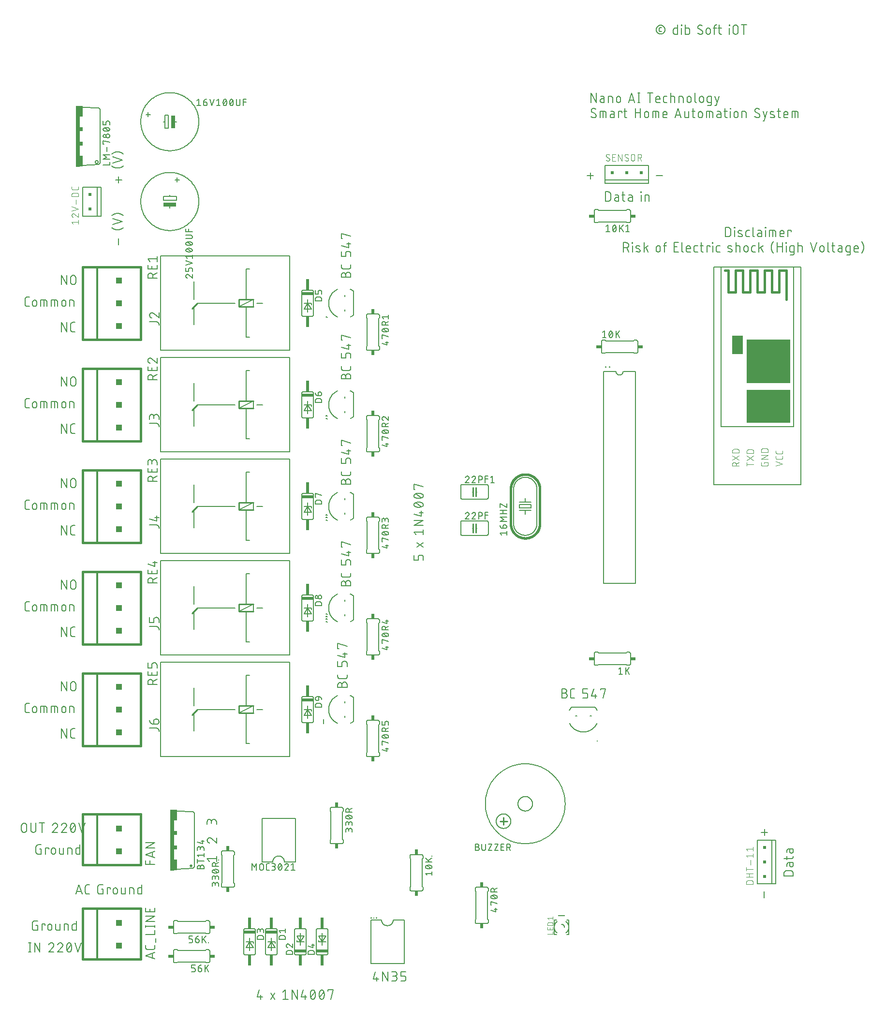
<source format=gto>
G75*
%MOIN*%
%OFA0B0*%
%FSLAX25Y25*%
%IPPOS*%
%LPD*%
%AMOC8*
5,1,8,0,0,1.08239X$1,22.5*
%
%ADD10C,0.00600*%
%ADD11C,0.00700*%
%ADD12C,0.01000*%
%ADD13C,0.00500*%
%ADD14C,0.00400*%
%ADD15R,0.02000X0.02000*%
%ADD16R,0.03000X0.42000*%
%ADD17R,0.02000X0.07500*%
%ADD18R,0.02000X0.03000*%
%ADD19R,0.09000X0.02500*%
%ADD20C,0.01600*%
%ADD21R,0.30000X0.22500*%
%ADD22R,0.30000X0.30000*%
%ADD23R,0.07500X0.12500*%
%ADD24R,0.02500X0.09000*%
%ADD25R,0.03400X0.02400*%
%ADD26R,0.05000X0.00500*%
%ADD27R,0.02400X0.03400*%
%ADD28C,0.01200*%
%ADD29R,0.04000X0.04000*%
%ADD30R,0.08000X0.02000*%
%ADD31C,0.02000*%
D10*
X0010800Y0055800D02*
X0012222Y0055800D01*
X0011511Y0055800D02*
X0011511Y0062200D01*
X0010800Y0062200D02*
X0012222Y0062200D01*
X0014862Y0062200D02*
X0018417Y0055800D01*
X0018417Y0062200D01*
X0014862Y0062200D02*
X0014862Y0055800D01*
X0024503Y0055800D02*
X0028059Y0055800D01*
X0030657Y0055800D02*
X0033679Y0059356D01*
X0032613Y0062200D02*
X0032524Y0062198D01*
X0032435Y0062192D01*
X0032346Y0062183D01*
X0032258Y0062169D01*
X0032171Y0062152D01*
X0032084Y0062131D01*
X0031998Y0062106D01*
X0031914Y0062078D01*
X0031831Y0062045D01*
X0031749Y0062010D01*
X0031669Y0061970D01*
X0031591Y0061928D01*
X0031514Y0061882D01*
X0031440Y0061833D01*
X0031368Y0061780D01*
X0031298Y0061725D01*
X0031231Y0061666D01*
X0031166Y0061605D01*
X0031104Y0061541D01*
X0031045Y0061474D01*
X0030989Y0061405D01*
X0030936Y0061333D01*
X0030886Y0061259D01*
X0030839Y0061183D01*
X0030796Y0061106D01*
X0030756Y0061026D01*
X0030719Y0060945D01*
X0030686Y0060862D01*
X0030657Y0060777D01*
X0033680Y0059355D02*
X0033737Y0059413D01*
X0033793Y0059474D01*
X0033845Y0059537D01*
X0033894Y0059602D01*
X0033940Y0059670D01*
X0033982Y0059740D01*
X0034022Y0059812D01*
X0034057Y0059885D01*
X0034090Y0059961D01*
X0034118Y0060037D01*
X0034143Y0060115D01*
X0034164Y0060194D01*
X0034182Y0060274D01*
X0034195Y0060355D01*
X0034205Y0060436D01*
X0034211Y0060518D01*
X0034213Y0060600D01*
X0034211Y0060679D01*
X0034205Y0060757D01*
X0034196Y0060835D01*
X0034182Y0060912D01*
X0034165Y0060989D01*
X0034144Y0061064D01*
X0034119Y0061139D01*
X0034091Y0061212D01*
X0034059Y0061284D01*
X0034024Y0061354D01*
X0033985Y0061423D01*
X0033943Y0061489D01*
X0033898Y0061553D01*
X0033850Y0061615D01*
X0033799Y0061674D01*
X0033744Y0061731D01*
X0033687Y0061786D01*
X0033628Y0061837D01*
X0033566Y0061885D01*
X0033502Y0061930D01*
X0033436Y0061972D01*
X0033367Y0062011D01*
X0033297Y0062046D01*
X0033225Y0062078D01*
X0033152Y0062106D01*
X0033077Y0062131D01*
X0033002Y0062152D01*
X0032925Y0062169D01*
X0032848Y0062183D01*
X0032770Y0062192D01*
X0032692Y0062198D01*
X0032613Y0062200D01*
X0040366Y0059000D02*
X0040364Y0058859D01*
X0040358Y0058719D01*
X0040349Y0058578D01*
X0040336Y0058438D01*
X0040319Y0058298D01*
X0040299Y0058159D01*
X0040274Y0058021D01*
X0040246Y0057883D01*
X0040215Y0057746D01*
X0040179Y0057609D01*
X0040140Y0057474D01*
X0040098Y0057340D01*
X0040052Y0057207D01*
X0040002Y0057075D01*
X0039949Y0056945D01*
X0039893Y0056816D01*
X0039833Y0056689D01*
X0038589Y0055800D02*
X0038518Y0055802D01*
X0038447Y0055808D01*
X0038377Y0055817D01*
X0038307Y0055831D01*
X0038238Y0055848D01*
X0038171Y0055868D01*
X0038104Y0055893D01*
X0038039Y0055921D01*
X0037975Y0055952D01*
X0037913Y0055987D01*
X0037853Y0056025D01*
X0037795Y0056066D01*
X0037740Y0056110D01*
X0037687Y0056158D01*
X0037637Y0056208D01*
X0037589Y0056260D01*
X0037544Y0056315D01*
X0037503Y0056373D01*
X0037464Y0056433D01*
X0037429Y0056494D01*
X0037397Y0056558D01*
X0037369Y0056623D01*
X0037344Y0056689D01*
X0037167Y0057222D02*
X0040011Y0060778D01*
X0039834Y0061311D02*
X0039809Y0061377D01*
X0039781Y0061442D01*
X0039749Y0061506D01*
X0039714Y0061567D01*
X0039675Y0061627D01*
X0039634Y0061685D01*
X0039589Y0061740D01*
X0039541Y0061792D01*
X0039491Y0061842D01*
X0039438Y0061890D01*
X0039383Y0061934D01*
X0039325Y0061975D01*
X0039265Y0062013D01*
X0039203Y0062048D01*
X0039139Y0062079D01*
X0039074Y0062107D01*
X0039007Y0062132D01*
X0038940Y0062152D01*
X0038871Y0062169D01*
X0038801Y0062183D01*
X0038731Y0062192D01*
X0038660Y0062198D01*
X0038589Y0062200D01*
X0038518Y0062198D01*
X0038447Y0062192D01*
X0038377Y0062183D01*
X0038307Y0062169D01*
X0038238Y0062152D01*
X0038171Y0062132D01*
X0038104Y0062107D01*
X0038039Y0062079D01*
X0037975Y0062048D01*
X0037913Y0062013D01*
X0037853Y0061975D01*
X0037795Y0061934D01*
X0037740Y0061890D01*
X0037687Y0061842D01*
X0037637Y0061792D01*
X0037589Y0061740D01*
X0037544Y0061685D01*
X0037503Y0061627D01*
X0037464Y0061567D01*
X0037429Y0061506D01*
X0037397Y0061442D01*
X0037369Y0061377D01*
X0037344Y0061311D01*
X0039833Y0061311D02*
X0039893Y0061184D01*
X0039949Y0061055D01*
X0040002Y0060925D01*
X0040052Y0060793D01*
X0040098Y0060660D01*
X0040140Y0060526D01*
X0040179Y0060391D01*
X0040215Y0060254D01*
X0040246Y0060117D01*
X0040274Y0059979D01*
X0040299Y0059841D01*
X0040319Y0059702D01*
X0040336Y0059562D01*
X0040349Y0059422D01*
X0040358Y0059281D01*
X0040364Y0059141D01*
X0040366Y0059000D01*
X0036811Y0059000D02*
X0036813Y0059141D01*
X0036819Y0059281D01*
X0036828Y0059422D01*
X0036841Y0059562D01*
X0036858Y0059702D01*
X0036878Y0059841D01*
X0036903Y0059979D01*
X0036931Y0060117D01*
X0036962Y0060254D01*
X0036998Y0060391D01*
X0037037Y0060526D01*
X0037079Y0060660D01*
X0037125Y0060793D01*
X0037175Y0060925D01*
X0037228Y0061055D01*
X0037284Y0061184D01*
X0037344Y0061311D01*
X0039834Y0056689D02*
X0039809Y0056623D01*
X0039781Y0056558D01*
X0039749Y0056494D01*
X0039714Y0056433D01*
X0039675Y0056373D01*
X0039634Y0056315D01*
X0039589Y0056260D01*
X0039541Y0056208D01*
X0039491Y0056158D01*
X0039438Y0056110D01*
X0039382Y0056066D01*
X0039325Y0056025D01*
X0039265Y0055987D01*
X0039203Y0055952D01*
X0039139Y0055921D01*
X0039074Y0055893D01*
X0039007Y0055868D01*
X0038940Y0055848D01*
X0038871Y0055831D01*
X0038801Y0055817D01*
X0038731Y0055808D01*
X0038660Y0055802D01*
X0038589Y0055800D01*
X0034213Y0055800D02*
X0030657Y0055800D01*
X0027525Y0059356D02*
X0024503Y0055800D01*
X0024503Y0060777D02*
X0024532Y0060862D01*
X0024565Y0060945D01*
X0024602Y0061026D01*
X0024642Y0061106D01*
X0024685Y0061183D01*
X0024732Y0061259D01*
X0024782Y0061333D01*
X0024835Y0061405D01*
X0024891Y0061474D01*
X0024950Y0061541D01*
X0025012Y0061605D01*
X0025077Y0061666D01*
X0025144Y0061725D01*
X0025214Y0061780D01*
X0025286Y0061833D01*
X0025360Y0061882D01*
X0025437Y0061928D01*
X0025515Y0061970D01*
X0025595Y0062010D01*
X0025677Y0062045D01*
X0025760Y0062078D01*
X0025844Y0062106D01*
X0025930Y0062131D01*
X0026017Y0062152D01*
X0026104Y0062169D01*
X0026192Y0062183D01*
X0026281Y0062192D01*
X0026370Y0062198D01*
X0026459Y0062200D01*
X0026538Y0062198D01*
X0026616Y0062192D01*
X0026694Y0062183D01*
X0026771Y0062169D01*
X0026848Y0062152D01*
X0026923Y0062131D01*
X0026998Y0062106D01*
X0027071Y0062078D01*
X0027143Y0062046D01*
X0027213Y0062011D01*
X0027282Y0061972D01*
X0027348Y0061930D01*
X0027412Y0061885D01*
X0027474Y0061837D01*
X0027533Y0061786D01*
X0027590Y0061731D01*
X0027645Y0061674D01*
X0027696Y0061615D01*
X0027744Y0061553D01*
X0027789Y0061489D01*
X0027831Y0061423D01*
X0027870Y0061354D01*
X0027905Y0061284D01*
X0027937Y0061212D01*
X0027965Y0061139D01*
X0027990Y0061064D01*
X0028011Y0060989D01*
X0028028Y0060912D01*
X0028042Y0060835D01*
X0028051Y0060757D01*
X0028057Y0060679D01*
X0028059Y0060600D01*
X0028057Y0060518D01*
X0028051Y0060436D01*
X0028041Y0060355D01*
X0028028Y0060274D01*
X0028010Y0060194D01*
X0027989Y0060115D01*
X0027964Y0060037D01*
X0027936Y0059961D01*
X0027903Y0059885D01*
X0027868Y0059812D01*
X0027828Y0059740D01*
X0027786Y0059670D01*
X0027740Y0059602D01*
X0027691Y0059537D01*
X0027639Y0059474D01*
X0027583Y0059413D01*
X0027526Y0059355D01*
X0030518Y0070800D02*
X0032295Y0070800D01*
X0032295Y0075067D01*
X0029451Y0075067D02*
X0029451Y0071867D01*
X0029453Y0071803D01*
X0029459Y0071738D01*
X0029468Y0071675D01*
X0029482Y0071612D01*
X0029499Y0071550D01*
X0029520Y0071489D01*
X0029545Y0071429D01*
X0029573Y0071371D01*
X0029605Y0071315D01*
X0029640Y0071261D01*
X0029678Y0071209D01*
X0029719Y0071159D01*
X0029764Y0071113D01*
X0029810Y0071068D01*
X0029860Y0071027D01*
X0029912Y0070989D01*
X0029966Y0070954D01*
X0030022Y0070922D01*
X0030080Y0070894D01*
X0030140Y0070869D01*
X0030201Y0070848D01*
X0030263Y0070831D01*
X0030326Y0070817D01*
X0030389Y0070808D01*
X0030454Y0070802D01*
X0030518Y0070800D01*
X0026757Y0072222D02*
X0026757Y0073644D01*
X0026756Y0073644D02*
X0026754Y0073718D01*
X0026748Y0073793D01*
X0026738Y0073866D01*
X0026725Y0073940D01*
X0026708Y0074012D01*
X0026686Y0074083D01*
X0026662Y0074154D01*
X0026633Y0074222D01*
X0026601Y0074290D01*
X0026565Y0074355D01*
X0026527Y0074418D01*
X0026484Y0074480D01*
X0026439Y0074539D01*
X0026391Y0074596D01*
X0026340Y0074650D01*
X0026286Y0074701D01*
X0026229Y0074749D01*
X0026170Y0074794D01*
X0026108Y0074837D01*
X0026045Y0074875D01*
X0025980Y0074911D01*
X0025912Y0074943D01*
X0025844Y0074972D01*
X0025773Y0074996D01*
X0025702Y0075018D01*
X0025630Y0075035D01*
X0025556Y0075048D01*
X0025483Y0075058D01*
X0025408Y0075064D01*
X0025334Y0075066D01*
X0025260Y0075064D01*
X0025185Y0075058D01*
X0025112Y0075048D01*
X0025038Y0075035D01*
X0024966Y0075018D01*
X0024895Y0074996D01*
X0024824Y0074972D01*
X0024756Y0074943D01*
X0024688Y0074911D01*
X0024623Y0074875D01*
X0024560Y0074837D01*
X0024498Y0074794D01*
X0024439Y0074749D01*
X0024382Y0074701D01*
X0024328Y0074650D01*
X0024277Y0074596D01*
X0024229Y0074539D01*
X0024184Y0074480D01*
X0024141Y0074418D01*
X0024103Y0074355D01*
X0024067Y0074290D01*
X0024035Y0074222D01*
X0024006Y0074154D01*
X0023982Y0074083D01*
X0023960Y0074012D01*
X0023943Y0073940D01*
X0023930Y0073866D01*
X0023920Y0073793D01*
X0023914Y0073718D01*
X0023912Y0073644D01*
X0023912Y0072222D01*
X0023914Y0072148D01*
X0023920Y0072073D01*
X0023930Y0072000D01*
X0023943Y0071926D01*
X0023960Y0071854D01*
X0023982Y0071783D01*
X0024006Y0071712D01*
X0024035Y0071644D01*
X0024067Y0071576D01*
X0024103Y0071511D01*
X0024141Y0071448D01*
X0024184Y0071386D01*
X0024229Y0071327D01*
X0024277Y0071270D01*
X0024328Y0071216D01*
X0024382Y0071165D01*
X0024439Y0071117D01*
X0024498Y0071072D01*
X0024560Y0071029D01*
X0024623Y0070991D01*
X0024688Y0070955D01*
X0024756Y0070923D01*
X0024824Y0070894D01*
X0024895Y0070870D01*
X0024966Y0070848D01*
X0025038Y0070831D01*
X0025112Y0070818D01*
X0025185Y0070808D01*
X0025260Y0070802D01*
X0025334Y0070800D01*
X0025408Y0070802D01*
X0025483Y0070808D01*
X0025556Y0070818D01*
X0025630Y0070831D01*
X0025702Y0070848D01*
X0025773Y0070870D01*
X0025844Y0070894D01*
X0025912Y0070923D01*
X0025980Y0070955D01*
X0026045Y0070991D01*
X0026108Y0071029D01*
X0026170Y0071072D01*
X0026229Y0071117D01*
X0026286Y0071165D01*
X0026340Y0071216D01*
X0026391Y0071270D01*
X0026439Y0071327D01*
X0026484Y0071386D01*
X0026527Y0071448D01*
X0026565Y0071511D01*
X0026601Y0071576D01*
X0026633Y0071644D01*
X0026662Y0071712D01*
X0026686Y0071783D01*
X0026708Y0071854D01*
X0026725Y0071926D01*
X0026738Y0072000D01*
X0026748Y0072073D01*
X0026754Y0072148D01*
X0026756Y0072222D01*
X0021976Y0074356D02*
X0021976Y0075067D01*
X0019843Y0075067D01*
X0019843Y0070800D01*
X0016856Y0070800D02*
X0014722Y0070800D01*
X0014648Y0070802D01*
X0014573Y0070808D01*
X0014500Y0070818D01*
X0014426Y0070831D01*
X0014354Y0070848D01*
X0014283Y0070870D01*
X0014212Y0070894D01*
X0014144Y0070923D01*
X0014076Y0070955D01*
X0014011Y0070991D01*
X0013948Y0071029D01*
X0013886Y0071072D01*
X0013827Y0071117D01*
X0013770Y0071165D01*
X0013716Y0071216D01*
X0013665Y0071270D01*
X0013617Y0071327D01*
X0013572Y0071386D01*
X0013529Y0071448D01*
X0013491Y0071511D01*
X0013455Y0071576D01*
X0013423Y0071644D01*
X0013394Y0071712D01*
X0013370Y0071783D01*
X0013348Y0071854D01*
X0013331Y0071926D01*
X0013318Y0072000D01*
X0013308Y0072073D01*
X0013302Y0072148D01*
X0013300Y0072222D01*
X0013300Y0075778D01*
X0013302Y0075852D01*
X0013308Y0075927D01*
X0013318Y0076000D01*
X0013331Y0076074D01*
X0013348Y0076146D01*
X0013370Y0076217D01*
X0013394Y0076288D01*
X0013423Y0076356D01*
X0013455Y0076424D01*
X0013491Y0076489D01*
X0013529Y0076552D01*
X0013572Y0076614D01*
X0013617Y0076673D01*
X0013665Y0076729D01*
X0013716Y0076784D01*
X0013770Y0076835D01*
X0013827Y0076883D01*
X0013886Y0076928D01*
X0013948Y0076971D01*
X0014011Y0077009D01*
X0014076Y0077045D01*
X0014144Y0077077D01*
X0014212Y0077106D01*
X0014283Y0077130D01*
X0014354Y0077152D01*
X0014426Y0077169D01*
X0014500Y0077182D01*
X0014573Y0077192D01*
X0014648Y0077198D01*
X0014722Y0077200D01*
X0016856Y0077200D01*
X0016856Y0074356D02*
X0016856Y0070800D01*
X0016856Y0074356D02*
X0015789Y0074356D01*
X0035195Y0075067D02*
X0036972Y0075067D01*
X0037036Y0075065D01*
X0037101Y0075059D01*
X0037164Y0075050D01*
X0037227Y0075036D01*
X0037289Y0075019D01*
X0037350Y0074998D01*
X0037410Y0074973D01*
X0037468Y0074945D01*
X0037524Y0074913D01*
X0037578Y0074878D01*
X0037630Y0074840D01*
X0037680Y0074799D01*
X0037726Y0074754D01*
X0037771Y0074708D01*
X0037812Y0074658D01*
X0037850Y0074606D01*
X0037885Y0074552D01*
X0037917Y0074496D01*
X0037945Y0074438D01*
X0037970Y0074378D01*
X0037991Y0074317D01*
X0038008Y0074255D01*
X0038022Y0074192D01*
X0038031Y0074129D01*
X0038037Y0074064D01*
X0038039Y0074000D01*
X0038039Y0070800D01*
X0035195Y0070800D02*
X0035195Y0075067D01*
X0040704Y0074000D02*
X0040704Y0071867D01*
X0040706Y0071803D01*
X0040712Y0071738D01*
X0040721Y0071675D01*
X0040735Y0071612D01*
X0040752Y0071550D01*
X0040773Y0071489D01*
X0040798Y0071429D01*
X0040826Y0071371D01*
X0040858Y0071315D01*
X0040893Y0071261D01*
X0040931Y0071209D01*
X0040972Y0071159D01*
X0041017Y0071113D01*
X0041063Y0071068D01*
X0041113Y0071027D01*
X0041165Y0070989D01*
X0041219Y0070954D01*
X0041275Y0070922D01*
X0041333Y0070894D01*
X0041393Y0070869D01*
X0041454Y0070848D01*
X0041516Y0070831D01*
X0041579Y0070817D01*
X0041642Y0070808D01*
X0041707Y0070802D01*
X0041771Y0070800D01*
X0043549Y0070800D01*
X0043549Y0077200D01*
X0043549Y0075067D02*
X0041771Y0075067D01*
X0041707Y0075065D01*
X0041642Y0075059D01*
X0041579Y0075050D01*
X0041516Y0075036D01*
X0041454Y0075019D01*
X0041393Y0074998D01*
X0041333Y0074973D01*
X0041275Y0074945D01*
X0041219Y0074913D01*
X0041165Y0074878D01*
X0041113Y0074840D01*
X0041063Y0074799D01*
X0041017Y0074754D01*
X0040972Y0074708D01*
X0040931Y0074658D01*
X0040893Y0074606D01*
X0040858Y0074552D01*
X0040826Y0074496D01*
X0040798Y0074438D01*
X0040773Y0074378D01*
X0040752Y0074317D01*
X0040735Y0074255D01*
X0040721Y0074192D01*
X0040712Y0074129D01*
X0040706Y0074064D01*
X0040704Y0074000D01*
X0042610Y0062200D02*
X0044743Y0055800D01*
X0046876Y0062200D01*
X0036811Y0059000D02*
X0036813Y0058859D01*
X0036819Y0058719D01*
X0036828Y0058578D01*
X0036841Y0058438D01*
X0036858Y0058298D01*
X0036878Y0058159D01*
X0036903Y0058021D01*
X0036931Y0057883D01*
X0036962Y0057746D01*
X0036998Y0057609D01*
X0037037Y0057474D01*
X0037079Y0057340D01*
X0037125Y0057207D01*
X0037175Y0057075D01*
X0037228Y0056945D01*
X0037284Y0056816D01*
X0037344Y0056689D01*
X0043300Y0095800D02*
X0045433Y0102200D01*
X0047567Y0095800D01*
X0047033Y0097400D02*
X0043833Y0097400D01*
X0049794Y0097222D02*
X0049794Y0100778D01*
X0049796Y0100852D01*
X0049802Y0100927D01*
X0049812Y0101000D01*
X0049825Y0101074D01*
X0049842Y0101146D01*
X0049864Y0101217D01*
X0049888Y0101288D01*
X0049917Y0101356D01*
X0049949Y0101424D01*
X0049985Y0101489D01*
X0050023Y0101552D01*
X0050066Y0101614D01*
X0050111Y0101673D01*
X0050159Y0101729D01*
X0050210Y0101784D01*
X0050264Y0101835D01*
X0050321Y0101883D01*
X0050380Y0101928D01*
X0050442Y0101971D01*
X0050505Y0102009D01*
X0050570Y0102045D01*
X0050638Y0102077D01*
X0050706Y0102106D01*
X0050777Y0102130D01*
X0050848Y0102152D01*
X0050920Y0102169D01*
X0050994Y0102182D01*
X0051067Y0102192D01*
X0051142Y0102198D01*
X0051216Y0102200D01*
X0052638Y0102200D01*
X0049794Y0097222D02*
X0049796Y0097148D01*
X0049802Y0097073D01*
X0049812Y0097000D01*
X0049825Y0096926D01*
X0049842Y0096854D01*
X0049864Y0096783D01*
X0049888Y0096712D01*
X0049917Y0096644D01*
X0049949Y0096576D01*
X0049985Y0096511D01*
X0050023Y0096448D01*
X0050066Y0096386D01*
X0050111Y0096327D01*
X0050159Y0096270D01*
X0050210Y0096216D01*
X0050264Y0096165D01*
X0050321Y0096117D01*
X0050380Y0096072D01*
X0050442Y0096029D01*
X0050505Y0095991D01*
X0050570Y0095955D01*
X0050638Y0095923D01*
X0050706Y0095894D01*
X0050777Y0095870D01*
X0050848Y0095848D01*
X0050920Y0095831D01*
X0050994Y0095818D01*
X0051067Y0095808D01*
X0051142Y0095802D01*
X0051216Y0095800D01*
X0052638Y0095800D01*
X0058425Y0097222D02*
X0058425Y0100778D01*
X0058427Y0100852D01*
X0058433Y0100927D01*
X0058443Y0101000D01*
X0058456Y0101074D01*
X0058473Y0101146D01*
X0058495Y0101217D01*
X0058519Y0101288D01*
X0058548Y0101356D01*
X0058580Y0101424D01*
X0058616Y0101489D01*
X0058654Y0101552D01*
X0058697Y0101614D01*
X0058742Y0101673D01*
X0058790Y0101729D01*
X0058841Y0101784D01*
X0058895Y0101835D01*
X0058952Y0101883D01*
X0059011Y0101928D01*
X0059073Y0101971D01*
X0059136Y0102009D01*
X0059201Y0102045D01*
X0059269Y0102077D01*
X0059337Y0102106D01*
X0059408Y0102130D01*
X0059479Y0102152D01*
X0059551Y0102169D01*
X0059625Y0102182D01*
X0059698Y0102192D01*
X0059773Y0102198D01*
X0059847Y0102200D01*
X0061981Y0102200D01*
X0061981Y0099356D02*
X0061981Y0095800D01*
X0059847Y0095800D01*
X0059773Y0095802D01*
X0059698Y0095808D01*
X0059625Y0095818D01*
X0059551Y0095831D01*
X0059479Y0095848D01*
X0059408Y0095870D01*
X0059337Y0095894D01*
X0059269Y0095923D01*
X0059201Y0095955D01*
X0059136Y0095991D01*
X0059073Y0096029D01*
X0059011Y0096072D01*
X0058952Y0096117D01*
X0058895Y0096165D01*
X0058841Y0096216D01*
X0058790Y0096270D01*
X0058742Y0096327D01*
X0058697Y0096386D01*
X0058654Y0096448D01*
X0058616Y0096511D01*
X0058580Y0096576D01*
X0058548Y0096644D01*
X0058519Y0096712D01*
X0058495Y0096783D01*
X0058473Y0096854D01*
X0058456Y0096926D01*
X0058443Y0097000D01*
X0058433Y0097073D01*
X0058427Y0097148D01*
X0058425Y0097222D01*
X0060914Y0099356D02*
X0061981Y0099356D01*
X0064968Y0100067D02*
X0064968Y0095800D01*
X0067102Y0099356D02*
X0067102Y0100067D01*
X0064968Y0100067D01*
X0069037Y0098644D02*
X0069037Y0097222D01*
X0069038Y0097222D02*
X0069040Y0097148D01*
X0069046Y0097073D01*
X0069056Y0097000D01*
X0069069Y0096926D01*
X0069086Y0096854D01*
X0069108Y0096783D01*
X0069132Y0096712D01*
X0069161Y0096644D01*
X0069193Y0096576D01*
X0069229Y0096511D01*
X0069267Y0096448D01*
X0069310Y0096386D01*
X0069355Y0096327D01*
X0069403Y0096270D01*
X0069454Y0096216D01*
X0069508Y0096165D01*
X0069565Y0096117D01*
X0069624Y0096072D01*
X0069686Y0096029D01*
X0069749Y0095991D01*
X0069814Y0095955D01*
X0069882Y0095923D01*
X0069950Y0095894D01*
X0070021Y0095870D01*
X0070092Y0095848D01*
X0070164Y0095831D01*
X0070238Y0095818D01*
X0070311Y0095808D01*
X0070386Y0095802D01*
X0070460Y0095800D01*
X0070534Y0095802D01*
X0070609Y0095808D01*
X0070682Y0095818D01*
X0070756Y0095831D01*
X0070828Y0095848D01*
X0070899Y0095870D01*
X0070970Y0095894D01*
X0071038Y0095923D01*
X0071106Y0095955D01*
X0071171Y0095991D01*
X0071234Y0096029D01*
X0071296Y0096072D01*
X0071355Y0096117D01*
X0071412Y0096165D01*
X0071466Y0096216D01*
X0071517Y0096270D01*
X0071565Y0096327D01*
X0071610Y0096386D01*
X0071653Y0096448D01*
X0071691Y0096511D01*
X0071727Y0096576D01*
X0071759Y0096644D01*
X0071788Y0096712D01*
X0071812Y0096783D01*
X0071834Y0096854D01*
X0071851Y0096926D01*
X0071864Y0097000D01*
X0071874Y0097073D01*
X0071880Y0097148D01*
X0071882Y0097222D01*
X0071882Y0098644D01*
X0071880Y0098718D01*
X0071874Y0098793D01*
X0071864Y0098866D01*
X0071851Y0098940D01*
X0071834Y0099012D01*
X0071812Y0099083D01*
X0071788Y0099154D01*
X0071759Y0099222D01*
X0071727Y0099290D01*
X0071691Y0099355D01*
X0071653Y0099418D01*
X0071610Y0099480D01*
X0071565Y0099539D01*
X0071517Y0099596D01*
X0071466Y0099650D01*
X0071412Y0099701D01*
X0071355Y0099749D01*
X0071296Y0099794D01*
X0071234Y0099837D01*
X0071171Y0099875D01*
X0071106Y0099911D01*
X0071038Y0099943D01*
X0070970Y0099972D01*
X0070899Y0099996D01*
X0070828Y0100018D01*
X0070756Y0100035D01*
X0070682Y0100048D01*
X0070609Y0100058D01*
X0070534Y0100064D01*
X0070460Y0100066D01*
X0070386Y0100064D01*
X0070311Y0100058D01*
X0070238Y0100048D01*
X0070164Y0100035D01*
X0070092Y0100018D01*
X0070021Y0099996D01*
X0069950Y0099972D01*
X0069882Y0099943D01*
X0069814Y0099911D01*
X0069749Y0099875D01*
X0069686Y0099837D01*
X0069624Y0099794D01*
X0069565Y0099749D01*
X0069508Y0099701D01*
X0069454Y0099650D01*
X0069403Y0099596D01*
X0069355Y0099539D01*
X0069310Y0099480D01*
X0069267Y0099418D01*
X0069229Y0099355D01*
X0069193Y0099290D01*
X0069161Y0099222D01*
X0069132Y0099154D01*
X0069108Y0099083D01*
X0069086Y0099012D01*
X0069069Y0098940D01*
X0069056Y0098866D01*
X0069046Y0098793D01*
X0069040Y0098718D01*
X0069038Y0098644D01*
X0074576Y0100067D02*
X0074576Y0096867D01*
X0074578Y0096803D01*
X0074584Y0096738D01*
X0074593Y0096675D01*
X0074607Y0096612D01*
X0074624Y0096550D01*
X0074645Y0096489D01*
X0074670Y0096429D01*
X0074698Y0096371D01*
X0074730Y0096315D01*
X0074765Y0096261D01*
X0074803Y0096209D01*
X0074844Y0096159D01*
X0074889Y0096113D01*
X0074935Y0096068D01*
X0074985Y0096027D01*
X0075037Y0095989D01*
X0075091Y0095954D01*
X0075147Y0095922D01*
X0075205Y0095894D01*
X0075265Y0095869D01*
X0075326Y0095848D01*
X0075388Y0095831D01*
X0075451Y0095817D01*
X0075514Y0095808D01*
X0075579Y0095802D01*
X0075643Y0095800D01*
X0077421Y0095800D01*
X0077421Y0100067D01*
X0080320Y0100067D02*
X0082098Y0100067D01*
X0082162Y0100065D01*
X0082227Y0100059D01*
X0082290Y0100050D01*
X0082353Y0100036D01*
X0082415Y0100019D01*
X0082476Y0099998D01*
X0082536Y0099973D01*
X0082594Y0099945D01*
X0082650Y0099913D01*
X0082704Y0099878D01*
X0082756Y0099840D01*
X0082806Y0099799D01*
X0082852Y0099754D01*
X0082897Y0099708D01*
X0082938Y0099658D01*
X0082976Y0099606D01*
X0083011Y0099552D01*
X0083043Y0099496D01*
X0083071Y0099438D01*
X0083096Y0099378D01*
X0083117Y0099317D01*
X0083134Y0099255D01*
X0083148Y0099192D01*
X0083157Y0099129D01*
X0083163Y0099064D01*
X0083165Y0099000D01*
X0083164Y0099000D02*
X0083164Y0095800D01*
X0080320Y0095800D02*
X0080320Y0100067D01*
X0085830Y0099000D02*
X0085830Y0096867D01*
X0085829Y0096867D02*
X0085831Y0096803D01*
X0085837Y0096738D01*
X0085846Y0096675D01*
X0085860Y0096612D01*
X0085877Y0096550D01*
X0085898Y0096489D01*
X0085923Y0096429D01*
X0085951Y0096371D01*
X0085983Y0096315D01*
X0086018Y0096261D01*
X0086056Y0096209D01*
X0086097Y0096159D01*
X0086142Y0096113D01*
X0086188Y0096068D01*
X0086238Y0096027D01*
X0086290Y0095989D01*
X0086344Y0095954D01*
X0086400Y0095922D01*
X0086458Y0095894D01*
X0086518Y0095869D01*
X0086579Y0095848D01*
X0086641Y0095831D01*
X0086704Y0095817D01*
X0086767Y0095808D01*
X0086832Y0095802D01*
X0086896Y0095800D01*
X0088674Y0095800D01*
X0088674Y0102200D01*
X0088674Y0100067D02*
X0086896Y0100067D01*
X0086832Y0100065D01*
X0086767Y0100059D01*
X0086704Y0100050D01*
X0086641Y0100036D01*
X0086579Y0100019D01*
X0086518Y0099998D01*
X0086458Y0099973D01*
X0086400Y0099945D01*
X0086344Y0099913D01*
X0086290Y0099878D01*
X0086238Y0099840D01*
X0086188Y0099799D01*
X0086142Y0099754D01*
X0086097Y0099708D01*
X0086056Y0099658D01*
X0086018Y0099606D01*
X0085983Y0099552D01*
X0085951Y0099496D01*
X0085923Y0099438D01*
X0085898Y0099378D01*
X0085877Y0099317D01*
X0085860Y0099255D01*
X0085846Y0099192D01*
X0085837Y0099129D01*
X0085831Y0099064D01*
X0085829Y0099000D01*
X0091300Y0086313D02*
X0091300Y0083468D01*
X0097700Y0083468D01*
X0097700Y0086313D01*
X0094144Y0085602D02*
X0094144Y0083468D01*
X0091300Y0080448D02*
X0097700Y0080448D01*
X0091300Y0076892D01*
X0097700Y0076892D01*
X0097700Y0074253D02*
X0097700Y0072830D01*
X0097700Y0073542D02*
X0091300Y0073542D01*
X0091300Y0074253D02*
X0091300Y0072830D01*
X0091300Y0067878D02*
X0097700Y0067878D01*
X0097700Y0070722D01*
X0098411Y0065323D02*
X0098411Y0062478D01*
X0097700Y0060438D02*
X0097700Y0059016D01*
X0097698Y0058942D01*
X0097692Y0058867D01*
X0097682Y0058794D01*
X0097669Y0058720D01*
X0097652Y0058648D01*
X0097630Y0058577D01*
X0097606Y0058506D01*
X0097577Y0058438D01*
X0097545Y0058370D01*
X0097509Y0058305D01*
X0097471Y0058242D01*
X0097428Y0058180D01*
X0097383Y0058121D01*
X0097335Y0058064D01*
X0097284Y0058010D01*
X0097230Y0057959D01*
X0097173Y0057911D01*
X0097114Y0057866D01*
X0097052Y0057823D01*
X0096989Y0057785D01*
X0096924Y0057749D01*
X0096856Y0057717D01*
X0096788Y0057688D01*
X0096717Y0057664D01*
X0096646Y0057642D01*
X0096574Y0057625D01*
X0096500Y0057612D01*
X0096427Y0057602D01*
X0096352Y0057596D01*
X0096278Y0057594D01*
X0092722Y0057594D01*
X0092648Y0057596D01*
X0092573Y0057602D01*
X0092500Y0057612D01*
X0092426Y0057625D01*
X0092354Y0057642D01*
X0092283Y0057664D01*
X0092212Y0057688D01*
X0092144Y0057717D01*
X0092076Y0057749D01*
X0092011Y0057785D01*
X0091948Y0057823D01*
X0091886Y0057866D01*
X0091827Y0057911D01*
X0091771Y0057959D01*
X0091717Y0058010D01*
X0091665Y0058064D01*
X0091617Y0058121D01*
X0091572Y0058180D01*
X0091529Y0058242D01*
X0091491Y0058305D01*
X0091455Y0058370D01*
X0091423Y0058438D01*
X0091394Y0058506D01*
X0091370Y0058577D01*
X0091348Y0058648D01*
X0091331Y0058720D01*
X0091318Y0058794D01*
X0091308Y0058867D01*
X0091302Y0058942D01*
X0091300Y0059016D01*
X0091300Y0060438D01*
X0091300Y0053233D02*
X0097700Y0055367D01*
X0096100Y0054833D02*
X0096100Y0051633D01*
X0097700Y0051100D02*
X0091300Y0053233D01*
X0110500Y0056500D02*
X0110500Y0049500D01*
X0110502Y0049440D01*
X0110507Y0049379D01*
X0110516Y0049320D01*
X0110529Y0049261D01*
X0110545Y0049202D01*
X0110565Y0049145D01*
X0110588Y0049090D01*
X0110615Y0049035D01*
X0110644Y0048983D01*
X0110677Y0048932D01*
X0110713Y0048883D01*
X0110751Y0048837D01*
X0110793Y0048793D01*
X0110837Y0048751D01*
X0110883Y0048713D01*
X0110932Y0048677D01*
X0110983Y0048644D01*
X0111035Y0048615D01*
X0111090Y0048588D01*
X0111145Y0048565D01*
X0111202Y0048545D01*
X0111261Y0048529D01*
X0111320Y0048516D01*
X0111379Y0048507D01*
X0111440Y0048502D01*
X0111500Y0048500D01*
X0113000Y0048500D01*
X0113500Y0049000D01*
X0132500Y0049000D01*
X0133000Y0048500D01*
X0134500Y0048500D01*
X0134560Y0048502D01*
X0134621Y0048507D01*
X0134680Y0048516D01*
X0134739Y0048529D01*
X0134798Y0048545D01*
X0134855Y0048565D01*
X0134910Y0048588D01*
X0134965Y0048615D01*
X0135017Y0048644D01*
X0135068Y0048677D01*
X0135117Y0048713D01*
X0135163Y0048751D01*
X0135207Y0048793D01*
X0135249Y0048837D01*
X0135287Y0048883D01*
X0135323Y0048932D01*
X0135356Y0048983D01*
X0135385Y0049035D01*
X0135412Y0049090D01*
X0135435Y0049145D01*
X0135455Y0049202D01*
X0135471Y0049261D01*
X0135484Y0049320D01*
X0135493Y0049379D01*
X0135498Y0049440D01*
X0135500Y0049500D01*
X0135500Y0056500D01*
X0135498Y0056560D01*
X0135493Y0056621D01*
X0135484Y0056680D01*
X0135471Y0056739D01*
X0135455Y0056798D01*
X0135435Y0056855D01*
X0135412Y0056910D01*
X0135385Y0056965D01*
X0135356Y0057017D01*
X0135323Y0057068D01*
X0135287Y0057117D01*
X0135249Y0057163D01*
X0135207Y0057207D01*
X0135163Y0057249D01*
X0135117Y0057287D01*
X0135068Y0057323D01*
X0135017Y0057356D01*
X0134965Y0057385D01*
X0134910Y0057412D01*
X0134855Y0057435D01*
X0134798Y0057455D01*
X0134739Y0057471D01*
X0134680Y0057484D01*
X0134621Y0057493D01*
X0134560Y0057498D01*
X0134500Y0057500D01*
X0133000Y0057500D01*
X0132500Y0057000D01*
X0113500Y0057000D01*
X0113000Y0057500D01*
X0111500Y0057500D01*
X0111440Y0057498D01*
X0111379Y0057493D01*
X0111320Y0057484D01*
X0111261Y0057471D01*
X0111202Y0057455D01*
X0111145Y0057435D01*
X0111090Y0057412D01*
X0111035Y0057385D01*
X0110983Y0057356D01*
X0110932Y0057323D01*
X0110883Y0057287D01*
X0110837Y0057249D01*
X0110793Y0057207D01*
X0110751Y0057163D01*
X0110713Y0057117D01*
X0110677Y0057068D01*
X0110644Y0057017D01*
X0110615Y0056965D01*
X0110588Y0056910D01*
X0110565Y0056855D01*
X0110545Y0056798D01*
X0110529Y0056739D01*
X0110516Y0056680D01*
X0110507Y0056621D01*
X0110502Y0056560D01*
X0110500Y0056500D01*
X0111500Y0068500D02*
X0113000Y0068500D01*
X0113500Y0069000D01*
X0132500Y0069000D01*
X0133000Y0068500D01*
X0134500Y0068500D01*
X0134560Y0068502D01*
X0134621Y0068507D01*
X0134680Y0068516D01*
X0134739Y0068529D01*
X0134798Y0068545D01*
X0134855Y0068565D01*
X0134910Y0068588D01*
X0134965Y0068615D01*
X0135017Y0068644D01*
X0135068Y0068677D01*
X0135117Y0068713D01*
X0135163Y0068751D01*
X0135207Y0068793D01*
X0135249Y0068837D01*
X0135287Y0068883D01*
X0135323Y0068932D01*
X0135356Y0068983D01*
X0135385Y0069035D01*
X0135412Y0069090D01*
X0135435Y0069145D01*
X0135455Y0069202D01*
X0135471Y0069261D01*
X0135484Y0069320D01*
X0135493Y0069379D01*
X0135498Y0069440D01*
X0135500Y0069500D01*
X0135500Y0076500D01*
X0135498Y0076560D01*
X0135493Y0076621D01*
X0135484Y0076680D01*
X0135471Y0076739D01*
X0135455Y0076798D01*
X0135435Y0076855D01*
X0135412Y0076910D01*
X0135385Y0076965D01*
X0135356Y0077017D01*
X0135323Y0077068D01*
X0135287Y0077117D01*
X0135249Y0077163D01*
X0135207Y0077207D01*
X0135163Y0077249D01*
X0135117Y0077287D01*
X0135068Y0077323D01*
X0135017Y0077356D01*
X0134965Y0077385D01*
X0134910Y0077412D01*
X0134855Y0077435D01*
X0134798Y0077455D01*
X0134739Y0077471D01*
X0134680Y0077484D01*
X0134621Y0077493D01*
X0134560Y0077498D01*
X0134500Y0077500D01*
X0133000Y0077500D01*
X0132500Y0077000D01*
X0113500Y0077000D01*
X0113000Y0077500D01*
X0111500Y0077500D01*
X0111440Y0077498D01*
X0111379Y0077493D01*
X0111320Y0077484D01*
X0111261Y0077471D01*
X0111202Y0077455D01*
X0111145Y0077435D01*
X0111090Y0077412D01*
X0111035Y0077385D01*
X0110983Y0077356D01*
X0110932Y0077323D01*
X0110883Y0077287D01*
X0110837Y0077249D01*
X0110793Y0077207D01*
X0110751Y0077163D01*
X0110713Y0077117D01*
X0110677Y0077068D01*
X0110644Y0077017D01*
X0110615Y0076965D01*
X0110588Y0076910D01*
X0110565Y0076855D01*
X0110545Y0076798D01*
X0110529Y0076739D01*
X0110516Y0076680D01*
X0110507Y0076621D01*
X0110502Y0076560D01*
X0110500Y0076500D01*
X0110500Y0069500D01*
X0110502Y0069440D01*
X0110507Y0069379D01*
X0110516Y0069320D01*
X0110529Y0069261D01*
X0110545Y0069202D01*
X0110565Y0069145D01*
X0110588Y0069090D01*
X0110615Y0069035D01*
X0110644Y0068983D01*
X0110677Y0068932D01*
X0110713Y0068883D01*
X0110751Y0068837D01*
X0110793Y0068793D01*
X0110837Y0068751D01*
X0110883Y0068713D01*
X0110932Y0068677D01*
X0110983Y0068644D01*
X0111035Y0068615D01*
X0111090Y0068588D01*
X0111145Y0068565D01*
X0111202Y0068545D01*
X0111261Y0068529D01*
X0111320Y0068516D01*
X0111379Y0068507D01*
X0111440Y0068502D01*
X0111500Y0068500D01*
X0143500Y0101500D02*
X0143500Y0103000D01*
X0144000Y0103500D01*
X0144000Y0122500D01*
X0143500Y0123000D01*
X0143500Y0124500D01*
X0143502Y0124560D01*
X0143507Y0124621D01*
X0143516Y0124680D01*
X0143529Y0124739D01*
X0143545Y0124798D01*
X0143565Y0124855D01*
X0143588Y0124910D01*
X0143615Y0124965D01*
X0143644Y0125017D01*
X0143677Y0125068D01*
X0143713Y0125117D01*
X0143751Y0125163D01*
X0143793Y0125207D01*
X0143837Y0125249D01*
X0143883Y0125287D01*
X0143932Y0125323D01*
X0143983Y0125356D01*
X0144035Y0125385D01*
X0144090Y0125412D01*
X0144145Y0125435D01*
X0144202Y0125455D01*
X0144261Y0125471D01*
X0144320Y0125484D01*
X0144379Y0125493D01*
X0144440Y0125498D01*
X0144500Y0125500D01*
X0151500Y0125500D01*
X0151560Y0125498D01*
X0151621Y0125493D01*
X0151680Y0125484D01*
X0151739Y0125471D01*
X0151798Y0125455D01*
X0151855Y0125435D01*
X0151910Y0125412D01*
X0151965Y0125385D01*
X0152017Y0125356D01*
X0152068Y0125323D01*
X0152117Y0125287D01*
X0152163Y0125249D01*
X0152207Y0125207D01*
X0152249Y0125163D01*
X0152287Y0125117D01*
X0152323Y0125068D01*
X0152356Y0125017D01*
X0152385Y0124965D01*
X0152412Y0124910D01*
X0152435Y0124855D01*
X0152455Y0124798D01*
X0152471Y0124739D01*
X0152484Y0124680D01*
X0152493Y0124621D01*
X0152498Y0124560D01*
X0152500Y0124500D01*
X0152500Y0123000D01*
X0152000Y0122500D01*
X0152000Y0103500D01*
X0152500Y0103000D01*
X0152500Y0101500D01*
X0152498Y0101440D01*
X0152493Y0101379D01*
X0152484Y0101320D01*
X0152471Y0101261D01*
X0152455Y0101202D01*
X0152435Y0101145D01*
X0152412Y0101090D01*
X0152385Y0101035D01*
X0152356Y0100983D01*
X0152323Y0100932D01*
X0152287Y0100883D01*
X0152249Y0100837D01*
X0152207Y0100793D01*
X0152163Y0100751D01*
X0152117Y0100713D01*
X0152068Y0100677D01*
X0152017Y0100644D01*
X0151965Y0100615D01*
X0151910Y0100588D01*
X0151855Y0100565D01*
X0151798Y0100545D01*
X0151739Y0100529D01*
X0151680Y0100516D01*
X0151621Y0100507D01*
X0151560Y0100502D01*
X0151500Y0100500D01*
X0144500Y0100500D01*
X0144440Y0100502D01*
X0144379Y0100507D01*
X0144320Y0100516D01*
X0144261Y0100529D01*
X0144202Y0100545D01*
X0144145Y0100565D01*
X0144090Y0100588D01*
X0144035Y0100615D01*
X0143983Y0100644D01*
X0143932Y0100677D01*
X0143883Y0100713D01*
X0143837Y0100751D01*
X0143793Y0100793D01*
X0143751Y0100837D01*
X0143713Y0100883D01*
X0143677Y0100932D01*
X0143644Y0100983D01*
X0143615Y0101035D01*
X0143588Y0101090D01*
X0143565Y0101145D01*
X0143545Y0101202D01*
X0143529Y0101261D01*
X0143516Y0101320D01*
X0143507Y0101379D01*
X0143502Y0101440D01*
X0143500Y0101500D01*
X0140200Y0118300D02*
X0140200Y0121856D01*
X0140200Y0120078D02*
X0133800Y0120078D01*
X0135222Y0118300D01*
X0125000Y0114500D02*
X0124000Y0113500D01*
X0112500Y0113000D01*
X0125000Y0114500D02*
X0125000Y0151500D01*
X0124000Y0152500D01*
X0112500Y0153000D01*
X0133800Y0145870D02*
X0133800Y0143737D01*
X0133800Y0145870D02*
X0133802Y0145944D01*
X0133808Y0146019D01*
X0133818Y0146092D01*
X0133831Y0146166D01*
X0133848Y0146238D01*
X0133870Y0146309D01*
X0133894Y0146380D01*
X0133923Y0146448D01*
X0133955Y0146516D01*
X0133991Y0146581D01*
X0134029Y0146644D01*
X0134072Y0146706D01*
X0134117Y0146765D01*
X0134165Y0146822D01*
X0134216Y0146876D01*
X0134270Y0146927D01*
X0134327Y0146975D01*
X0134386Y0147020D01*
X0134448Y0147063D01*
X0134511Y0147101D01*
X0134576Y0147137D01*
X0134644Y0147169D01*
X0134712Y0147198D01*
X0134783Y0147222D01*
X0134854Y0147244D01*
X0134926Y0147261D01*
X0135000Y0147274D01*
X0135073Y0147284D01*
X0135148Y0147290D01*
X0135222Y0147292D01*
X0135296Y0147290D01*
X0135371Y0147284D01*
X0135444Y0147274D01*
X0135518Y0147261D01*
X0135590Y0147244D01*
X0135661Y0147222D01*
X0135732Y0147198D01*
X0135800Y0147169D01*
X0135868Y0147137D01*
X0135933Y0147101D01*
X0135996Y0147063D01*
X0136058Y0147020D01*
X0136117Y0146975D01*
X0136174Y0146927D01*
X0136228Y0146876D01*
X0136279Y0146822D01*
X0136327Y0146765D01*
X0136372Y0146706D01*
X0136415Y0146644D01*
X0136453Y0146581D01*
X0136489Y0146516D01*
X0136521Y0146448D01*
X0136550Y0146380D01*
X0136574Y0146309D01*
X0136596Y0146238D01*
X0136613Y0146166D01*
X0136626Y0146092D01*
X0136636Y0146019D01*
X0136642Y0145944D01*
X0136644Y0145870D01*
X0136644Y0144448D01*
X0136644Y0145514D02*
X0136646Y0145597D01*
X0136652Y0145680D01*
X0136662Y0145763D01*
X0136675Y0145846D01*
X0136693Y0145927D01*
X0136714Y0146008D01*
X0136739Y0146087D01*
X0136768Y0146165D01*
X0136800Y0146242D01*
X0136836Y0146317D01*
X0136875Y0146391D01*
X0136918Y0146462D01*
X0136964Y0146532D01*
X0137014Y0146599D01*
X0137066Y0146664D01*
X0137121Y0146726D01*
X0137180Y0146786D01*
X0137241Y0146843D01*
X0137304Y0146897D01*
X0137370Y0146948D01*
X0137439Y0146995D01*
X0137509Y0147040D01*
X0137582Y0147081D01*
X0137656Y0147118D01*
X0137732Y0147153D01*
X0137810Y0147183D01*
X0137888Y0147210D01*
X0137969Y0147233D01*
X0138050Y0147253D01*
X0138132Y0147268D01*
X0138214Y0147280D01*
X0138297Y0147288D01*
X0138380Y0147292D01*
X0138464Y0147292D01*
X0138547Y0147288D01*
X0138630Y0147280D01*
X0138712Y0147268D01*
X0138794Y0147253D01*
X0138875Y0147233D01*
X0138956Y0147210D01*
X0139034Y0147183D01*
X0139112Y0147153D01*
X0139188Y0147118D01*
X0139262Y0147081D01*
X0139335Y0147040D01*
X0139405Y0146995D01*
X0139474Y0146948D01*
X0139540Y0146897D01*
X0139603Y0146843D01*
X0139664Y0146786D01*
X0139723Y0146726D01*
X0139778Y0146664D01*
X0139830Y0146599D01*
X0139880Y0146532D01*
X0139926Y0146462D01*
X0139969Y0146391D01*
X0140008Y0146317D01*
X0140044Y0146242D01*
X0140076Y0146165D01*
X0140105Y0146087D01*
X0140130Y0146008D01*
X0140151Y0145927D01*
X0140169Y0145846D01*
X0140182Y0145763D01*
X0140192Y0145680D01*
X0140198Y0145597D01*
X0140200Y0145514D01*
X0140200Y0143737D01*
X0140200Y0134574D02*
X0140200Y0131018D01*
X0136644Y0134041D01*
X0133800Y0132974D02*
X0133802Y0132885D01*
X0133808Y0132796D01*
X0133817Y0132707D01*
X0133831Y0132619D01*
X0133848Y0132532D01*
X0133869Y0132445D01*
X0133894Y0132359D01*
X0133922Y0132275D01*
X0133955Y0132192D01*
X0133990Y0132110D01*
X0134030Y0132030D01*
X0134072Y0131952D01*
X0134118Y0131875D01*
X0134167Y0131801D01*
X0134220Y0131729D01*
X0134275Y0131659D01*
X0134334Y0131592D01*
X0134395Y0131527D01*
X0134459Y0131465D01*
X0134526Y0131406D01*
X0134595Y0131350D01*
X0134667Y0131297D01*
X0134741Y0131247D01*
X0134817Y0131200D01*
X0134894Y0131157D01*
X0134974Y0131117D01*
X0135055Y0131080D01*
X0135138Y0131047D01*
X0135223Y0131018D01*
X0136645Y0134041D02*
X0136587Y0134098D01*
X0136526Y0134154D01*
X0136463Y0134206D01*
X0136398Y0134255D01*
X0136330Y0134301D01*
X0136260Y0134343D01*
X0136188Y0134383D01*
X0136115Y0134418D01*
X0136039Y0134451D01*
X0135963Y0134479D01*
X0135885Y0134504D01*
X0135806Y0134525D01*
X0135726Y0134543D01*
X0135645Y0134556D01*
X0135564Y0134566D01*
X0135482Y0134572D01*
X0135400Y0134574D01*
X0135321Y0134572D01*
X0135243Y0134566D01*
X0135165Y0134557D01*
X0135088Y0134543D01*
X0135011Y0134526D01*
X0134936Y0134505D01*
X0134861Y0134480D01*
X0134788Y0134452D01*
X0134716Y0134420D01*
X0134646Y0134385D01*
X0134577Y0134346D01*
X0134511Y0134304D01*
X0134447Y0134259D01*
X0134385Y0134211D01*
X0134326Y0134160D01*
X0134269Y0134105D01*
X0134214Y0134048D01*
X0134163Y0133989D01*
X0134115Y0133927D01*
X0134070Y0133863D01*
X0134028Y0133797D01*
X0133989Y0133728D01*
X0133954Y0133658D01*
X0133922Y0133586D01*
X0133894Y0133513D01*
X0133869Y0133438D01*
X0133848Y0133363D01*
X0133831Y0133286D01*
X0133817Y0133209D01*
X0133808Y0133131D01*
X0133802Y0133053D01*
X0133800Y0132974D01*
X0097700Y0131131D02*
X0091300Y0131131D01*
X0091300Y0127576D02*
X0097700Y0131131D01*
X0097700Y0127576D02*
X0091300Y0127576D01*
X0091300Y0122994D02*
X0097700Y0125128D01*
X0096100Y0124594D02*
X0096100Y0121394D01*
X0097700Y0120861D02*
X0091300Y0122994D01*
X0091300Y0118944D02*
X0091300Y0116100D01*
X0097700Y0116100D01*
X0094144Y0116100D02*
X0094144Y0118944D01*
X0047374Y0138300D02*
X0049507Y0144700D01*
X0045240Y0144700D02*
X0047374Y0138300D01*
X0039975Y0139189D02*
X0039915Y0139316D01*
X0039859Y0139445D01*
X0039806Y0139575D01*
X0039756Y0139707D01*
X0039710Y0139840D01*
X0039668Y0139974D01*
X0039629Y0140109D01*
X0039593Y0140246D01*
X0039562Y0140383D01*
X0039534Y0140521D01*
X0039509Y0140659D01*
X0039489Y0140798D01*
X0039472Y0140938D01*
X0039459Y0141078D01*
X0039450Y0141219D01*
X0039444Y0141359D01*
X0039442Y0141500D01*
X0042997Y0141500D02*
X0042995Y0141641D01*
X0042989Y0141781D01*
X0042980Y0141922D01*
X0042967Y0142062D01*
X0042950Y0142202D01*
X0042930Y0142341D01*
X0042905Y0142479D01*
X0042877Y0142617D01*
X0042846Y0142754D01*
X0042810Y0142891D01*
X0042771Y0143026D01*
X0042729Y0143160D01*
X0042683Y0143293D01*
X0042633Y0143425D01*
X0042580Y0143555D01*
X0042524Y0143684D01*
X0042464Y0143811D01*
X0042642Y0143278D02*
X0039798Y0139722D01*
X0041220Y0138300D02*
X0041291Y0138302D01*
X0041362Y0138308D01*
X0041432Y0138317D01*
X0041502Y0138331D01*
X0041571Y0138348D01*
X0041638Y0138368D01*
X0041705Y0138393D01*
X0041770Y0138421D01*
X0041834Y0138452D01*
X0041896Y0138487D01*
X0041956Y0138525D01*
X0042013Y0138566D01*
X0042069Y0138610D01*
X0042122Y0138658D01*
X0042172Y0138708D01*
X0042220Y0138760D01*
X0042265Y0138815D01*
X0042306Y0138873D01*
X0042345Y0138933D01*
X0042380Y0138994D01*
X0042412Y0139058D01*
X0042440Y0139123D01*
X0042465Y0139189D01*
X0041220Y0138300D02*
X0041149Y0138302D01*
X0041078Y0138308D01*
X0041008Y0138317D01*
X0040938Y0138331D01*
X0040869Y0138348D01*
X0040802Y0138368D01*
X0040735Y0138393D01*
X0040670Y0138421D01*
X0040606Y0138452D01*
X0040544Y0138487D01*
X0040484Y0138525D01*
X0040426Y0138566D01*
X0040371Y0138610D01*
X0040318Y0138658D01*
X0040268Y0138708D01*
X0040220Y0138760D01*
X0040175Y0138815D01*
X0040134Y0138873D01*
X0040095Y0138933D01*
X0040060Y0138994D01*
X0040028Y0139058D01*
X0040000Y0139123D01*
X0039975Y0139189D01*
X0042464Y0139189D02*
X0042524Y0139316D01*
X0042580Y0139445D01*
X0042633Y0139575D01*
X0042683Y0139707D01*
X0042729Y0139840D01*
X0042771Y0139974D01*
X0042810Y0140109D01*
X0042846Y0140246D01*
X0042877Y0140383D01*
X0042905Y0140521D01*
X0042930Y0140659D01*
X0042950Y0140798D01*
X0042967Y0140938D01*
X0042980Y0141078D01*
X0042989Y0141219D01*
X0042995Y0141359D01*
X0042997Y0141500D01*
X0039442Y0141500D02*
X0039444Y0141641D01*
X0039450Y0141781D01*
X0039459Y0141922D01*
X0039472Y0142062D01*
X0039489Y0142202D01*
X0039509Y0142341D01*
X0039534Y0142479D01*
X0039562Y0142617D01*
X0039593Y0142754D01*
X0039629Y0142891D01*
X0039668Y0143026D01*
X0039710Y0143160D01*
X0039756Y0143293D01*
X0039806Y0143425D01*
X0039859Y0143555D01*
X0039915Y0143684D01*
X0039975Y0143811D01*
X0041220Y0144700D02*
X0041291Y0144698D01*
X0041362Y0144692D01*
X0041432Y0144683D01*
X0041502Y0144669D01*
X0041571Y0144652D01*
X0041638Y0144632D01*
X0041705Y0144607D01*
X0041770Y0144579D01*
X0041834Y0144548D01*
X0041896Y0144513D01*
X0041956Y0144475D01*
X0042014Y0144434D01*
X0042069Y0144390D01*
X0042122Y0144342D01*
X0042172Y0144292D01*
X0042220Y0144240D01*
X0042265Y0144185D01*
X0042306Y0144127D01*
X0042345Y0144067D01*
X0042380Y0144006D01*
X0042412Y0143942D01*
X0042440Y0143877D01*
X0042465Y0143811D01*
X0041220Y0144700D02*
X0041149Y0144698D01*
X0041078Y0144692D01*
X0041008Y0144683D01*
X0040938Y0144669D01*
X0040869Y0144652D01*
X0040802Y0144632D01*
X0040735Y0144607D01*
X0040670Y0144579D01*
X0040606Y0144548D01*
X0040544Y0144513D01*
X0040484Y0144475D01*
X0040426Y0144434D01*
X0040371Y0144390D01*
X0040318Y0144342D01*
X0040268Y0144292D01*
X0040220Y0144240D01*
X0040175Y0144185D01*
X0040134Y0144127D01*
X0040095Y0144067D01*
X0040060Y0144006D01*
X0040028Y0143942D01*
X0040000Y0143877D01*
X0039975Y0143811D01*
X0036310Y0141856D02*
X0033288Y0138300D01*
X0036844Y0138300D01*
X0033288Y0143277D02*
X0033317Y0143362D01*
X0033350Y0143445D01*
X0033387Y0143526D01*
X0033427Y0143606D01*
X0033470Y0143683D01*
X0033517Y0143759D01*
X0033567Y0143833D01*
X0033620Y0143905D01*
X0033676Y0143974D01*
X0033735Y0144041D01*
X0033797Y0144105D01*
X0033862Y0144166D01*
X0033929Y0144225D01*
X0033999Y0144280D01*
X0034071Y0144333D01*
X0034145Y0144382D01*
X0034222Y0144428D01*
X0034300Y0144470D01*
X0034380Y0144510D01*
X0034462Y0144545D01*
X0034545Y0144578D01*
X0034629Y0144606D01*
X0034715Y0144631D01*
X0034802Y0144652D01*
X0034889Y0144669D01*
X0034977Y0144683D01*
X0035066Y0144692D01*
X0035155Y0144698D01*
X0035244Y0144700D01*
X0035323Y0144698D01*
X0035401Y0144692D01*
X0035479Y0144683D01*
X0035556Y0144669D01*
X0035633Y0144652D01*
X0035708Y0144631D01*
X0035783Y0144606D01*
X0035856Y0144578D01*
X0035928Y0144546D01*
X0035998Y0144511D01*
X0036067Y0144472D01*
X0036133Y0144430D01*
X0036197Y0144385D01*
X0036259Y0144337D01*
X0036318Y0144286D01*
X0036375Y0144231D01*
X0036430Y0144174D01*
X0036481Y0144115D01*
X0036529Y0144053D01*
X0036574Y0143989D01*
X0036616Y0143923D01*
X0036655Y0143854D01*
X0036690Y0143784D01*
X0036722Y0143712D01*
X0036750Y0143639D01*
X0036775Y0143564D01*
X0036796Y0143489D01*
X0036813Y0143412D01*
X0036827Y0143335D01*
X0036836Y0143257D01*
X0036842Y0143179D01*
X0036844Y0143100D01*
X0036842Y0143018D01*
X0036836Y0142936D01*
X0036826Y0142855D01*
X0036813Y0142774D01*
X0036795Y0142694D01*
X0036774Y0142615D01*
X0036749Y0142537D01*
X0036721Y0142461D01*
X0036688Y0142385D01*
X0036653Y0142312D01*
X0036613Y0142240D01*
X0036571Y0142170D01*
X0036525Y0142102D01*
X0036476Y0142037D01*
X0036424Y0141974D01*
X0036368Y0141913D01*
X0036311Y0141855D01*
X0030156Y0141856D02*
X0027134Y0138300D01*
X0030690Y0138300D01*
X0027134Y0143277D02*
X0027163Y0143362D01*
X0027196Y0143445D01*
X0027233Y0143526D01*
X0027273Y0143606D01*
X0027316Y0143683D01*
X0027363Y0143759D01*
X0027413Y0143833D01*
X0027466Y0143905D01*
X0027522Y0143974D01*
X0027581Y0144041D01*
X0027643Y0144105D01*
X0027708Y0144166D01*
X0027775Y0144225D01*
X0027845Y0144280D01*
X0027917Y0144333D01*
X0027991Y0144382D01*
X0028068Y0144428D01*
X0028146Y0144470D01*
X0028226Y0144510D01*
X0028308Y0144545D01*
X0028391Y0144578D01*
X0028475Y0144606D01*
X0028561Y0144631D01*
X0028648Y0144652D01*
X0028735Y0144669D01*
X0028823Y0144683D01*
X0028912Y0144692D01*
X0029001Y0144698D01*
X0029090Y0144700D01*
X0029169Y0144698D01*
X0029247Y0144692D01*
X0029325Y0144683D01*
X0029402Y0144669D01*
X0029479Y0144652D01*
X0029554Y0144631D01*
X0029629Y0144606D01*
X0029702Y0144578D01*
X0029774Y0144546D01*
X0029844Y0144511D01*
X0029913Y0144472D01*
X0029979Y0144430D01*
X0030043Y0144385D01*
X0030105Y0144337D01*
X0030164Y0144286D01*
X0030221Y0144231D01*
X0030276Y0144174D01*
X0030327Y0144115D01*
X0030375Y0144053D01*
X0030420Y0143989D01*
X0030462Y0143923D01*
X0030501Y0143854D01*
X0030536Y0143784D01*
X0030568Y0143712D01*
X0030596Y0143639D01*
X0030621Y0143564D01*
X0030642Y0143489D01*
X0030659Y0143412D01*
X0030673Y0143335D01*
X0030682Y0143257D01*
X0030688Y0143179D01*
X0030690Y0143100D01*
X0030688Y0143018D01*
X0030682Y0142936D01*
X0030672Y0142855D01*
X0030659Y0142774D01*
X0030641Y0142694D01*
X0030620Y0142615D01*
X0030595Y0142537D01*
X0030567Y0142461D01*
X0030534Y0142385D01*
X0030499Y0142312D01*
X0030459Y0142240D01*
X0030417Y0142170D01*
X0030371Y0142102D01*
X0030322Y0142037D01*
X0030270Y0141974D01*
X0030214Y0141913D01*
X0030157Y0141855D01*
X0021664Y0144700D02*
X0018108Y0144700D01*
X0019886Y0144700D02*
X0019886Y0138300D01*
X0015715Y0140078D02*
X0015715Y0144700D01*
X0012159Y0144700D02*
X0012159Y0140078D01*
X0012161Y0139995D01*
X0012167Y0139912D01*
X0012177Y0139829D01*
X0012190Y0139746D01*
X0012208Y0139665D01*
X0012229Y0139584D01*
X0012254Y0139505D01*
X0012283Y0139427D01*
X0012315Y0139350D01*
X0012351Y0139275D01*
X0012390Y0139201D01*
X0012433Y0139130D01*
X0012479Y0139060D01*
X0012529Y0138993D01*
X0012581Y0138928D01*
X0012636Y0138866D01*
X0012695Y0138806D01*
X0012756Y0138749D01*
X0012819Y0138695D01*
X0012885Y0138644D01*
X0012954Y0138597D01*
X0013024Y0138552D01*
X0013097Y0138511D01*
X0013171Y0138474D01*
X0013247Y0138439D01*
X0013325Y0138409D01*
X0013403Y0138382D01*
X0013484Y0138359D01*
X0013565Y0138339D01*
X0013647Y0138324D01*
X0013729Y0138312D01*
X0013812Y0138304D01*
X0013895Y0138300D01*
X0013979Y0138300D01*
X0014062Y0138304D01*
X0014145Y0138312D01*
X0014227Y0138324D01*
X0014309Y0138339D01*
X0014390Y0138359D01*
X0014471Y0138382D01*
X0014549Y0138409D01*
X0014627Y0138439D01*
X0014703Y0138474D01*
X0014777Y0138511D01*
X0014850Y0138552D01*
X0014920Y0138597D01*
X0014989Y0138644D01*
X0015055Y0138695D01*
X0015118Y0138749D01*
X0015179Y0138806D01*
X0015238Y0138866D01*
X0015293Y0138928D01*
X0015345Y0138993D01*
X0015395Y0139060D01*
X0015441Y0139130D01*
X0015484Y0139201D01*
X0015523Y0139275D01*
X0015559Y0139350D01*
X0015591Y0139427D01*
X0015620Y0139505D01*
X0015645Y0139584D01*
X0015666Y0139665D01*
X0015684Y0139746D01*
X0015697Y0139829D01*
X0015707Y0139912D01*
X0015713Y0139995D01*
X0015715Y0140078D01*
X0009356Y0140078D02*
X0009356Y0142922D01*
X0009354Y0143005D01*
X0009348Y0143088D01*
X0009338Y0143171D01*
X0009325Y0143254D01*
X0009307Y0143335D01*
X0009286Y0143416D01*
X0009261Y0143495D01*
X0009232Y0143573D01*
X0009200Y0143650D01*
X0009164Y0143725D01*
X0009125Y0143799D01*
X0009082Y0143870D01*
X0009036Y0143940D01*
X0008986Y0144007D01*
X0008934Y0144072D01*
X0008879Y0144134D01*
X0008820Y0144194D01*
X0008759Y0144251D01*
X0008696Y0144305D01*
X0008630Y0144356D01*
X0008561Y0144403D01*
X0008491Y0144448D01*
X0008418Y0144489D01*
X0008344Y0144526D01*
X0008268Y0144561D01*
X0008190Y0144591D01*
X0008112Y0144618D01*
X0008031Y0144641D01*
X0007950Y0144661D01*
X0007868Y0144676D01*
X0007786Y0144688D01*
X0007703Y0144696D01*
X0007620Y0144700D01*
X0007536Y0144700D01*
X0007453Y0144696D01*
X0007370Y0144688D01*
X0007288Y0144676D01*
X0007206Y0144661D01*
X0007125Y0144641D01*
X0007044Y0144618D01*
X0006966Y0144591D01*
X0006888Y0144561D01*
X0006812Y0144526D01*
X0006738Y0144489D01*
X0006665Y0144448D01*
X0006595Y0144403D01*
X0006526Y0144356D01*
X0006460Y0144305D01*
X0006397Y0144251D01*
X0006336Y0144194D01*
X0006277Y0144134D01*
X0006222Y0144072D01*
X0006170Y0144007D01*
X0006120Y0143940D01*
X0006074Y0143870D01*
X0006031Y0143799D01*
X0005992Y0143725D01*
X0005956Y0143650D01*
X0005924Y0143573D01*
X0005895Y0143495D01*
X0005870Y0143416D01*
X0005849Y0143335D01*
X0005831Y0143254D01*
X0005818Y0143171D01*
X0005808Y0143088D01*
X0005802Y0143005D01*
X0005800Y0142922D01*
X0005800Y0140078D01*
X0005802Y0139995D01*
X0005808Y0139912D01*
X0005818Y0139829D01*
X0005831Y0139746D01*
X0005849Y0139665D01*
X0005870Y0139584D01*
X0005895Y0139505D01*
X0005924Y0139427D01*
X0005956Y0139350D01*
X0005992Y0139275D01*
X0006031Y0139201D01*
X0006074Y0139130D01*
X0006120Y0139060D01*
X0006170Y0138993D01*
X0006222Y0138928D01*
X0006277Y0138866D01*
X0006336Y0138806D01*
X0006397Y0138749D01*
X0006460Y0138695D01*
X0006526Y0138644D01*
X0006595Y0138597D01*
X0006665Y0138552D01*
X0006738Y0138511D01*
X0006812Y0138474D01*
X0006888Y0138439D01*
X0006966Y0138409D01*
X0007044Y0138382D01*
X0007125Y0138359D01*
X0007206Y0138339D01*
X0007288Y0138324D01*
X0007370Y0138312D01*
X0007453Y0138304D01*
X0007536Y0138300D01*
X0007620Y0138300D01*
X0007703Y0138304D01*
X0007786Y0138312D01*
X0007868Y0138324D01*
X0007950Y0138339D01*
X0008031Y0138359D01*
X0008112Y0138382D01*
X0008190Y0138409D01*
X0008268Y0138439D01*
X0008344Y0138474D01*
X0008418Y0138511D01*
X0008491Y0138552D01*
X0008561Y0138597D01*
X0008630Y0138644D01*
X0008696Y0138695D01*
X0008759Y0138749D01*
X0008820Y0138806D01*
X0008879Y0138866D01*
X0008934Y0138928D01*
X0008986Y0138993D01*
X0009036Y0139060D01*
X0009082Y0139130D01*
X0009125Y0139201D01*
X0009164Y0139275D01*
X0009200Y0139350D01*
X0009232Y0139427D01*
X0009261Y0139505D01*
X0009286Y0139584D01*
X0009307Y0139665D01*
X0009325Y0139746D01*
X0009338Y0139829D01*
X0009348Y0139912D01*
X0009354Y0139995D01*
X0009356Y0140078D01*
X0017222Y0129700D02*
X0019356Y0129700D01*
X0017222Y0129700D02*
X0017148Y0129698D01*
X0017073Y0129692D01*
X0017000Y0129682D01*
X0016926Y0129669D01*
X0016854Y0129652D01*
X0016783Y0129630D01*
X0016712Y0129606D01*
X0016644Y0129577D01*
X0016576Y0129545D01*
X0016511Y0129509D01*
X0016448Y0129471D01*
X0016386Y0129428D01*
X0016327Y0129383D01*
X0016270Y0129335D01*
X0016216Y0129284D01*
X0016165Y0129229D01*
X0016117Y0129173D01*
X0016072Y0129114D01*
X0016029Y0129052D01*
X0015991Y0128989D01*
X0015955Y0128924D01*
X0015923Y0128856D01*
X0015894Y0128788D01*
X0015870Y0128717D01*
X0015848Y0128646D01*
X0015831Y0128574D01*
X0015818Y0128500D01*
X0015808Y0128427D01*
X0015802Y0128352D01*
X0015800Y0128278D01*
X0015800Y0124722D01*
X0015802Y0124648D01*
X0015808Y0124573D01*
X0015818Y0124500D01*
X0015831Y0124426D01*
X0015848Y0124354D01*
X0015870Y0124283D01*
X0015894Y0124212D01*
X0015923Y0124144D01*
X0015955Y0124076D01*
X0015991Y0124011D01*
X0016029Y0123948D01*
X0016072Y0123886D01*
X0016117Y0123827D01*
X0016165Y0123770D01*
X0016216Y0123716D01*
X0016270Y0123665D01*
X0016327Y0123617D01*
X0016386Y0123572D01*
X0016448Y0123529D01*
X0016511Y0123491D01*
X0016576Y0123455D01*
X0016644Y0123423D01*
X0016712Y0123394D01*
X0016783Y0123370D01*
X0016854Y0123348D01*
X0016926Y0123331D01*
X0017000Y0123318D01*
X0017073Y0123308D01*
X0017148Y0123302D01*
X0017222Y0123300D01*
X0019356Y0123300D01*
X0019356Y0126856D01*
X0018289Y0126856D01*
X0022343Y0127567D02*
X0022343Y0123300D01*
X0024476Y0126856D02*
X0024476Y0127567D01*
X0022343Y0127567D01*
X0026412Y0126144D02*
X0026412Y0124722D01*
X0026414Y0124648D01*
X0026420Y0124573D01*
X0026430Y0124500D01*
X0026443Y0124426D01*
X0026460Y0124354D01*
X0026482Y0124283D01*
X0026506Y0124212D01*
X0026535Y0124144D01*
X0026567Y0124076D01*
X0026603Y0124011D01*
X0026641Y0123948D01*
X0026684Y0123886D01*
X0026729Y0123827D01*
X0026777Y0123770D01*
X0026828Y0123716D01*
X0026882Y0123665D01*
X0026939Y0123617D01*
X0026998Y0123572D01*
X0027060Y0123529D01*
X0027123Y0123491D01*
X0027188Y0123455D01*
X0027256Y0123423D01*
X0027324Y0123394D01*
X0027395Y0123370D01*
X0027466Y0123348D01*
X0027538Y0123331D01*
X0027612Y0123318D01*
X0027685Y0123308D01*
X0027760Y0123302D01*
X0027834Y0123300D01*
X0027908Y0123302D01*
X0027983Y0123308D01*
X0028056Y0123318D01*
X0028130Y0123331D01*
X0028202Y0123348D01*
X0028273Y0123370D01*
X0028344Y0123394D01*
X0028412Y0123423D01*
X0028480Y0123455D01*
X0028545Y0123491D01*
X0028608Y0123529D01*
X0028670Y0123572D01*
X0028729Y0123617D01*
X0028786Y0123665D01*
X0028840Y0123716D01*
X0028891Y0123770D01*
X0028939Y0123827D01*
X0028984Y0123886D01*
X0029027Y0123948D01*
X0029065Y0124011D01*
X0029101Y0124076D01*
X0029133Y0124144D01*
X0029162Y0124212D01*
X0029186Y0124283D01*
X0029208Y0124354D01*
X0029225Y0124426D01*
X0029238Y0124500D01*
X0029248Y0124573D01*
X0029254Y0124648D01*
X0029256Y0124722D01*
X0029257Y0124722D02*
X0029257Y0126144D01*
X0029256Y0126144D02*
X0029254Y0126218D01*
X0029248Y0126293D01*
X0029238Y0126366D01*
X0029225Y0126440D01*
X0029208Y0126512D01*
X0029186Y0126583D01*
X0029162Y0126654D01*
X0029133Y0126722D01*
X0029101Y0126790D01*
X0029065Y0126855D01*
X0029027Y0126918D01*
X0028984Y0126980D01*
X0028939Y0127039D01*
X0028891Y0127096D01*
X0028840Y0127150D01*
X0028786Y0127201D01*
X0028729Y0127249D01*
X0028670Y0127294D01*
X0028608Y0127337D01*
X0028545Y0127375D01*
X0028480Y0127411D01*
X0028412Y0127443D01*
X0028344Y0127472D01*
X0028273Y0127496D01*
X0028202Y0127518D01*
X0028130Y0127535D01*
X0028056Y0127548D01*
X0027983Y0127558D01*
X0027908Y0127564D01*
X0027834Y0127566D01*
X0027760Y0127564D01*
X0027685Y0127558D01*
X0027612Y0127548D01*
X0027538Y0127535D01*
X0027466Y0127518D01*
X0027395Y0127496D01*
X0027324Y0127472D01*
X0027256Y0127443D01*
X0027188Y0127411D01*
X0027123Y0127375D01*
X0027060Y0127337D01*
X0026998Y0127294D01*
X0026939Y0127249D01*
X0026882Y0127201D01*
X0026828Y0127150D01*
X0026777Y0127096D01*
X0026729Y0127039D01*
X0026684Y0126980D01*
X0026641Y0126918D01*
X0026603Y0126855D01*
X0026567Y0126790D01*
X0026535Y0126722D01*
X0026506Y0126654D01*
X0026482Y0126583D01*
X0026460Y0126512D01*
X0026443Y0126440D01*
X0026430Y0126366D01*
X0026420Y0126293D01*
X0026414Y0126218D01*
X0026412Y0126144D01*
X0031951Y0127567D02*
X0031951Y0124367D01*
X0031953Y0124303D01*
X0031959Y0124238D01*
X0031968Y0124175D01*
X0031982Y0124112D01*
X0031999Y0124050D01*
X0032020Y0123989D01*
X0032045Y0123929D01*
X0032073Y0123871D01*
X0032105Y0123815D01*
X0032140Y0123761D01*
X0032178Y0123709D01*
X0032219Y0123659D01*
X0032264Y0123613D01*
X0032310Y0123568D01*
X0032360Y0123527D01*
X0032412Y0123489D01*
X0032466Y0123454D01*
X0032522Y0123422D01*
X0032580Y0123394D01*
X0032640Y0123369D01*
X0032701Y0123348D01*
X0032763Y0123331D01*
X0032826Y0123317D01*
X0032889Y0123308D01*
X0032954Y0123302D01*
X0033018Y0123300D01*
X0034795Y0123300D01*
X0034795Y0127567D01*
X0037695Y0127567D02*
X0037695Y0123300D01*
X0040539Y0123300D02*
X0040539Y0126500D01*
X0040537Y0126564D01*
X0040531Y0126629D01*
X0040522Y0126692D01*
X0040508Y0126755D01*
X0040491Y0126817D01*
X0040470Y0126878D01*
X0040445Y0126938D01*
X0040417Y0126996D01*
X0040385Y0127052D01*
X0040350Y0127106D01*
X0040312Y0127158D01*
X0040271Y0127208D01*
X0040226Y0127254D01*
X0040180Y0127299D01*
X0040130Y0127340D01*
X0040078Y0127378D01*
X0040024Y0127413D01*
X0039968Y0127445D01*
X0039910Y0127473D01*
X0039850Y0127498D01*
X0039789Y0127519D01*
X0039727Y0127536D01*
X0039664Y0127550D01*
X0039601Y0127559D01*
X0039536Y0127565D01*
X0039472Y0127567D01*
X0037695Y0127567D01*
X0043204Y0126500D02*
X0043204Y0124367D01*
X0043206Y0124303D01*
X0043212Y0124238D01*
X0043221Y0124175D01*
X0043235Y0124112D01*
X0043252Y0124050D01*
X0043273Y0123989D01*
X0043298Y0123929D01*
X0043326Y0123871D01*
X0043358Y0123815D01*
X0043393Y0123761D01*
X0043431Y0123709D01*
X0043472Y0123659D01*
X0043517Y0123613D01*
X0043563Y0123568D01*
X0043613Y0123527D01*
X0043665Y0123489D01*
X0043719Y0123454D01*
X0043775Y0123422D01*
X0043833Y0123394D01*
X0043893Y0123369D01*
X0043954Y0123348D01*
X0044016Y0123331D01*
X0044079Y0123317D01*
X0044142Y0123308D01*
X0044207Y0123302D01*
X0044271Y0123300D01*
X0046049Y0123300D01*
X0046049Y0129700D01*
X0046049Y0127567D02*
X0044271Y0127567D01*
X0044207Y0127565D01*
X0044142Y0127559D01*
X0044079Y0127550D01*
X0044016Y0127536D01*
X0043954Y0127519D01*
X0043893Y0127498D01*
X0043833Y0127473D01*
X0043775Y0127445D01*
X0043719Y0127413D01*
X0043665Y0127378D01*
X0043613Y0127340D01*
X0043563Y0127299D01*
X0043517Y0127254D01*
X0043472Y0127208D01*
X0043431Y0127158D01*
X0043393Y0127106D01*
X0043358Y0127052D01*
X0043326Y0126996D01*
X0043298Y0126938D01*
X0043273Y0126878D01*
X0043252Y0126817D01*
X0043235Y0126755D01*
X0043221Y0126692D01*
X0043212Y0126629D01*
X0043206Y0126564D01*
X0043204Y0126500D01*
X0101500Y0190500D02*
X0101500Y0255500D01*
X0190500Y0255500D01*
X0190500Y0190500D01*
X0101500Y0190500D01*
X0100500Y0207900D02*
X0100500Y0208611D01*
X0100498Y0208685D01*
X0100492Y0208760D01*
X0100482Y0208833D01*
X0100469Y0208907D01*
X0100452Y0208979D01*
X0100430Y0209050D01*
X0100406Y0209121D01*
X0100377Y0209189D01*
X0100345Y0209257D01*
X0100309Y0209322D01*
X0100271Y0209385D01*
X0100228Y0209447D01*
X0100183Y0209506D01*
X0100135Y0209563D01*
X0100084Y0209617D01*
X0100030Y0209668D01*
X0099973Y0209716D01*
X0099914Y0209761D01*
X0099852Y0209804D01*
X0099789Y0209842D01*
X0099724Y0209878D01*
X0099656Y0209910D01*
X0099588Y0209939D01*
X0099517Y0209963D01*
X0099446Y0209985D01*
X0099374Y0210002D01*
X0099300Y0210015D01*
X0099227Y0210025D01*
X0099152Y0210031D01*
X0099078Y0210033D01*
X0094100Y0210033D01*
X0096944Y0212816D02*
X0098722Y0212816D01*
X0098722Y0212815D02*
X0098805Y0212817D01*
X0098888Y0212823D01*
X0098971Y0212833D01*
X0099054Y0212846D01*
X0099135Y0212864D01*
X0099216Y0212885D01*
X0099295Y0212910D01*
X0099373Y0212939D01*
X0099450Y0212971D01*
X0099525Y0213007D01*
X0099599Y0213046D01*
X0099670Y0213089D01*
X0099740Y0213135D01*
X0099807Y0213185D01*
X0099872Y0213237D01*
X0099934Y0213292D01*
X0099994Y0213351D01*
X0100051Y0213412D01*
X0100105Y0213475D01*
X0100156Y0213541D01*
X0100203Y0213610D01*
X0100248Y0213680D01*
X0100289Y0213753D01*
X0100326Y0213827D01*
X0100361Y0213903D01*
X0100391Y0213981D01*
X0100418Y0214059D01*
X0100441Y0214140D01*
X0100461Y0214221D01*
X0100476Y0214303D01*
X0100488Y0214385D01*
X0100496Y0214468D01*
X0100500Y0214551D01*
X0100500Y0214635D01*
X0100496Y0214718D01*
X0100488Y0214801D01*
X0100476Y0214883D01*
X0100461Y0214965D01*
X0100441Y0215046D01*
X0100418Y0215127D01*
X0100391Y0215205D01*
X0100361Y0215283D01*
X0100326Y0215359D01*
X0100289Y0215433D01*
X0100248Y0215506D01*
X0100203Y0215576D01*
X0100156Y0215645D01*
X0100105Y0215711D01*
X0100051Y0215774D01*
X0099994Y0215835D01*
X0099934Y0215894D01*
X0099872Y0215949D01*
X0099807Y0216001D01*
X0099740Y0216051D01*
X0099670Y0216097D01*
X0099599Y0216140D01*
X0099525Y0216179D01*
X0099450Y0216215D01*
X0099373Y0216247D01*
X0099295Y0216276D01*
X0099216Y0216301D01*
X0099135Y0216322D01*
X0099054Y0216340D01*
X0098971Y0216353D01*
X0098888Y0216363D01*
X0098805Y0216369D01*
X0098722Y0216371D01*
X0098367Y0216371D01*
X0098293Y0216369D01*
X0098218Y0216363D01*
X0098145Y0216353D01*
X0098071Y0216340D01*
X0097999Y0216323D01*
X0097928Y0216301D01*
X0097857Y0216277D01*
X0097789Y0216248D01*
X0097721Y0216216D01*
X0097656Y0216180D01*
X0097593Y0216142D01*
X0097531Y0216099D01*
X0097472Y0216054D01*
X0097415Y0216006D01*
X0097361Y0215955D01*
X0097310Y0215901D01*
X0097262Y0215844D01*
X0097217Y0215785D01*
X0097174Y0215723D01*
X0097136Y0215660D01*
X0097100Y0215595D01*
X0097068Y0215527D01*
X0097039Y0215459D01*
X0097015Y0215388D01*
X0096993Y0215317D01*
X0096976Y0215245D01*
X0096963Y0215171D01*
X0096953Y0215098D01*
X0096947Y0215023D01*
X0096945Y0214949D01*
X0096944Y0214949D02*
X0096944Y0212816D01*
X0096838Y0212818D01*
X0096731Y0212824D01*
X0096626Y0212834D01*
X0096520Y0212848D01*
X0096415Y0212866D01*
X0096311Y0212887D01*
X0096208Y0212913D01*
X0096106Y0212942D01*
X0096005Y0212976D01*
X0095905Y0213013D01*
X0095807Y0213053D01*
X0095710Y0213098D01*
X0095615Y0213146D01*
X0095522Y0213197D01*
X0095431Y0213252D01*
X0095342Y0213310D01*
X0095255Y0213372D01*
X0095171Y0213436D01*
X0095089Y0213504D01*
X0095010Y0213575D01*
X0094933Y0213649D01*
X0094859Y0213726D01*
X0094788Y0213805D01*
X0094720Y0213887D01*
X0094656Y0213971D01*
X0094594Y0214058D01*
X0094536Y0214147D01*
X0094481Y0214238D01*
X0094430Y0214331D01*
X0094382Y0214426D01*
X0094337Y0214523D01*
X0094297Y0214621D01*
X0094260Y0214721D01*
X0094226Y0214822D01*
X0094197Y0214924D01*
X0094171Y0215027D01*
X0094150Y0215131D01*
X0094132Y0215236D01*
X0094118Y0215342D01*
X0094108Y0215447D01*
X0094102Y0215554D01*
X0094100Y0215660D01*
X0124500Y0220500D02*
X0124500Y0208300D01*
X0127000Y0223000D02*
X0153000Y0223000D01*
X0155500Y0220500D02*
X0165500Y0225500D01*
X0165500Y0220500D01*
X0168000Y0223000D02*
X0172000Y0223000D01*
X0160500Y0225500D02*
X0160500Y0246500D01*
X0163000Y0246500D01*
X0160500Y0220500D02*
X0160500Y0199500D01*
X0163000Y0199500D01*
X0199000Y0215000D02*
X0199000Y0231000D01*
X0199002Y0231060D01*
X0199007Y0231121D01*
X0199016Y0231180D01*
X0199029Y0231239D01*
X0199045Y0231298D01*
X0199065Y0231355D01*
X0199088Y0231410D01*
X0199115Y0231465D01*
X0199144Y0231517D01*
X0199177Y0231568D01*
X0199213Y0231617D01*
X0199251Y0231663D01*
X0199293Y0231707D01*
X0199337Y0231749D01*
X0199383Y0231787D01*
X0199432Y0231823D01*
X0199483Y0231856D01*
X0199535Y0231885D01*
X0199590Y0231912D01*
X0199645Y0231935D01*
X0199702Y0231955D01*
X0199761Y0231971D01*
X0199820Y0231984D01*
X0199879Y0231993D01*
X0199940Y0231998D01*
X0200000Y0232000D01*
X0206000Y0232000D01*
X0206060Y0231998D01*
X0206121Y0231993D01*
X0206180Y0231984D01*
X0206239Y0231971D01*
X0206298Y0231955D01*
X0206355Y0231935D01*
X0206410Y0231912D01*
X0206465Y0231885D01*
X0206517Y0231856D01*
X0206568Y0231823D01*
X0206617Y0231787D01*
X0206663Y0231749D01*
X0206707Y0231707D01*
X0206749Y0231663D01*
X0206787Y0231617D01*
X0206823Y0231568D01*
X0206856Y0231517D01*
X0206885Y0231465D01*
X0206912Y0231410D01*
X0206935Y0231355D01*
X0206955Y0231298D01*
X0206971Y0231239D01*
X0206984Y0231180D01*
X0206993Y0231121D01*
X0206998Y0231060D01*
X0207000Y0231000D01*
X0207000Y0215000D01*
X0206998Y0214940D01*
X0206993Y0214879D01*
X0206984Y0214820D01*
X0206971Y0214761D01*
X0206955Y0214702D01*
X0206935Y0214645D01*
X0206912Y0214590D01*
X0206885Y0214535D01*
X0206856Y0214483D01*
X0206823Y0214432D01*
X0206787Y0214383D01*
X0206749Y0214337D01*
X0206707Y0214293D01*
X0206663Y0214251D01*
X0206617Y0214213D01*
X0206568Y0214177D01*
X0206517Y0214144D01*
X0206465Y0214115D01*
X0206410Y0214088D01*
X0206355Y0214065D01*
X0206298Y0214045D01*
X0206239Y0214029D01*
X0206180Y0214016D01*
X0206121Y0214007D01*
X0206060Y0214002D01*
X0206000Y0214000D01*
X0200000Y0214000D01*
X0199940Y0214002D01*
X0199879Y0214007D01*
X0199820Y0214016D01*
X0199761Y0214029D01*
X0199702Y0214045D01*
X0199645Y0214065D01*
X0199590Y0214088D01*
X0199535Y0214115D01*
X0199483Y0214144D01*
X0199432Y0214177D01*
X0199383Y0214213D01*
X0199337Y0214251D01*
X0199293Y0214293D01*
X0199251Y0214337D01*
X0199213Y0214383D01*
X0199177Y0214432D01*
X0199144Y0214483D01*
X0199115Y0214535D01*
X0199088Y0214590D01*
X0199065Y0214645D01*
X0199045Y0214702D01*
X0199029Y0214761D01*
X0199016Y0214820D01*
X0199007Y0214879D01*
X0199002Y0214940D01*
X0199000Y0215000D01*
X0200500Y0219000D02*
X0203000Y0223000D01*
X0205500Y0223000D01*
X0205500Y0222000D01*
X0203000Y0223000D02*
X0200500Y0223000D01*
X0203000Y0223000D02*
X0203000Y0217000D01*
X0205500Y0219000D02*
X0200500Y0219000D01*
X0203000Y0223000D02*
X0205500Y0219000D01*
X0203000Y0223000D02*
X0203000Y0225500D01*
X0223800Y0238300D02*
X0223800Y0240078D01*
X0223802Y0240152D01*
X0223808Y0240227D01*
X0223818Y0240300D01*
X0223831Y0240374D01*
X0223848Y0240446D01*
X0223870Y0240517D01*
X0223894Y0240588D01*
X0223923Y0240656D01*
X0223955Y0240724D01*
X0223991Y0240789D01*
X0224029Y0240852D01*
X0224072Y0240914D01*
X0224117Y0240973D01*
X0224165Y0241030D01*
X0224216Y0241084D01*
X0224270Y0241135D01*
X0224327Y0241183D01*
X0224386Y0241228D01*
X0224448Y0241271D01*
X0224511Y0241309D01*
X0224576Y0241345D01*
X0224644Y0241377D01*
X0224712Y0241406D01*
X0224783Y0241430D01*
X0224854Y0241452D01*
X0224926Y0241469D01*
X0225000Y0241482D01*
X0225073Y0241492D01*
X0225148Y0241498D01*
X0225222Y0241500D01*
X0225296Y0241498D01*
X0225371Y0241492D01*
X0225444Y0241482D01*
X0225518Y0241469D01*
X0225590Y0241452D01*
X0225661Y0241430D01*
X0225732Y0241406D01*
X0225800Y0241377D01*
X0225868Y0241345D01*
X0225933Y0241309D01*
X0225996Y0241271D01*
X0226058Y0241228D01*
X0226117Y0241183D01*
X0226174Y0241135D01*
X0226228Y0241084D01*
X0226279Y0241030D01*
X0226327Y0240973D01*
X0226372Y0240914D01*
X0226415Y0240852D01*
X0226453Y0240789D01*
X0226489Y0240724D01*
X0226521Y0240656D01*
X0226550Y0240588D01*
X0226574Y0240517D01*
X0226596Y0240446D01*
X0226613Y0240374D01*
X0226626Y0240300D01*
X0226636Y0240227D01*
X0226642Y0240152D01*
X0226644Y0240078D01*
X0226644Y0238300D01*
X0226644Y0240078D02*
X0226646Y0240161D01*
X0226652Y0240244D01*
X0226662Y0240327D01*
X0226675Y0240410D01*
X0226693Y0240491D01*
X0226714Y0240572D01*
X0226739Y0240651D01*
X0226768Y0240729D01*
X0226800Y0240806D01*
X0226836Y0240881D01*
X0226875Y0240955D01*
X0226918Y0241026D01*
X0226964Y0241096D01*
X0227014Y0241163D01*
X0227066Y0241228D01*
X0227121Y0241290D01*
X0227180Y0241350D01*
X0227241Y0241407D01*
X0227304Y0241461D01*
X0227370Y0241512D01*
X0227439Y0241559D01*
X0227509Y0241604D01*
X0227582Y0241645D01*
X0227656Y0241682D01*
X0227732Y0241717D01*
X0227810Y0241747D01*
X0227888Y0241774D01*
X0227969Y0241797D01*
X0228050Y0241817D01*
X0228132Y0241832D01*
X0228214Y0241844D01*
X0228297Y0241852D01*
X0228380Y0241856D01*
X0228464Y0241856D01*
X0228547Y0241852D01*
X0228630Y0241844D01*
X0228712Y0241832D01*
X0228794Y0241817D01*
X0228875Y0241797D01*
X0228956Y0241774D01*
X0229034Y0241747D01*
X0229112Y0241717D01*
X0229188Y0241682D01*
X0229262Y0241645D01*
X0229335Y0241604D01*
X0229405Y0241559D01*
X0229474Y0241512D01*
X0229540Y0241461D01*
X0229603Y0241407D01*
X0229664Y0241350D01*
X0229723Y0241290D01*
X0229778Y0241228D01*
X0229830Y0241163D01*
X0229880Y0241096D01*
X0229926Y0241026D01*
X0229969Y0240955D01*
X0230008Y0240881D01*
X0230044Y0240806D01*
X0230076Y0240729D01*
X0230105Y0240651D01*
X0230130Y0240572D01*
X0230151Y0240491D01*
X0230169Y0240410D01*
X0230182Y0240327D01*
X0230192Y0240244D01*
X0230198Y0240161D01*
X0230200Y0240078D01*
X0230200Y0238300D01*
X0223800Y0238300D01*
X0225222Y0244150D02*
X0228778Y0244150D01*
X0228778Y0244151D02*
X0228852Y0244153D01*
X0228927Y0244159D01*
X0229000Y0244169D01*
X0229074Y0244182D01*
X0229146Y0244199D01*
X0229217Y0244221D01*
X0229288Y0244245D01*
X0229356Y0244274D01*
X0229424Y0244306D01*
X0229489Y0244342D01*
X0229552Y0244380D01*
X0229614Y0244423D01*
X0229673Y0244468D01*
X0229730Y0244516D01*
X0229784Y0244567D01*
X0229835Y0244621D01*
X0229883Y0244678D01*
X0229928Y0244737D01*
X0229971Y0244799D01*
X0230009Y0244862D01*
X0230045Y0244927D01*
X0230077Y0244995D01*
X0230106Y0245063D01*
X0230130Y0245134D01*
X0230152Y0245205D01*
X0230169Y0245277D01*
X0230182Y0245351D01*
X0230192Y0245424D01*
X0230198Y0245499D01*
X0230200Y0245573D01*
X0230200Y0246995D01*
X0225222Y0244151D02*
X0225148Y0244153D01*
X0225073Y0244159D01*
X0225000Y0244169D01*
X0224926Y0244182D01*
X0224854Y0244199D01*
X0224783Y0244221D01*
X0224712Y0244245D01*
X0224644Y0244274D01*
X0224576Y0244306D01*
X0224511Y0244342D01*
X0224448Y0244380D01*
X0224386Y0244423D01*
X0224327Y0244468D01*
X0224271Y0244516D01*
X0224217Y0244567D01*
X0224165Y0244621D01*
X0224117Y0244678D01*
X0224072Y0244737D01*
X0224029Y0244799D01*
X0223991Y0244862D01*
X0223955Y0244927D01*
X0223923Y0244995D01*
X0223894Y0245063D01*
X0223870Y0245134D01*
X0223848Y0245205D01*
X0223831Y0245277D01*
X0223818Y0245351D01*
X0223808Y0245424D01*
X0223802Y0245499D01*
X0223800Y0245573D01*
X0223800Y0246995D01*
X0223800Y0252576D02*
X0223800Y0256132D01*
X0226644Y0254710D02*
X0226644Y0252576D01*
X0223800Y0252576D01*
X0226645Y0254710D02*
X0226647Y0254784D01*
X0226653Y0254859D01*
X0226663Y0254932D01*
X0226676Y0255006D01*
X0226693Y0255078D01*
X0226715Y0255149D01*
X0226739Y0255220D01*
X0226768Y0255288D01*
X0226800Y0255356D01*
X0226836Y0255421D01*
X0226874Y0255484D01*
X0226917Y0255546D01*
X0226962Y0255605D01*
X0227010Y0255662D01*
X0227061Y0255716D01*
X0227115Y0255767D01*
X0227172Y0255815D01*
X0227231Y0255860D01*
X0227293Y0255903D01*
X0227356Y0255941D01*
X0227421Y0255977D01*
X0227489Y0256009D01*
X0227557Y0256038D01*
X0227628Y0256062D01*
X0227699Y0256084D01*
X0227771Y0256101D01*
X0227845Y0256114D01*
X0227918Y0256124D01*
X0227993Y0256130D01*
X0228067Y0256132D01*
X0228778Y0256132D01*
X0228852Y0256130D01*
X0228927Y0256124D01*
X0229000Y0256114D01*
X0229074Y0256101D01*
X0229146Y0256084D01*
X0229217Y0256062D01*
X0229288Y0256038D01*
X0229356Y0256009D01*
X0229424Y0255977D01*
X0229489Y0255941D01*
X0229552Y0255903D01*
X0229614Y0255860D01*
X0229673Y0255815D01*
X0229730Y0255767D01*
X0229784Y0255716D01*
X0229835Y0255662D01*
X0229883Y0255605D01*
X0229928Y0255546D01*
X0229971Y0255484D01*
X0230009Y0255421D01*
X0230045Y0255356D01*
X0230077Y0255288D01*
X0230106Y0255220D01*
X0230130Y0255149D01*
X0230152Y0255078D01*
X0230169Y0255006D01*
X0230182Y0254932D01*
X0230192Y0254859D01*
X0230198Y0254784D01*
X0230200Y0254710D01*
X0230200Y0252576D01*
X0228778Y0258730D02*
X0228778Y0262286D01*
X0227356Y0261219D02*
X0230200Y0261219D01*
X0228778Y0258730D02*
X0223800Y0260153D01*
X0223800Y0264884D02*
X0223800Y0268440D01*
X0230200Y0266662D01*
X0224511Y0264884D02*
X0223800Y0264884D01*
X0206000Y0284000D02*
X0200000Y0284000D01*
X0199940Y0284002D01*
X0199879Y0284007D01*
X0199820Y0284016D01*
X0199761Y0284029D01*
X0199702Y0284045D01*
X0199645Y0284065D01*
X0199590Y0284088D01*
X0199535Y0284115D01*
X0199483Y0284144D01*
X0199432Y0284177D01*
X0199383Y0284213D01*
X0199337Y0284251D01*
X0199293Y0284293D01*
X0199251Y0284337D01*
X0199213Y0284383D01*
X0199177Y0284432D01*
X0199144Y0284483D01*
X0199115Y0284535D01*
X0199088Y0284590D01*
X0199065Y0284645D01*
X0199045Y0284702D01*
X0199029Y0284761D01*
X0199016Y0284820D01*
X0199007Y0284879D01*
X0199002Y0284940D01*
X0199000Y0285000D01*
X0199000Y0301000D01*
X0199002Y0301060D01*
X0199007Y0301121D01*
X0199016Y0301180D01*
X0199029Y0301239D01*
X0199045Y0301298D01*
X0199065Y0301355D01*
X0199088Y0301410D01*
X0199115Y0301465D01*
X0199144Y0301517D01*
X0199177Y0301568D01*
X0199213Y0301617D01*
X0199251Y0301663D01*
X0199293Y0301707D01*
X0199337Y0301749D01*
X0199383Y0301787D01*
X0199432Y0301823D01*
X0199483Y0301856D01*
X0199535Y0301885D01*
X0199590Y0301912D01*
X0199645Y0301935D01*
X0199702Y0301955D01*
X0199761Y0301971D01*
X0199820Y0301984D01*
X0199879Y0301993D01*
X0199940Y0301998D01*
X0200000Y0302000D01*
X0206000Y0302000D01*
X0206060Y0301998D01*
X0206121Y0301993D01*
X0206180Y0301984D01*
X0206239Y0301971D01*
X0206298Y0301955D01*
X0206355Y0301935D01*
X0206410Y0301912D01*
X0206465Y0301885D01*
X0206517Y0301856D01*
X0206568Y0301823D01*
X0206617Y0301787D01*
X0206663Y0301749D01*
X0206707Y0301707D01*
X0206749Y0301663D01*
X0206787Y0301617D01*
X0206823Y0301568D01*
X0206856Y0301517D01*
X0206885Y0301465D01*
X0206912Y0301410D01*
X0206935Y0301355D01*
X0206955Y0301298D01*
X0206971Y0301239D01*
X0206984Y0301180D01*
X0206993Y0301121D01*
X0206998Y0301060D01*
X0207000Y0301000D01*
X0207000Y0285000D01*
X0206998Y0284940D01*
X0206993Y0284879D01*
X0206984Y0284820D01*
X0206971Y0284761D01*
X0206955Y0284702D01*
X0206935Y0284645D01*
X0206912Y0284590D01*
X0206885Y0284535D01*
X0206856Y0284483D01*
X0206823Y0284432D01*
X0206787Y0284383D01*
X0206749Y0284337D01*
X0206707Y0284293D01*
X0206663Y0284251D01*
X0206617Y0284213D01*
X0206568Y0284177D01*
X0206517Y0284144D01*
X0206465Y0284115D01*
X0206410Y0284088D01*
X0206355Y0284065D01*
X0206298Y0284045D01*
X0206239Y0284029D01*
X0206180Y0284016D01*
X0206121Y0284007D01*
X0206060Y0284002D01*
X0206000Y0284000D01*
X0203000Y0287000D02*
X0203000Y0293000D01*
X0205500Y0293000D01*
X0205500Y0292000D01*
X0203000Y0293000D02*
X0200500Y0293000D01*
X0203000Y0293000D02*
X0200500Y0289000D01*
X0205500Y0289000D01*
X0203000Y0293000D01*
X0203000Y0295500D01*
X0226300Y0308300D02*
X0226300Y0310078D01*
X0226302Y0310152D01*
X0226308Y0310227D01*
X0226318Y0310300D01*
X0226331Y0310374D01*
X0226348Y0310446D01*
X0226370Y0310517D01*
X0226394Y0310588D01*
X0226423Y0310656D01*
X0226455Y0310724D01*
X0226491Y0310789D01*
X0226529Y0310852D01*
X0226572Y0310914D01*
X0226617Y0310973D01*
X0226665Y0311030D01*
X0226716Y0311084D01*
X0226770Y0311135D01*
X0226827Y0311183D01*
X0226886Y0311228D01*
X0226948Y0311271D01*
X0227011Y0311309D01*
X0227076Y0311345D01*
X0227144Y0311377D01*
X0227212Y0311406D01*
X0227283Y0311430D01*
X0227354Y0311452D01*
X0227426Y0311469D01*
X0227500Y0311482D01*
X0227573Y0311492D01*
X0227648Y0311498D01*
X0227722Y0311500D01*
X0227796Y0311498D01*
X0227871Y0311492D01*
X0227944Y0311482D01*
X0228018Y0311469D01*
X0228090Y0311452D01*
X0228161Y0311430D01*
X0228232Y0311406D01*
X0228300Y0311377D01*
X0228368Y0311345D01*
X0228433Y0311309D01*
X0228496Y0311271D01*
X0228558Y0311228D01*
X0228617Y0311183D01*
X0228674Y0311135D01*
X0228728Y0311084D01*
X0228779Y0311030D01*
X0228827Y0310973D01*
X0228872Y0310914D01*
X0228915Y0310852D01*
X0228953Y0310789D01*
X0228989Y0310724D01*
X0229021Y0310656D01*
X0229050Y0310588D01*
X0229074Y0310517D01*
X0229096Y0310446D01*
X0229113Y0310374D01*
X0229126Y0310300D01*
X0229136Y0310227D01*
X0229142Y0310152D01*
X0229144Y0310078D01*
X0229144Y0308300D01*
X0229144Y0310078D02*
X0229146Y0310161D01*
X0229152Y0310244D01*
X0229162Y0310327D01*
X0229175Y0310410D01*
X0229193Y0310491D01*
X0229214Y0310572D01*
X0229239Y0310651D01*
X0229268Y0310729D01*
X0229300Y0310806D01*
X0229336Y0310881D01*
X0229375Y0310955D01*
X0229418Y0311026D01*
X0229464Y0311096D01*
X0229514Y0311163D01*
X0229566Y0311228D01*
X0229621Y0311290D01*
X0229680Y0311350D01*
X0229741Y0311407D01*
X0229804Y0311461D01*
X0229870Y0311512D01*
X0229939Y0311559D01*
X0230009Y0311604D01*
X0230082Y0311645D01*
X0230156Y0311682D01*
X0230232Y0311717D01*
X0230310Y0311747D01*
X0230388Y0311774D01*
X0230469Y0311797D01*
X0230550Y0311817D01*
X0230632Y0311832D01*
X0230714Y0311844D01*
X0230797Y0311852D01*
X0230880Y0311856D01*
X0230964Y0311856D01*
X0231047Y0311852D01*
X0231130Y0311844D01*
X0231212Y0311832D01*
X0231294Y0311817D01*
X0231375Y0311797D01*
X0231456Y0311774D01*
X0231534Y0311747D01*
X0231612Y0311717D01*
X0231688Y0311682D01*
X0231762Y0311645D01*
X0231835Y0311604D01*
X0231905Y0311559D01*
X0231974Y0311512D01*
X0232040Y0311461D01*
X0232103Y0311407D01*
X0232164Y0311350D01*
X0232223Y0311290D01*
X0232278Y0311228D01*
X0232330Y0311163D01*
X0232380Y0311096D01*
X0232426Y0311026D01*
X0232469Y0310955D01*
X0232508Y0310881D01*
X0232544Y0310806D01*
X0232576Y0310729D01*
X0232605Y0310651D01*
X0232630Y0310572D01*
X0232651Y0310491D01*
X0232669Y0310410D01*
X0232682Y0310327D01*
X0232692Y0310244D01*
X0232698Y0310161D01*
X0232700Y0310078D01*
X0232700Y0308300D01*
X0226300Y0308300D01*
X0227722Y0314150D02*
X0231278Y0314150D01*
X0231278Y0314151D02*
X0231352Y0314153D01*
X0231427Y0314159D01*
X0231500Y0314169D01*
X0231574Y0314182D01*
X0231646Y0314199D01*
X0231717Y0314221D01*
X0231788Y0314245D01*
X0231856Y0314274D01*
X0231924Y0314306D01*
X0231989Y0314342D01*
X0232052Y0314380D01*
X0232114Y0314423D01*
X0232173Y0314468D01*
X0232230Y0314516D01*
X0232284Y0314567D01*
X0232335Y0314621D01*
X0232383Y0314678D01*
X0232428Y0314737D01*
X0232471Y0314799D01*
X0232509Y0314862D01*
X0232545Y0314927D01*
X0232577Y0314995D01*
X0232606Y0315063D01*
X0232630Y0315134D01*
X0232652Y0315205D01*
X0232669Y0315277D01*
X0232682Y0315351D01*
X0232692Y0315424D01*
X0232698Y0315499D01*
X0232700Y0315573D01*
X0232700Y0316995D01*
X0227722Y0314151D02*
X0227648Y0314153D01*
X0227573Y0314159D01*
X0227500Y0314169D01*
X0227426Y0314182D01*
X0227354Y0314199D01*
X0227283Y0314221D01*
X0227212Y0314245D01*
X0227144Y0314274D01*
X0227076Y0314306D01*
X0227011Y0314342D01*
X0226948Y0314380D01*
X0226886Y0314423D01*
X0226827Y0314468D01*
X0226771Y0314516D01*
X0226717Y0314567D01*
X0226665Y0314621D01*
X0226617Y0314678D01*
X0226572Y0314737D01*
X0226529Y0314799D01*
X0226491Y0314862D01*
X0226455Y0314927D01*
X0226423Y0314995D01*
X0226394Y0315063D01*
X0226370Y0315134D01*
X0226348Y0315205D01*
X0226331Y0315277D01*
X0226318Y0315351D01*
X0226308Y0315424D01*
X0226302Y0315499D01*
X0226300Y0315573D01*
X0226300Y0316995D01*
X0226300Y0322576D02*
X0226300Y0326132D01*
X0229144Y0324710D02*
X0229144Y0322576D01*
X0226300Y0322576D01*
X0229145Y0324710D02*
X0229147Y0324784D01*
X0229153Y0324859D01*
X0229163Y0324932D01*
X0229176Y0325006D01*
X0229193Y0325078D01*
X0229215Y0325149D01*
X0229239Y0325220D01*
X0229268Y0325288D01*
X0229300Y0325356D01*
X0229336Y0325421D01*
X0229374Y0325484D01*
X0229417Y0325546D01*
X0229462Y0325605D01*
X0229510Y0325662D01*
X0229561Y0325716D01*
X0229615Y0325767D01*
X0229672Y0325815D01*
X0229731Y0325860D01*
X0229793Y0325903D01*
X0229856Y0325941D01*
X0229921Y0325977D01*
X0229989Y0326009D01*
X0230057Y0326038D01*
X0230128Y0326062D01*
X0230199Y0326084D01*
X0230271Y0326101D01*
X0230345Y0326114D01*
X0230418Y0326124D01*
X0230493Y0326130D01*
X0230567Y0326132D01*
X0231278Y0326132D01*
X0231352Y0326130D01*
X0231427Y0326124D01*
X0231500Y0326114D01*
X0231574Y0326101D01*
X0231646Y0326084D01*
X0231717Y0326062D01*
X0231788Y0326038D01*
X0231856Y0326009D01*
X0231924Y0325977D01*
X0231989Y0325941D01*
X0232052Y0325903D01*
X0232114Y0325860D01*
X0232173Y0325815D01*
X0232230Y0325767D01*
X0232284Y0325716D01*
X0232335Y0325662D01*
X0232383Y0325605D01*
X0232428Y0325546D01*
X0232471Y0325484D01*
X0232509Y0325421D01*
X0232545Y0325356D01*
X0232577Y0325288D01*
X0232606Y0325220D01*
X0232630Y0325149D01*
X0232652Y0325078D01*
X0232669Y0325006D01*
X0232682Y0324932D01*
X0232692Y0324859D01*
X0232698Y0324784D01*
X0232700Y0324710D01*
X0232700Y0322576D01*
X0231278Y0328730D02*
X0226300Y0330153D01*
X0229856Y0331219D02*
X0232700Y0331219D01*
X0231278Y0332286D02*
X0231278Y0328730D01*
X0227011Y0334884D02*
X0226300Y0334884D01*
X0226300Y0338440D01*
X0232700Y0336662D01*
X0243500Y0333000D02*
X0243500Y0331500D01*
X0243502Y0331440D01*
X0243507Y0331379D01*
X0243516Y0331320D01*
X0243529Y0331261D01*
X0243545Y0331202D01*
X0243565Y0331145D01*
X0243588Y0331090D01*
X0243615Y0331035D01*
X0243644Y0330983D01*
X0243677Y0330932D01*
X0243713Y0330883D01*
X0243751Y0330837D01*
X0243793Y0330793D01*
X0243837Y0330751D01*
X0243883Y0330713D01*
X0243932Y0330677D01*
X0243983Y0330644D01*
X0244035Y0330615D01*
X0244090Y0330588D01*
X0244145Y0330565D01*
X0244202Y0330545D01*
X0244261Y0330529D01*
X0244320Y0330516D01*
X0244379Y0330507D01*
X0244440Y0330502D01*
X0244500Y0330500D01*
X0251500Y0330500D01*
X0251560Y0330502D01*
X0251621Y0330507D01*
X0251680Y0330516D01*
X0251739Y0330529D01*
X0251798Y0330545D01*
X0251855Y0330565D01*
X0251910Y0330588D01*
X0251965Y0330615D01*
X0252017Y0330644D01*
X0252068Y0330677D01*
X0252117Y0330713D01*
X0252163Y0330751D01*
X0252207Y0330793D01*
X0252249Y0330837D01*
X0252287Y0330883D01*
X0252323Y0330932D01*
X0252356Y0330983D01*
X0252385Y0331035D01*
X0252412Y0331090D01*
X0252435Y0331145D01*
X0252455Y0331202D01*
X0252471Y0331261D01*
X0252484Y0331320D01*
X0252493Y0331379D01*
X0252498Y0331440D01*
X0252500Y0331500D01*
X0252500Y0333000D01*
X0252000Y0333500D01*
X0252000Y0352500D01*
X0252500Y0353000D01*
X0252500Y0354500D01*
X0252498Y0354560D01*
X0252493Y0354621D01*
X0252484Y0354680D01*
X0252471Y0354739D01*
X0252455Y0354798D01*
X0252435Y0354855D01*
X0252412Y0354910D01*
X0252385Y0354965D01*
X0252356Y0355017D01*
X0252323Y0355068D01*
X0252287Y0355117D01*
X0252249Y0355163D01*
X0252207Y0355207D01*
X0252163Y0355249D01*
X0252117Y0355287D01*
X0252068Y0355323D01*
X0252017Y0355356D01*
X0251965Y0355385D01*
X0251910Y0355412D01*
X0251855Y0355435D01*
X0251798Y0355455D01*
X0251739Y0355471D01*
X0251680Y0355484D01*
X0251621Y0355493D01*
X0251560Y0355498D01*
X0251500Y0355500D01*
X0244500Y0355500D01*
X0244440Y0355498D01*
X0244379Y0355493D01*
X0244320Y0355484D01*
X0244261Y0355471D01*
X0244202Y0355455D01*
X0244145Y0355435D01*
X0244090Y0355412D01*
X0244035Y0355385D01*
X0243983Y0355356D01*
X0243932Y0355323D01*
X0243883Y0355287D01*
X0243837Y0355249D01*
X0243793Y0355207D01*
X0243751Y0355163D01*
X0243713Y0355117D01*
X0243677Y0355068D01*
X0243644Y0355017D01*
X0243615Y0354965D01*
X0243588Y0354910D01*
X0243565Y0354855D01*
X0243545Y0354798D01*
X0243529Y0354739D01*
X0243516Y0354680D01*
X0243507Y0354621D01*
X0243502Y0354560D01*
X0243500Y0354500D01*
X0243500Y0353000D01*
X0244000Y0352500D01*
X0244000Y0333500D01*
X0243500Y0333000D01*
X0276300Y0329356D02*
X0276300Y0325800D01*
X0279144Y0325800D01*
X0279144Y0327933D01*
X0279145Y0327933D02*
X0279147Y0328007D01*
X0279153Y0328082D01*
X0279163Y0328155D01*
X0279176Y0328229D01*
X0279193Y0328301D01*
X0279215Y0328372D01*
X0279239Y0328443D01*
X0279268Y0328511D01*
X0279300Y0328579D01*
X0279336Y0328644D01*
X0279374Y0328707D01*
X0279417Y0328769D01*
X0279462Y0328828D01*
X0279510Y0328885D01*
X0279561Y0328939D01*
X0279615Y0328990D01*
X0279672Y0329038D01*
X0279731Y0329083D01*
X0279793Y0329126D01*
X0279856Y0329164D01*
X0279921Y0329200D01*
X0279989Y0329232D01*
X0280057Y0329261D01*
X0280128Y0329285D01*
X0280199Y0329307D01*
X0280271Y0329324D01*
X0280345Y0329337D01*
X0280418Y0329347D01*
X0280493Y0329353D01*
X0280567Y0329355D01*
X0280567Y0329356D02*
X0281278Y0329356D01*
X0281278Y0329355D02*
X0281352Y0329353D01*
X0281427Y0329347D01*
X0281500Y0329337D01*
X0281574Y0329324D01*
X0281646Y0329307D01*
X0281717Y0329285D01*
X0281788Y0329261D01*
X0281856Y0329232D01*
X0281924Y0329200D01*
X0281989Y0329164D01*
X0282052Y0329126D01*
X0282114Y0329083D01*
X0282173Y0329038D01*
X0282230Y0328990D01*
X0282284Y0328939D01*
X0282335Y0328885D01*
X0282383Y0328828D01*
X0282428Y0328769D01*
X0282471Y0328707D01*
X0282509Y0328644D01*
X0282545Y0328579D01*
X0282577Y0328511D01*
X0282606Y0328443D01*
X0282630Y0328372D01*
X0282652Y0328301D01*
X0282669Y0328229D01*
X0282682Y0328155D01*
X0282692Y0328082D01*
X0282698Y0328007D01*
X0282700Y0327933D01*
X0282700Y0325800D01*
X0282700Y0334976D02*
X0278433Y0337821D01*
X0278433Y0334976D02*
X0282700Y0337821D01*
X0282700Y0343441D02*
X0282700Y0346997D01*
X0282700Y0345219D02*
X0276300Y0345219D01*
X0277722Y0343441D01*
X0276300Y0349801D02*
X0282700Y0353356D01*
X0276300Y0353356D01*
X0276300Y0349801D02*
X0282700Y0349801D01*
X0281278Y0356160D02*
X0276300Y0357582D01*
X0279856Y0358649D02*
X0282700Y0358649D01*
X0281278Y0359715D02*
X0281278Y0356160D01*
X0281811Y0365336D02*
X0281684Y0365396D01*
X0281555Y0365452D01*
X0281425Y0365505D01*
X0281293Y0365555D01*
X0281160Y0365601D01*
X0281026Y0365643D01*
X0280891Y0365682D01*
X0280754Y0365718D01*
X0280617Y0365749D01*
X0280479Y0365777D01*
X0280341Y0365802D01*
X0280202Y0365822D01*
X0280062Y0365839D01*
X0279922Y0365852D01*
X0279781Y0365861D01*
X0279641Y0365867D01*
X0279500Y0365869D01*
X0281811Y0371490D02*
X0281684Y0371550D01*
X0281555Y0371606D01*
X0281425Y0371659D01*
X0281293Y0371709D01*
X0281160Y0371755D01*
X0281026Y0371797D01*
X0280891Y0371836D01*
X0280754Y0371872D01*
X0280617Y0371903D01*
X0280479Y0371931D01*
X0280341Y0371956D01*
X0280202Y0371976D01*
X0280062Y0371993D01*
X0279922Y0372006D01*
X0279781Y0372015D01*
X0279641Y0372021D01*
X0279500Y0372023D01*
X0279500Y0368468D02*
X0279359Y0368470D01*
X0279219Y0368476D01*
X0279078Y0368485D01*
X0278938Y0368498D01*
X0278798Y0368515D01*
X0278659Y0368535D01*
X0278521Y0368560D01*
X0278383Y0368588D01*
X0278246Y0368619D01*
X0278109Y0368655D01*
X0277974Y0368694D01*
X0277840Y0368736D01*
X0277707Y0368782D01*
X0277575Y0368832D01*
X0277445Y0368885D01*
X0277316Y0368941D01*
X0277189Y0369001D01*
X0276300Y0370246D02*
X0276302Y0370317D01*
X0276308Y0370388D01*
X0276317Y0370458D01*
X0276331Y0370528D01*
X0276348Y0370597D01*
X0276368Y0370664D01*
X0276393Y0370731D01*
X0276421Y0370796D01*
X0276452Y0370860D01*
X0276487Y0370922D01*
X0276525Y0370982D01*
X0276566Y0371040D01*
X0276610Y0371095D01*
X0276658Y0371148D01*
X0276708Y0371198D01*
X0276760Y0371246D01*
X0276815Y0371291D01*
X0276873Y0371332D01*
X0276933Y0371371D01*
X0276994Y0371406D01*
X0277058Y0371438D01*
X0277123Y0371466D01*
X0277189Y0371491D01*
X0277722Y0371668D02*
X0281278Y0368823D01*
X0282700Y0370246D02*
X0282698Y0370317D01*
X0282692Y0370388D01*
X0282683Y0370458D01*
X0282669Y0370528D01*
X0282652Y0370597D01*
X0282632Y0370664D01*
X0282607Y0370731D01*
X0282579Y0370796D01*
X0282548Y0370860D01*
X0282513Y0370922D01*
X0282475Y0370982D01*
X0282434Y0371039D01*
X0282390Y0371095D01*
X0282342Y0371148D01*
X0282292Y0371198D01*
X0282240Y0371246D01*
X0282185Y0371291D01*
X0282127Y0371332D01*
X0282067Y0371371D01*
X0282006Y0371406D01*
X0281942Y0371438D01*
X0281877Y0371466D01*
X0281811Y0371491D01*
X0282700Y0370246D02*
X0282698Y0370175D01*
X0282692Y0370104D01*
X0282683Y0370034D01*
X0282669Y0369964D01*
X0282652Y0369895D01*
X0282632Y0369828D01*
X0282607Y0369761D01*
X0282579Y0369696D01*
X0282548Y0369632D01*
X0282513Y0369570D01*
X0282475Y0369510D01*
X0282434Y0369452D01*
X0282390Y0369397D01*
X0282342Y0369344D01*
X0282292Y0369294D01*
X0282240Y0369246D01*
X0282185Y0369201D01*
X0282127Y0369160D01*
X0282067Y0369121D01*
X0282006Y0369086D01*
X0281942Y0369054D01*
X0281877Y0369026D01*
X0281811Y0369001D01*
X0281811Y0362847D02*
X0281684Y0362787D01*
X0281555Y0362731D01*
X0281425Y0362678D01*
X0281293Y0362628D01*
X0281160Y0362582D01*
X0281026Y0362540D01*
X0280891Y0362501D01*
X0280754Y0362465D01*
X0280617Y0362434D01*
X0280479Y0362406D01*
X0280341Y0362381D01*
X0280202Y0362361D01*
X0280062Y0362344D01*
X0279922Y0362331D01*
X0279781Y0362322D01*
X0279641Y0362316D01*
X0279500Y0362314D01*
X0279500Y0365869D02*
X0279359Y0365867D01*
X0279219Y0365861D01*
X0279078Y0365852D01*
X0278938Y0365839D01*
X0278798Y0365822D01*
X0278659Y0365802D01*
X0278521Y0365777D01*
X0278383Y0365749D01*
X0278246Y0365718D01*
X0278109Y0365682D01*
X0277974Y0365643D01*
X0277840Y0365601D01*
X0277707Y0365555D01*
X0277575Y0365505D01*
X0277445Y0365452D01*
X0277316Y0365396D01*
X0277189Y0365336D01*
X0277722Y0365514D02*
X0281278Y0362669D01*
X0282700Y0364092D02*
X0282698Y0364163D01*
X0282692Y0364234D01*
X0282683Y0364304D01*
X0282669Y0364374D01*
X0282652Y0364443D01*
X0282632Y0364510D01*
X0282607Y0364577D01*
X0282579Y0364642D01*
X0282548Y0364706D01*
X0282513Y0364768D01*
X0282475Y0364828D01*
X0282434Y0364885D01*
X0282390Y0364941D01*
X0282342Y0364994D01*
X0282292Y0365044D01*
X0282240Y0365092D01*
X0282185Y0365137D01*
X0282127Y0365178D01*
X0282067Y0365217D01*
X0282006Y0365252D01*
X0281942Y0365284D01*
X0281877Y0365312D01*
X0281811Y0365337D01*
X0282700Y0364092D02*
X0282698Y0364021D01*
X0282692Y0363950D01*
X0282683Y0363880D01*
X0282669Y0363810D01*
X0282652Y0363741D01*
X0282632Y0363674D01*
X0282607Y0363607D01*
X0282579Y0363542D01*
X0282548Y0363478D01*
X0282513Y0363416D01*
X0282475Y0363356D01*
X0282434Y0363298D01*
X0282390Y0363243D01*
X0282342Y0363190D01*
X0282292Y0363140D01*
X0282240Y0363092D01*
X0282185Y0363047D01*
X0282127Y0363006D01*
X0282067Y0362967D01*
X0282006Y0362932D01*
X0281942Y0362900D01*
X0281877Y0362872D01*
X0281811Y0362847D01*
X0277189Y0365337D02*
X0277123Y0365312D01*
X0277058Y0365284D01*
X0276994Y0365252D01*
X0276933Y0365217D01*
X0276873Y0365178D01*
X0276815Y0365137D01*
X0276760Y0365092D01*
X0276708Y0365044D01*
X0276658Y0364994D01*
X0276610Y0364941D01*
X0276566Y0364886D01*
X0276525Y0364828D01*
X0276487Y0364768D01*
X0276452Y0364706D01*
X0276421Y0364642D01*
X0276393Y0364577D01*
X0276368Y0364510D01*
X0276348Y0364443D01*
X0276331Y0364374D01*
X0276317Y0364304D01*
X0276308Y0364234D01*
X0276302Y0364163D01*
X0276300Y0364092D01*
X0276302Y0364021D01*
X0276308Y0363950D01*
X0276317Y0363880D01*
X0276331Y0363810D01*
X0276348Y0363741D01*
X0276368Y0363674D01*
X0276393Y0363607D01*
X0276421Y0363542D01*
X0276452Y0363478D01*
X0276487Y0363416D01*
X0276525Y0363356D01*
X0276566Y0363298D01*
X0276610Y0363243D01*
X0276658Y0363190D01*
X0276708Y0363140D01*
X0276760Y0363092D01*
X0276815Y0363047D01*
X0276873Y0363006D01*
X0276933Y0362967D01*
X0276994Y0362932D01*
X0277058Y0362900D01*
X0277123Y0362872D01*
X0277189Y0362847D01*
X0277189Y0371490D02*
X0277316Y0371550D01*
X0277445Y0371606D01*
X0277575Y0371659D01*
X0277707Y0371709D01*
X0277840Y0371755D01*
X0277974Y0371797D01*
X0278109Y0371836D01*
X0278246Y0371872D01*
X0278383Y0371903D01*
X0278521Y0371931D01*
X0278659Y0371956D01*
X0278798Y0371976D01*
X0278938Y0371993D01*
X0279078Y0372006D01*
X0279219Y0372015D01*
X0279359Y0372021D01*
X0279500Y0372023D01*
X0279500Y0368468D02*
X0279641Y0368470D01*
X0279781Y0368476D01*
X0279922Y0368485D01*
X0280062Y0368498D01*
X0280202Y0368515D01*
X0280341Y0368535D01*
X0280479Y0368560D01*
X0280617Y0368588D01*
X0280754Y0368619D01*
X0280891Y0368655D01*
X0281026Y0368694D01*
X0281160Y0368736D01*
X0281293Y0368782D01*
X0281425Y0368832D01*
X0281555Y0368885D01*
X0281684Y0368941D01*
X0281811Y0369001D01*
X0279500Y0362314D02*
X0279359Y0362316D01*
X0279219Y0362322D01*
X0279078Y0362331D01*
X0278938Y0362344D01*
X0278798Y0362361D01*
X0278659Y0362381D01*
X0278521Y0362406D01*
X0278383Y0362434D01*
X0278246Y0362465D01*
X0278109Y0362501D01*
X0277974Y0362540D01*
X0277840Y0362582D01*
X0277707Y0362628D01*
X0277575Y0362678D01*
X0277445Y0362731D01*
X0277316Y0362787D01*
X0277189Y0362847D01*
X0277189Y0369001D02*
X0277123Y0369026D01*
X0277058Y0369054D01*
X0276994Y0369086D01*
X0276933Y0369121D01*
X0276873Y0369160D01*
X0276815Y0369201D01*
X0276760Y0369246D01*
X0276708Y0369294D01*
X0276658Y0369344D01*
X0276610Y0369397D01*
X0276566Y0369452D01*
X0276525Y0369510D01*
X0276487Y0369570D01*
X0276452Y0369632D01*
X0276421Y0369696D01*
X0276393Y0369761D01*
X0276368Y0369828D01*
X0276348Y0369895D01*
X0276331Y0369964D01*
X0276317Y0370034D01*
X0276308Y0370104D01*
X0276302Y0370175D01*
X0276300Y0370246D01*
X0276300Y0374622D02*
X0276300Y0378177D01*
X0282700Y0376400D01*
X0277011Y0374622D02*
X0276300Y0374622D01*
X0251500Y0400500D02*
X0244500Y0400500D01*
X0244440Y0400502D01*
X0244379Y0400507D01*
X0244320Y0400516D01*
X0244261Y0400529D01*
X0244202Y0400545D01*
X0244145Y0400565D01*
X0244090Y0400588D01*
X0244035Y0400615D01*
X0243983Y0400644D01*
X0243932Y0400677D01*
X0243883Y0400713D01*
X0243837Y0400751D01*
X0243793Y0400793D01*
X0243751Y0400837D01*
X0243713Y0400883D01*
X0243677Y0400932D01*
X0243644Y0400983D01*
X0243615Y0401035D01*
X0243588Y0401090D01*
X0243565Y0401145D01*
X0243545Y0401202D01*
X0243529Y0401261D01*
X0243516Y0401320D01*
X0243507Y0401379D01*
X0243502Y0401440D01*
X0243500Y0401500D01*
X0243500Y0403000D01*
X0244000Y0403500D01*
X0244000Y0422500D01*
X0243500Y0423000D01*
X0243500Y0424500D01*
X0243502Y0424560D01*
X0243507Y0424621D01*
X0243516Y0424680D01*
X0243529Y0424739D01*
X0243545Y0424798D01*
X0243565Y0424855D01*
X0243588Y0424910D01*
X0243615Y0424965D01*
X0243644Y0425017D01*
X0243677Y0425068D01*
X0243713Y0425117D01*
X0243751Y0425163D01*
X0243793Y0425207D01*
X0243837Y0425249D01*
X0243883Y0425287D01*
X0243932Y0425323D01*
X0243983Y0425356D01*
X0244035Y0425385D01*
X0244090Y0425412D01*
X0244145Y0425435D01*
X0244202Y0425455D01*
X0244261Y0425471D01*
X0244320Y0425484D01*
X0244379Y0425493D01*
X0244440Y0425498D01*
X0244500Y0425500D01*
X0251500Y0425500D01*
X0251560Y0425498D01*
X0251621Y0425493D01*
X0251680Y0425484D01*
X0251739Y0425471D01*
X0251798Y0425455D01*
X0251855Y0425435D01*
X0251910Y0425412D01*
X0251965Y0425385D01*
X0252017Y0425356D01*
X0252068Y0425323D01*
X0252117Y0425287D01*
X0252163Y0425249D01*
X0252207Y0425207D01*
X0252249Y0425163D01*
X0252287Y0425117D01*
X0252323Y0425068D01*
X0252356Y0425017D01*
X0252385Y0424965D01*
X0252412Y0424910D01*
X0252435Y0424855D01*
X0252455Y0424798D01*
X0252471Y0424739D01*
X0252484Y0424680D01*
X0252493Y0424621D01*
X0252498Y0424560D01*
X0252500Y0424500D01*
X0252500Y0423000D01*
X0252000Y0422500D01*
X0252000Y0403500D01*
X0252500Y0403000D01*
X0252500Y0401500D01*
X0252498Y0401440D01*
X0252493Y0401379D01*
X0252484Y0401320D01*
X0252471Y0401261D01*
X0252455Y0401202D01*
X0252435Y0401145D01*
X0252412Y0401090D01*
X0252385Y0401035D01*
X0252356Y0400983D01*
X0252323Y0400932D01*
X0252287Y0400883D01*
X0252249Y0400837D01*
X0252207Y0400793D01*
X0252163Y0400751D01*
X0252117Y0400713D01*
X0252068Y0400677D01*
X0252017Y0400644D01*
X0251965Y0400615D01*
X0251910Y0400588D01*
X0251855Y0400565D01*
X0251798Y0400545D01*
X0251739Y0400529D01*
X0251680Y0400516D01*
X0251621Y0400507D01*
X0251560Y0400502D01*
X0251500Y0400500D01*
X0232700Y0401219D02*
X0229856Y0401219D01*
X0231278Y0402286D02*
X0231278Y0398730D01*
X0226300Y0400153D01*
X0226300Y0396132D02*
X0226300Y0392576D01*
X0229144Y0392576D01*
X0229144Y0394710D01*
X0229145Y0394710D02*
X0229147Y0394784D01*
X0229153Y0394859D01*
X0229163Y0394932D01*
X0229176Y0395006D01*
X0229193Y0395078D01*
X0229215Y0395149D01*
X0229239Y0395220D01*
X0229268Y0395288D01*
X0229300Y0395356D01*
X0229336Y0395421D01*
X0229374Y0395484D01*
X0229417Y0395546D01*
X0229462Y0395605D01*
X0229510Y0395662D01*
X0229561Y0395716D01*
X0229615Y0395767D01*
X0229672Y0395815D01*
X0229731Y0395860D01*
X0229793Y0395903D01*
X0229856Y0395941D01*
X0229921Y0395977D01*
X0229989Y0396009D01*
X0230057Y0396038D01*
X0230128Y0396062D01*
X0230199Y0396084D01*
X0230271Y0396101D01*
X0230345Y0396114D01*
X0230418Y0396124D01*
X0230493Y0396130D01*
X0230567Y0396132D01*
X0231278Y0396132D01*
X0231352Y0396130D01*
X0231427Y0396124D01*
X0231500Y0396114D01*
X0231574Y0396101D01*
X0231646Y0396084D01*
X0231717Y0396062D01*
X0231788Y0396038D01*
X0231856Y0396009D01*
X0231924Y0395977D01*
X0231989Y0395941D01*
X0232052Y0395903D01*
X0232114Y0395860D01*
X0232173Y0395815D01*
X0232230Y0395767D01*
X0232284Y0395716D01*
X0232335Y0395662D01*
X0232383Y0395605D01*
X0232428Y0395546D01*
X0232471Y0395484D01*
X0232509Y0395421D01*
X0232545Y0395356D01*
X0232577Y0395288D01*
X0232606Y0395220D01*
X0232630Y0395149D01*
X0232652Y0395078D01*
X0232669Y0395006D01*
X0232682Y0394932D01*
X0232692Y0394859D01*
X0232698Y0394784D01*
X0232700Y0394710D01*
X0232700Y0392576D01*
X0232700Y0386995D02*
X0232700Y0385573D01*
X0232698Y0385499D01*
X0232692Y0385424D01*
X0232682Y0385351D01*
X0232669Y0385277D01*
X0232652Y0385205D01*
X0232630Y0385134D01*
X0232606Y0385063D01*
X0232577Y0384995D01*
X0232545Y0384927D01*
X0232509Y0384862D01*
X0232471Y0384799D01*
X0232428Y0384737D01*
X0232383Y0384678D01*
X0232335Y0384621D01*
X0232284Y0384567D01*
X0232230Y0384516D01*
X0232173Y0384468D01*
X0232114Y0384423D01*
X0232052Y0384380D01*
X0231989Y0384342D01*
X0231924Y0384306D01*
X0231856Y0384274D01*
X0231788Y0384245D01*
X0231717Y0384221D01*
X0231646Y0384199D01*
X0231574Y0384182D01*
X0231500Y0384169D01*
X0231427Y0384159D01*
X0231352Y0384153D01*
X0231278Y0384151D01*
X0231278Y0384150D02*
X0227722Y0384150D01*
X0227722Y0384151D02*
X0227648Y0384153D01*
X0227573Y0384159D01*
X0227500Y0384169D01*
X0227426Y0384182D01*
X0227354Y0384199D01*
X0227283Y0384221D01*
X0227212Y0384245D01*
X0227144Y0384274D01*
X0227076Y0384306D01*
X0227011Y0384342D01*
X0226948Y0384380D01*
X0226886Y0384423D01*
X0226827Y0384468D01*
X0226771Y0384516D01*
X0226717Y0384567D01*
X0226665Y0384621D01*
X0226617Y0384678D01*
X0226572Y0384737D01*
X0226529Y0384799D01*
X0226491Y0384862D01*
X0226455Y0384927D01*
X0226423Y0384995D01*
X0226394Y0385063D01*
X0226370Y0385134D01*
X0226348Y0385205D01*
X0226331Y0385277D01*
X0226318Y0385351D01*
X0226308Y0385424D01*
X0226302Y0385499D01*
X0226300Y0385573D01*
X0226300Y0386995D01*
X0226300Y0380078D02*
X0226300Y0378300D01*
X0232700Y0378300D01*
X0232700Y0380078D01*
X0232698Y0380161D01*
X0232692Y0380244D01*
X0232682Y0380327D01*
X0232669Y0380410D01*
X0232651Y0380491D01*
X0232630Y0380572D01*
X0232605Y0380651D01*
X0232576Y0380729D01*
X0232544Y0380806D01*
X0232508Y0380881D01*
X0232469Y0380955D01*
X0232426Y0381026D01*
X0232380Y0381096D01*
X0232330Y0381163D01*
X0232278Y0381228D01*
X0232223Y0381290D01*
X0232164Y0381350D01*
X0232103Y0381407D01*
X0232040Y0381461D01*
X0231974Y0381512D01*
X0231905Y0381559D01*
X0231835Y0381604D01*
X0231762Y0381645D01*
X0231688Y0381682D01*
X0231612Y0381717D01*
X0231534Y0381747D01*
X0231456Y0381774D01*
X0231375Y0381797D01*
X0231294Y0381817D01*
X0231212Y0381832D01*
X0231130Y0381844D01*
X0231047Y0381852D01*
X0230964Y0381856D01*
X0230880Y0381856D01*
X0230797Y0381852D01*
X0230714Y0381844D01*
X0230632Y0381832D01*
X0230550Y0381817D01*
X0230469Y0381797D01*
X0230388Y0381774D01*
X0230310Y0381747D01*
X0230232Y0381717D01*
X0230156Y0381682D01*
X0230082Y0381645D01*
X0230009Y0381604D01*
X0229939Y0381559D01*
X0229870Y0381512D01*
X0229804Y0381461D01*
X0229741Y0381407D01*
X0229680Y0381350D01*
X0229621Y0381290D01*
X0229566Y0381228D01*
X0229514Y0381163D01*
X0229464Y0381096D01*
X0229418Y0381026D01*
X0229375Y0380955D01*
X0229336Y0380881D01*
X0229300Y0380806D01*
X0229268Y0380729D01*
X0229239Y0380651D01*
X0229214Y0380572D01*
X0229193Y0380491D01*
X0229175Y0380410D01*
X0229162Y0380327D01*
X0229152Y0380244D01*
X0229146Y0380161D01*
X0229144Y0380078D01*
X0229144Y0378300D01*
X0229144Y0380078D02*
X0229142Y0380152D01*
X0229136Y0380227D01*
X0229126Y0380300D01*
X0229113Y0380374D01*
X0229096Y0380446D01*
X0229074Y0380517D01*
X0229050Y0380588D01*
X0229021Y0380656D01*
X0228989Y0380724D01*
X0228953Y0380789D01*
X0228915Y0380852D01*
X0228872Y0380914D01*
X0228827Y0380973D01*
X0228779Y0381030D01*
X0228728Y0381084D01*
X0228674Y0381135D01*
X0228617Y0381183D01*
X0228558Y0381228D01*
X0228496Y0381271D01*
X0228433Y0381309D01*
X0228368Y0381345D01*
X0228300Y0381377D01*
X0228232Y0381406D01*
X0228161Y0381430D01*
X0228090Y0381452D01*
X0228018Y0381469D01*
X0227944Y0381482D01*
X0227871Y0381492D01*
X0227796Y0381498D01*
X0227722Y0381500D01*
X0227648Y0381498D01*
X0227573Y0381492D01*
X0227500Y0381482D01*
X0227426Y0381469D01*
X0227354Y0381452D01*
X0227283Y0381430D01*
X0227212Y0381406D01*
X0227144Y0381377D01*
X0227076Y0381345D01*
X0227011Y0381309D01*
X0226948Y0381271D01*
X0226886Y0381228D01*
X0226827Y0381183D01*
X0226770Y0381135D01*
X0226716Y0381084D01*
X0226665Y0381030D01*
X0226617Y0380973D01*
X0226572Y0380914D01*
X0226529Y0380852D01*
X0226491Y0380789D01*
X0226455Y0380724D01*
X0226423Y0380656D01*
X0226394Y0380588D01*
X0226370Y0380517D01*
X0226348Y0380446D01*
X0226331Y0380374D01*
X0226318Y0380300D01*
X0226308Y0380227D01*
X0226302Y0380152D01*
X0226300Y0380078D01*
X0207000Y0371000D02*
X0207000Y0355000D01*
X0206998Y0354940D01*
X0206993Y0354879D01*
X0206984Y0354820D01*
X0206971Y0354761D01*
X0206955Y0354702D01*
X0206935Y0354645D01*
X0206912Y0354590D01*
X0206885Y0354535D01*
X0206856Y0354483D01*
X0206823Y0354432D01*
X0206787Y0354383D01*
X0206749Y0354337D01*
X0206707Y0354293D01*
X0206663Y0354251D01*
X0206617Y0354213D01*
X0206568Y0354177D01*
X0206517Y0354144D01*
X0206465Y0354115D01*
X0206410Y0354088D01*
X0206355Y0354065D01*
X0206298Y0354045D01*
X0206239Y0354029D01*
X0206180Y0354016D01*
X0206121Y0354007D01*
X0206060Y0354002D01*
X0206000Y0354000D01*
X0200000Y0354000D01*
X0199940Y0354002D01*
X0199879Y0354007D01*
X0199820Y0354016D01*
X0199761Y0354029D01*
X0199702Y0354045D01*
X0199645Y0354065D01*
X0199590Y0354088D01*
X0199535Y0354115D01*
X0199483Y0354144D01*
X0199432Y0354177D01*
X0199383Y0354213D01*
X0199337Y0354251D01*
X0199293Y0354293D01*
X0199251Y0354337D01*
X0199213Y0354383D01*
X0199177Y0354432D01*
X0199144Y0354483D01*
X0199115Y0354535D01*
X0199088Y0354590D01*
X0199065Y0354645D01*
X0199045Y0354702D01*
X0199029Y0354761D01*
X0199016Y0354820D01*
X0199007Y0354879D01*
X0199002Y0354940D01*
X0199000Y0355000D01*
X0199000Y0371000D01*
X0199002Y0371060D01*
X0199007Y0371121D01*
X0199016Y0371180D01*
X0199029Y0371239D01*
X0199045Y0371298D01*
X0199065Y0371355D01*
X0199088Y0371410D01*
X0199115Y0371465D01*
X0199144Y0371517D01*
X0199177Y0371568D01*
X0199213Y0371617D01*
X0199251Y0371663D01*
X0199293Y0371707D01*
X0199337Y0371749D01*
X0199383Y0371787D01*
X0199432Y0371823D01*
X0199483Y0371856D01*
X0199535Y0371885D01*
X0199590Y0371912D01*
X0199645Y0371935D01*
X0199702Y0371955D01*
X0199761Y0371971D01*
X0199820Y0371984D01*
X0199879Y0371993D01*
X0199940Y0371998D01*
X0200000Y0372000D01*
X0206000Y0372000D01*
X0206060Y0371998D01*
X0206121Y0371993D01*
X0206180Y0371984D01*
X0206239Y0371971D01*
X0206298Y0371955D01*
X0206355Y0371935D01*
X0206410Y0371912D01*
X0206465Y0371885D01*
X0206517Y0371856D01*
X0206568Y0371823D01*
X0206617Y0371787D01*
X0206663Y0371749D01*
X0206707Y0371707D01*
X0206749Y0371663D01*
X0206787Y0371617D01*
X0206823Y0371568D01*
X0206856Y0371517D01*
X0206885Y0371465D01*
X0206912Y0371410D01*
X0206935Y0371355D01*
X0206955Y0371298D01*
X0206971Y0371239D01*
X0206984Y0371180D01*
X0206993Y0371121D01*
X0206998Y0371060D01*
X0207000Y0371000D01*
X0203000Y0365500D02*
X0203000Y0363000D01*
X0205500Y0363000D01*
X0205500Y0362000D01*
X0203000Y0363000D02*
X0200500Y0363000D01*
X0203000Y0363000D02*
X0200500Y0359000D01*
X0205500Y0359000D01*
X0203000Y0363000D01*
X0203000Y0357000D01*
X0190500Y0330500D02*
X0190500Y0395500D01*
X0101500Y0395500D01*
X0101500Y0330500D01*
X0190500Y0330500D01*
X0190500Y0325500D02*
X0190500Y0260500D01*
X0101500Y0260500D01*
X0101500Y0325500D01*
X0190500Y0325500D01*
X0163000Y0316500D02*
X0160500Y0316500D01*
X0160500Y0295500D01*
X0160500Y0290500D02*
X0160500Y0269500D01*
X0163000Y0269500D01*
X0165500Y0290500D02*
X0165500Y0295500D01*
X0155500Y0290500D01*
X0153000Y0293000D02*
X0127000Y0293000D01*
X0124500Y0295500D02*
X0124500Y0307800D01*
X0124500Y0290500D02*
X0124500Y0278300D01*
X0100500Y0278611D02*
X0100500Y0277900D01*
X0100500Y0278611D02*
X0100498Y0278685D01*
X0100492Y0278760D01*
X0100482Y0278833D01*
X0100469Y0278907D01*
X0100452Y0278979D01*
X0100430Y0279050D01*
X0100406Y0279121D01*
X0100377Y0279189D01*
X0100345Y0279257D01*
X0100309Y0279322D01*
X0100271Y0279385D01*
X0100228Y0279447D01*
X0100183Y0279506D01*
X0100135Y0279563D01*
X0100084Y0279617D01*
X0100030Y0279668D01*
X0099973Y0279716D01*
X0099914Y0279761D01*
X0099852Y0279804D01*
X0099789Y0279842D01*
X0099724Y0279878D01*
X0099656Y0279910D01*
X0099588Y0279939D01*
X0099517Y0279963D01*
X0099446Y0279985D01*
X0099374Y0280002D01*
X0099300Y0280015D01*
X0099227Y0280025D01*
X0099152Y0280031D01*
X0099078Y0280033D01*
X0094100Y0280033D01*
X0094100Y0282816D02*
X0094100Y0286371D01*
X0096944Y0284949D02*
X0096944Y0282816D01*
X0094100Y0282816D01*
X0096945Y0284949D02*
X0096947Y0285023D01*
X0096953Y0285098D01*
X0096963Y0285171D01*
X0096976Y0285245D01*
X0096993Y0285317D01*
X0097015Y0285388D01*
X0097039Y0285459D01*
X0097068Y0285527D01*
X0097100Y0285595D01*
X0097136Y0285660D01*
X0097174Y0285723D01*
X0097217Y0285785D01*
X0097262Y0285844D01*
X0097310Y0285901D01*
X0097361Y0285955D01*
X0097415Y0286006D01*
X0097472Y0286054D01*
X0097531Y0286099D01*
X0097593Y0286142D01*
X0097656Y0286180D01*
X0097721Y0286216D01*
X0097789Y0286248D01*
X0097857Y0286277D01*
X0097928Y0286301D01*
X0097999Y0286323D01*
X0098071Y0286340D01*
X0098145Y0286353D01*
X0098218Y0286363D01*
X0098293Y0286369D01*
X0098367Y0286371D01*
X0099078Y0286371D01*
X0099152Y0286369D01*
X0099227Y0286363D01*
X0099300Y0286353D01*
X0099374Y0286340D01*
X0099446Y0286323D01*
X0099517Y0286301D01*
X0099588Y0286277D01*
X0099656Y0286248D01*
X0099724Y0286216D01*
X0099789Y0286180D01*
X0099852Y0286142D01*
X0099914Y0286099D01*
X0099973Y0286054D01*
X0100030Y0286006D01*
X0100084Y0285955D01*
X0100135Y0285901D01*
X0100183Y0285844D01*
X0100228Y0285785D01*
X0100271Y0285723D01*
X0100309Y0285660D01*
X0100345Y0285595D01*
X0100377Y0285527D01*
X0100406Y0285459D01*
X0100430Y0285388D01*
X0100452Y0285317D01*
X0100469Y0285245D01*
X0100482Y0285171D01*
X0100492Y0285098D01*
X0100498Y0285023D01*
X0100500Y0284949D01*
X0100500Y0282816D01*
X0124500Y0237800D02*
X0124500Y0225500D01*
X0168000Y0293000D02*
X0172000Y0293000D01*
X0163000Y0339500D02*
X0160500Y0339500D01*
X0160500Y0360500D01*
X0160500Y0365500D02*
X0160500Y0386500D01*
X0163000Y0386500D01*
X0165500Y0365500D02*
X0155500Y0360500D01*
X0153000Y0363000D02*
X0127000Y0363000D01*
X0124500Y0365500D02*
X0124500Y0377800D01*
X0124500Y0360500D02*
X0124500Y0348300D01*
X0100500Y0348611D02*
X0100500Y0347900D01*
X0100500Y0348611D02*
X0100498Y0348685D01*
X0100492Y0348760D01*
X0100482Y0348833D01*
X0100469Y0348907D01*
X0100452Y0348979D01*
X0100430Y0349050D01*
X0100406Y0349121D01*
X0100377Y0349189D01*
X0100345Y0349257D01*
X0100309Y0349322D01*
X0100271Y0349385D01*
X0100228Y0349447D01*
X0100183Y0349506D01*
X0100135Y0349563D01*
X0100084Y0349617D01*
X0100030Y0349668D01*
X0099973Y0349716D01*
X0099914Y0349761D01*
X0099852Y0349804D01*
X0099789Y0349842D01*
X0099724Y0349878D01*
X0099656Y0349910D01*
X0099588Y0349939D01*
X0099517Y0349963D01*
X0099446Y0349985D01*
X0099374Y0350002D01*
X0099300Y0350015D01*
X0099227Y0350025D01*
X0099152Y0350031D01*
X0099078Y0350033D01*
X0094100Y0350033D01*
X0094100Y0354238D02*
X0099078Y0352816D01*
X0099078Y0356371D01*
X0097656Y0355305D02*
X0100500Y0355305D01*
X0101500Y0400500D02*
X0101500Y0465500D01*
X0190500Y0465500D01*
X0190500Y0400500D01*
X0101500Y0400500D01*
X0100500Y0417900D02*
X0100500Y0418611D01*
X0100498Y0418685D01*
X0100492Y0418760D01*
X0100482Y0418833D01*
X0100469Y0418907D01*
X0100452Y0418979D01*
X0100430Y0419050D01*
X0100406Y0419121D01*
X0100377Y0419189D01*
X0100345Y0419257D01*
X0100309Y0419322D01*
X0100271Y0419385D01*
X0100228Y0419447D01*
X0100183Y0419506D01*
X0100135Y0419563D01*
X0100084Y0419617D01*
X0100030Y0419668D01*
X0099973Y0419716D01*
X0099914Y0419761D01*
X0099852Y0419804D01*
X0099789Y0419842D01*
X0099724Y0419878D01*
X0099656Y0419910D01*
X0099588Y0419939D01*
X0099517Y0419963D01*
X0099446Y0419985D01*
X0099374Y0420002D01*
X0099300Y0420015D01*
X0099227Y0420025D01*
X0099152Y0420031D01*
X0099078Y0420033D01*
X0094100Y0420033D01*
X0094100Y0422816D02*
X0094100Y0424949D01*
X0094102Y0425023D01*
X0094108Y0425098D01*
X0094118Y0425171D01*
X0094131Y0425245D01*
X0094148Y0425317D01*
X0094170Y0425388D01*
X0094194Y0425459D01*
X0094223Y0425527D01*
X0094255Y0425595D01*
X0094291Y0425660D01*
X0094329Y0425723D01*
X0094372Y0425785D01*
X0094417Y0425844D01*
X0094465Y0425901D01*
X0094516Y0425955D01*
X0094570Y0426006D01*
X0094627Y0426054D01*
X0094686Y0426099D01*
X0094748Y0426142D01*
X0094811Y0426180D01*
X0094876Y0426216D01*
X0094944Y0426248D01*
X0095012Y0426277D01*
X0095083Y0426301D01*
X0095154Y0426323D01*
X0095226Y0426340D01*
X0095300Y0426353D01*
X0095373Y0426363D01*
X0095448Y0426369D01*
X0095522Y0426371D01*
X0095596Y0426369D01*
X0095671Y0426363D01*
X0095744Y0426353D01*
X0095818Y0426340D01*
X0095890Y0426323D01*
X0095961Y0426301D01*
X0096032Y0426277D01*
X0096100Y0426248D01*
X0096168Y0426216D01*
X0096233Y0426180D01*
X0096296Y0426142D01*
X0096358Y0426099D01*
X0096417Y0426054D01*
X0096474Y0426006D01*
X0096528Y0425955D01*
X0096579Y0425901D01*
X0096627Y0425844D01*
X0096672Y0425785D01*
X0096715Y0425723D01*
X0096753Y0425660D01*
X0096789Y0425595D01*
X0096821Y0425527D01*
X0096850Y0425459D01*
X0096874Y0425388D01*
X0096896Y0425317D01*
X0096913Y0425245D01*
X0096926Y0425171D01*
X0096936Y0425098D01*
X0096942Y0425023D01*
X0096944Y0424949D01*
X0096944Y0423527D01*
X0096944Y0424593D02*
X0096946Y0424676D01*
X0096952Y0424759D01*
X0096962Y0424842D01*
X0096975Y0424925D01*
X0096993Y0425006D01*
X0097014Y0425087D01*
X0097039Y0425166D01*
X0097068Y0425244D01*
X0097100Y0425321D01*
X0097136Y0425396D01*
X0097175Y0425470D01*
X0097218Y0425541D01*
X0097264Y0425611D01*
X0097314Y0425678D01*
X0097366Y0425743D01*
X0097421Y0425805D01*
X0097480Y0425865D01*
X0097541Y0425922D01*
X0097604Y0425976D01*
X0097670Y0426027D01*
X0097739Y0426074D01*
X0097809Y0426119D01*
X0097882Y0426160D01*
X0097956Y0426197D01*
X0098032Y0426232D01*
X0098110Y0426262D01*
X0098188Y0426289D01*
X0098269Y0426312D01*
X0098350Y0426332D01*
X0098432Y0426347D01*
X0098514Y0426359D01*
X0098597Y0426367D01*
X0098680Y0426371D01*
X0098764Y0426371D01*
X0098847Y0426367D01*
X0098930Y0426359D01*
X0099012Y0426347D01*
X0099094Y0426332D01*
X0099175Y0426312D01*
X0099256Y0426289D01*
X0099334Y0426262D01*
X0099412Y0426232D01*
X0099488Y0426197D01*
X0099562Y0426160D01*
X0099635Y0426119D01*
X0099705Y0426074D01*
X0099774Y0426027D01*
X0099840Y0425976D01*
X0099903Y0425922D01*
X0099964Y0425865D01*
X0100023Y0425805D01*
X0100078Y0425743D01*
X0100130Y0425678D01*
X0100180Y0425611D01*
X0100226Y0425541D01*
X0100269Y0425470D01*
X0100308Y0425396D01*
X0100344Y0425321D01*
X0100376Y0425244D01*
X0100405Y0425166D01*
X0100430Y0425087D01*
X0100451Y0425006D01*
X0100469Y0424925D01*
X0100482Y0424842D01*
X0100492Y0424759D01*
X0100498Y0424676D01*
X0100500Y0424593D01*
X0100500Y0422816D01*
X0124500Y0418300D02*
X0124500Y0430500D01*
X0127000Y0433000D02*
X0153000Y0433000D01*
X0155500Y0430500D02*
X0165500Y0435500D01*
X0165500Y0430500D01*
X0168000Y0433000D02*
X0172000Y0433000D01*
X0160500Y0430500D02*
X0160500Y0409500D01*
X0163000Y0409500D01*
X0160500Y0435500D02*
X0160500Y0456500D01*
X0163000Y0456500D01*
X0163000Y0479500D02*
X0160500Y0479500D01*
X0160500Y0500500D01*
X0160500Y0505500D02*
X0160500Y0526500D01*
X0163000Y0526500D01*
X0165500Y0505500D02*
X0155500Y0500500D01*
X0153000Y0503000D02*
X0127000Y0503000D01*
X0124500Y0505500D02*
X0124500Y0517800D01*
X0124500Y0500500D02*
X0124500Y0488300D01*
X0100500Y0488611D02*
X0100500Y0487900D01*
X0100500Y0488611D02*
X0100498Y0488685D01*
X0100492Y0488760D01*
X0100482Y0488833D01*
X0100469Y0488907D01*
X0100452Y0488979D01*
X0100430Y0489050D01*
X0100406Y0489121D01*
X0100377Y0489189D01*
X0100345Y0489257D01*
X0100309Y0489322D01*
X0100271Y0489385D01*
X0100228Y0489447D01*
X0100183Y0489506D01*
X0100135Y0489563D01*
X0100084Y0489617D01*
X0100030Y0489668D01*
X0099973Y0489716D01*
X0099914Y0489761D01*
X0099852Y0489804D01*
X0099789Y0489842D01*
X0099724Y0489878D01*
X0099656Y0489910D01*
X0099588Y0489939D01*
X0099517Y0489963D01*
X0099446Y0489985D01*
X0099374Y0490002D01*
X0099300Y0490015D01*
X0099227Y0490025D01*
X0099152Y0490031D01*
X0099078Y0490033D01*
X0094100Y0490033D01*
X0096945Y0495839D02*
X0096887Y0495896D01*
X0096826Y0495952D01*
X0096763Y0496004D01*
X0096698Y0496053D01*
X0096630Y0496099D01*
X0096560Y0496141D01*
X0096488Y0496181D01*
X0096415Y0496216D01*
X0096339Y0496249D01*
X0096263Y0496277D01*
X0096185Y0496302D01*
X0096106Y0496323D01*
X0096026Y0496341D01*
X0095945Y0496354D01*
X0095864Y0496364D01*
X0095782Y0496370D01*
X0095700Y0496372D01*
X0096944Y0495838D02*
X0100500Y0492816D01*
X0100500Y0496371D01*
X0095523Y0492815D02*
X0095438Y0492844D01*
X0095355Y0492877D01*
X0095274Y0492914D01*
X0095194Y0492954D01*
X0095117Y0492997D01*
X0095041Y0493044D01*
X0094967Y0493094D01*
X0094895Y0493147D01*
X0094826Y0493203D01*
X0094759Y0493262D01*
X0094695Y0493324D01*
X0094634Y0493389D01*
X0094575Y0493456D01*
X0094520Y0493526D01*
X0094467Y0493598D01*
X0094418Y0493672D01*
X0094372Y0493749D01*
X0094330Y0493827D01*
X0094290Y0493907D01*
X0094255Y0493989D01*
X0094222Y0494072D01*
X0094194Y0494156D01*
X0094169Y0494242D01*
X0094148Y0494329D01*
X0094131Y0494416D01*
X0094117Y0494504D01*
X0094108Y0494593D01*
X0094102Y0494682D01*
X0094100Y0494771D01*
X0094102Y0494850D01*
X0094108Y0494928D01*
X0094117Y0495006D01*
X0094131Y0495083D01*
X0094148Y0495160D01*
X0094169Y0495235D01*
X0094194Y0495310D01*
X0094222Y0495383D01*
X0094254Y0495455D01*
X0094289Y0495525D01*
X0094328Y0495594D01*
X0094370Y0495660D01*
X0094415Y0495724D01*
X0094463Y0495786D01*
X0094514Y0495845D01*
X0094569Y0495902D01*
X0094626Y0495957D01*
X0094685Y0496008D01*
X0094747Y0496056D01*
X0094811Y0496101D01*
X0094877Y0496143D01*
X0094946Y0496182D01*
X0095016Y0496217D01*
X0095088Y0496249D01*
X0095161Y0496277D01*
X0095236Y0496302D01*
X0095311Y0496323D01*
X0095388Y0496340D01*
X0095465Y0496354D01*
X0095543Y0496363D01*
X0095621Y0496369D01*
X0095700Y0496371D01*
X0101500Y0470500D02*
X0101500Y0535500D01*
X0190500Y0535500D01*
X0190500Y0470500D01*
X0101500Y0470500D01*
X0124500Y0447800D02*
X0124500Y0435500D01*
X0165500Y0500500D02*
X0165500Y0505500D01*
X0168000Y0503000D02*
X0172000Y0503000D01*
X0199000Y0511000D02*
X0199000Y0495000D01*
X0199002Y0494940D01*
X0199007Y0494879D01*
X0199016Y0494820D01*
X0199029Y0494761D01*
X0199045Y0494702D01*
X0199065Y0494645D01*
X0199088Y0494590D01*
X0199115Y0494535D01*
X0199144Y0494483D01*
X0199177Y0494432D01*
X0199213Y0494383D01*
X0199251Y0494337D01*
X0199293Y0494293D01*
X0199337Y0494251D01*
X0199383Y0494213D01*
X0199432Y0494177D01*
X0199483Y0494144D01*
X0199535Y0494115D01*
X0199590Y0494088D01*
X0199645Y0494065D01*
X0199702Y0494045D01*
X0199761Y0494029D01*
X0199820Y0494016D01*
X0199879Y0494007D01*
X0199940Y0494002D01*
X0200000Y0494000D01*
X0206000Y0494000D01*
X0206060Y0494002D01*
X0206121Y0494007D01*
X0206180Y0494016D01*
X0206239Y0494029D01*
X0206298Y0494045D01*
X0206355Y0494065D01*
X0206410Y0494088D01*
X0206465Y0494115D01*
X0206517Y0494144D01*
X0206568Y0494177D01*
X0206617Y0494213D01*
X0206663Y0494251D01*
X0206707Y0494293D01*
X0206749Y0494337D01*
X0206787Y0494383D01*
X0206823Y0494432D01*
X0206856Y0494483D01*
X0206885Y0494535D01*
X0206912Y0494590D01*
X0206935Y0494645D01*
X0206955Y0494702D01*
X0206971Y0494761D01*
X0206984Y0494820D01*
X0206993Y0494879D01*
X0206998Y0494940D01*
X0207000Y0495000D01*
X0207000Y0511000D01*
X0206998Y0511060D01*
X0206993Y0511121D01*
X0206984Y0511180D01*
X0206971Y0511239D01*
X0206955Y0511298D01*
X0206935Y0511355D01*
X0206912Y0511410D01*
X0206885Y0511465D01*
X0206856Y0511517D01*
X0206823Y0511568D01*
X0206787Y0511617D01*
X0206749Y0511663D01*
X0206707Y0511707D01*
X0206663Y0511749D01*
X0206617Y0511787D01*
X0206568Y0511823D01*
X0206517Y0511856D01*
X0206465Y0511885D01*
X0206410Y0511912D01*
X0206355Y0511935D01*
X0206298Y0511955D01*
X0206239Y0511971D01*
X0206180Y0511984D01*
X0206121Y0511993D01*
X0206060Y0511998D01*
X0206000Y0512000D01*
X0200000Y0512000D01*
X0199940Y0511998D01*
X0199879Y0511993D01*
X0199820Y0511984D01*
X0199761Y0511971D01*
X0199702Y0511955D01*
X0199645Y0511935D01*
X0199590Y0511912D01*
X0199535Y0511885D01*
X0199483Y0511856D01*
X0199432Y0511823D01*
X0199383Y0511787D01*
X0199337Y0511749D01*
X0199293Y0511707D01*
X0199251Y0511663D01*
X0199213Y0511617D01*
X0199177Y0511568D01*
X0199144Y0511517D01*
X0199115Y0511465D01*
X0199088Y0511410D01*
X0199065Y0511355D01*
X0199045Y0511298D01*
X0199029Y0511239D01*
X0199016Y0511180D01*
X0199007Y0511121D01*
X0199002Y0511060D01*
X0199000Y0511000D01*
X0203000Y0505500D02*
X0203000Y0503000D01*
X0205500Y0503000D01*
X0205500Y0502000D01*
X0203000Y0503000D02*
X0200500Y0503000D01*
X0203000Y0503000D02*
X0200500Y0499000D01*
X0205500Y0499000D01*
X0203000Y0503000D01*
X0203000Y0497000D01*
X0226300Y0480940D02*
X0226300Y0477384D01*
X0227011Y0477384D01*
X0226300Y0480940D02*
X0232700Y0479162D01*
X0231278Y0474786D02*
X0231278Y0471230D01*
X0226300Y0472653D01*
X0229856Y0473719D02*
X0232700Y0473719D01*
X0231278Y0468632D02*
X0230567Y0468632D01*
X0230493Y0468630D01*
X0230418Y0468624D01*
X0230345Y0468614D01*
X0230271Y0468601D01*
X0230199Y0468584D01*
X0230128Y0468562D01*
X0230057Y0468538D01*
X0229989Y0468509D01*
X0229921Y0468477D01*
X0229856Y0468441D01*
X0229793Y0468403D01*
X0229731Y0468360D01*
X0229672Y0468315D01*
X0229615Y0468267D01*
X0229561Y0468216D01*
X0229510Y0468162D01*
X0229462Y0468105D01*
X0229417Y0468046D01*
X0229374Y0467984D01*
X0229336Y0467921D01*
X0229300Y0467856D01*
X0229268Y0467788D01*
X0229239Y0467720D01*
X0229215Y0467649D01*
X0229193Y0467578D01*
X0229176Y0467506D01*
X0229163Y0467432D01*
X0229153Y0467359D01*
X0229147Y0467284D01*
X0229145Y0467210D01*
X0229144Y0467210D02*
X0229144Y0465076D01*
X0226300Y0465076D01*
X0226300Y0468632D01*
X0231278Y0468632D02*
X0231352Y0468630D01*
X0231427Y0468624D01*
X0231500Y0468614D01*
X0231574Y0468601D01*
X0231646Y0468584D01*
X0231717Y0468562D01*
X0231788Y0468538D01*
X0231856Y0468509D01*
X0231924Y0468477D01*
X0231989Y0468441D01*
X0232052Y0468403D01*
X0232114Y0468360D01*
X0232173Y0468315D01*
X0232230Y0468267D01*
X0232284Y0468216D01*
X0232335Y0468162D01*
X0232383Y0468105D01*
X0232428Y0468046D01*
X0232471Y0467984D01*
X0232509Y0467921D01*
X0232545Y0467856D01*
X0232577Y0467788D01*
X0232606Y0467720D01*
X0232630Y0467649D01*
X0232652Y0467578D01*
X0232669Y0467506D01*
X0232682Y0467432D01*
X0232692Y0467359D01*
X0232698Y0467284D01*
X0232700Y0467210D01*
X0232700Y0465076D01*
X0232700Y0459495D02*
X0232700Y0458073D01*
X0232698Y0457999D01*
X0232692Y0457924D01*
X0232682Y0457851D01*
X0232669Y0457777D01*
X0232652Y0457705D01*
X0232630Y0457634D01*
X0232606Y0457563D01*
X0232577Y0457495D01*
X0232545Y0457427D01*
X0232509Y0457362D01*
X0232471Y0457299D01*
X0232428Y0457237D01*
X0232383Y0457178D01*
X0232335Y0457121D01*
X0232284Y0457067D01*
X0232230Y0457016D01*
X0232173Y0456968D01*
X0232114Y0456923D01*
X0232052Y0456880D01*
X0231989Y0456842D01*
X0231924Y0456806D01*
X0231856Y0456774D01*
X0231788Y0456745D01*
X0231717Y0456721D01*
X0231646Y0456699D01*
X0231574Y0456682D01*
X0231500Y0456669D01*
X0231427Y0456659D01*
X0231352Y0456653D01*
X0231278Y0456651D01*
X0231278Y0456650D02*
X0227722Y0456650D01*
X0227722Y0456651D02*
X0227648Y0456653D01*
X0227573Y0456659D01*
X0227500Y0456669D01*
X0227426Y0456682D01*
X0227354Y0456699D01*
X0227283Y0456721D01*
X0227212Y0456745D01*
X0227144Y0456774D01*
X0227076Y0456806D01*
X0227011Y0456842D01*
X0226948Y0456880D01*
X0226886Y0456923D01*
X0226827Y0456968D01*
X0226771Y0457016D01*
X0226717Y0457067D01*
X0226665Y0457121D01*
X0226617Y0457178D01*
X0226572Y0457237D01*
X0226529Y0457299D01*
X0226491Y0457362D01*
X0226455Y0457427D01*
X0226423Y0457495D01*
X0226394Y0457563D01*
X0226370Y0457634D01*
X0226348Y0457705D01*
X0226331Y0457777D01*
X0226318Y0457851D01*
X0226308Y0457924D01*
X0226302Y0457999D01*
X0226300Y0458073D01*
X0226300Y0459495D01*
X0226300Y0452578D02*
X0226300Y0450800D01*
X0232700Y0450800D01*
X0232700Y0452578D01*
X0232698Y0452661D01*
X0232692Y0452744D01*
X0232682Y0452827D01*
X0232669Y0452910D01*
X0232651Y0452991D01*
X0232630Y0453072D01*
X0232605Y0453151D01*
X0232576Y0453229D01*
X0232544Y0453306D01*
X0232508Y0453381D01*
X0232469Y0453455D01*
X0232426Y0453526D01*
X0232380Y0453596D01*
X0232330Y0453663D01*
X0232278Y0453728D01*
X0232223Y0453790D01*
X0232164Y0453850D01*
X0232103Y0453907D01*
X0232040Y0453961D01*
X0231974Y0454012D01*
X0231905Y0454059D01*
X0231835Y0454104D01*
X0231762Y0454145D01*
X0231688Y0454182D01*
X0231612Y0454217D01*
X0231534Y0454247D01*
X0231456Y0454274D01*
X0231375Y0454297D01*
X0231294Y0454317D01*
X0231212Y0454332D01*
X0231130Y0454344D01*
X0231047Y0454352D01*
X0230964Y0454356D01*
X0230880Y0454356D01*
X0230797Y0454352D01*
X0230714Y0454344D01*
X0230632Y0454332D01*
X0230550Y0454317D01*
X0230469Y0454297D01*
X0230388Y0454274D01*
X0230310Y0454247D01*
X0230232Y0454217D01*
X0230156Y0454182D01*
X0230082Y0454145D01*
X0230009Y0454104D01*
X0229939Y0454059D01*
X0229870Y0454012D01*
X0229804Y0453961D01*
X0229741Y0453907D01*
X0229680Y0453850D01*
X0229621Y0453790D01*
X0229566Y0453728D01*
X0229514Y0453663D01*
X0229464Y0453596D01*
X0229418Y0453526D01*
X0229375Y0453455D01*
X0229336Y0453381D01*
X0229300Y0453306D01*
X0229268Y0453229D01*
X0229239Y0453151D01*
X0229214Y0453072D01*
X0229193Y0452991D01*
X0229175Y0452910D01*
X0229162Y0452827D01*
X0229152Y0452744D01*
X0229146Y0452661D01*
X0229144Y0452578D01*
X0229144Y0450800D01*
X0229144Y0452578D02*
X0229142Y0452652D01*
X0229136Y0452727D01*
X0229126Y0452800D01*
X0229113Y0452874D01*
X0229096Y0452946D01*
X0229074Y0453017D01*
X0229050Y0453088D01*
X0229021Y0453156D01*
X0228989Y0453224D01*
X0228953Y0453289D01*
X0228915Y0453352D01*
X0228872Y0453414D01*
X0228827Y0453473D01*
X0228779Y0453530D01*
X0228728Y0453584D01*
X0228674Y0453635D01*
X0228617Y0453683D01*
X0228558Y0453728D01*
X0228496Y0453771D01*
X0228433Y0453809D01*
X0228368Y0453845D01*
X0228300Y0453877D01*
X0228232Y0453906D01*
X0228161Y0453930D01*
X0228090Y0453952D01*
X0228018Y0453969D01*
X0227944Y0453982D01*
X0227871Y0453992D01*
X0227796Y0453998D01*
X0227722Y0454000D01*
X0227648Y0453998D01*
X0227573Y0453992D01*
X0227500Y0453982D01*
X0227426Y0453969D01*
X0227354Y0453952D01*
X0227283Y0453930D01*
X0227212Y0453906D01*
X0227144Y0453877D01*
X0227076Y0453845D01*
X0227011Y0453809D01*
X0226948Y0453771D01*
X0226886Y0453728D01*
X0226827Y0453683D01*
X0226770Y0453635D01*
X0226716Y0453584D01*
X0226665Y0453530D01*
X0226617Y0453473D01*
X0226572Y0453414D01*
X0226529Y0453352D01*
X0226491Y0453289D01*
X0226455Y0453224D01*
X0226423Y0453156D01*
X0226394Y0453088D01*
X0226370Y0453017D01*
X0226348Y0452946D01*
X0226331Y0452874D01*
X0226318Y0452800D01*
X0226308Y0452727D01*
X0226302Y0452652D01*
X0226300Y0452578D01*
X0207000Y0441000D02*
X0207000Y0425000D01*
X0206998Y0424940D01*
X0206993Y0424879D01*
X0206984Y0424820D01*
X0206971Y0424761D01*
X0206955Y0424702D01*
X0206935Y0424645D01*
X0206912Y0424590D01*
X0206885Y0424535D01*
X0206856Y0424483D01*
X0206823Y0424432D01*
X0206787Y0424383D01*
X0206749Y0424337D01*
X0206707Y0424293D01*
X0206663Y0424251D01*
X0206617Y0424213D01*
X0206568Y0424177D01*
X0206517Y0424144D01*
X0206465Y0424115D01*
X0206410Y0424088D01*
X0206355Y0424065D01*
X0206298Y0424045D01*
X0206239Y0424029D01*
X0206180Y0424016D01*
X0206121Y0424007D01*
X0206060Y0424002D01*
X0206000Y0424000D01*
X0200000Y0424000D01*
X0199940Y0424002D01*
X0199879Y0424007D01*
X0199820Y0424016D01*
X0199761Y0424029D01*
X0199702Y0424045D01*
X0199645Y0424065D01*
X0199590Y0424088D01*
X0199535Y0424115D01*
X0199483Y0424144D01*
X0199432Y0424177D01*
X0199383Y0424213D01*
X0199337Y0424251D01*
X0199293Y0424293D01*
X0199251Y0424337D01*
X0199213Y0424383D01*
X0199177Y0424432D01*
X0199144Y0424483D01*
X0199115Y0424535D01*
X0199088Y0424590D01*
X0199065Y0424645D01*
X0199045Y0424702D01*
X0199029Y0424761D01*
X0199016Y0424820D01*
X0199007Y0424879D01*
X0199002Y0424940D01*
X0199000Y0425000D01*
X0199000Y0441000D01*
X0199002Y0441060D01*
X0199007Y0441121D01*
X0199016Y0441180D01*
X0199029Y0441239D01*
X0199045Y0441298D01*
X0199065Y0441355D01*
X0199088Y0441410D01*
X0199115Y0441465D01*
X0199144Y0441517D01*
X0199177Y0441568D01*
X0199213Y0441617D01*
X0199251Y0441663D01*
X0199293Y0441707D01*
X0199337Y0441749D01*
X0199383Y0441787D01*
X0199432Y0441823D01*
X0199483Y0441856D01*
X0199535Y0441885D01*
X0199590Y0441912D01*
X0199645Y0441935D01*
X0199702Y0441955D01*
X0199761Y0441971D01*
X0199820Y0441984D01*
X0199879Y0441993D01*
X0199940Y0441998D01*
X0200000Y0442000D01*
X0206000Y0442000D01*
X0206060Y0441998D01*
X0206121Y0441993D01*
X0206180Y0441984D01*
X0206239Y0441971D01*
X0206298Y0441955D01*
X0206355Y0441935D01*
X0206410Y0441912D01*
X0206465Y0441885D01*
X0206517Y0441856D01*
X0206568Y0441823D01*
X0206617Y0441787D01*
X0206663Y0441749D01*
X0206707Y0441707D01*
X0206749Y0441663D01*
X0206787Y0441617D01*
X0206823Y0441568D01*
X0206856Y0441517D01*
X0206885Y0441465D01*
X0206912Y0441410D01*
X0206935Y0441355D01*
X0206955Y0441298D01*
X0206971Y0441239D01*
X0206984Y0441180D01*
X0206993Y0441121D01*
X0206998Y0441060D01*
X0207000Y0441000D01*
X0203000Y0435500D02*
X0203000Y0433000D01*
X0205500Y0433000D01*
X0205500Y0432000D01*
X0203000Y0433000D02*
X0200500Y0433000D01*
X0203000Y0433000D02*
X0200500Y0429000D01*
X0205500Y0429000D01*
X0203000Y0433000D01*
X0203000Y0427000D01*
X0226300Y0408440D02*
X0232700Y0406662D01*
X0227011Y0404884D02*
X0226300Y0404884D01*
X0226300Y0408440D01*
X0244500Y0470500D02*
X0251500Y0470500D01*
X0251560Y0470502D01*
X0251621Y0470507D01*
X0251680Y0470516D01*
X0251739Y0470529D01*
X0251798Y0470545D01*
X0251855Y0470565D01*
X0251910Y0470588D01*
X0251965Y0470615D01*
X0252017Y0470644D01*
X0252068Y0470677D01*
X0252117Y0470713D01*
X0252163Y0470751D01*
X0252207Y0470793D01*
X0252249Y0470837D01*
X0252287Y0470883D01*
X0252323Y0470932D01*
X0252356Y0470983D01*
X0252385Y0471035D01*
X0252412Y0471090D01*
X0252435Y0471145D01*
X0252455Y0471202D01*
X0252471Y0471261D01*
X0252484Y0471320D01*
X0252493Y0471379D01*
X0252498Y0471440D01*
X0252500Y0471500D01*
X0252500Y0473000D01*
X0252000Y0473500D01*
X0252000Y0492500D01*
X0252500Y0493000D01*
X0252500Y0494500D01*
X0252498Y0494560D01*
X0252493Y0494621D01*
X0252484Y0494680D01*
X0252471Y0494739D01*
X0252455Y0494798D01*
X0252435Y0494855D01*
X0252412Y0494910D01*
X0252385Y0494965D01*
X0252356Y0495017D01*
X0252323Y0495068D01*
X0252287Y0495117D01*
X0252249Y0495163D01*
X0252207Y0495207D01*
X0252163Y0495249D01*
X0252117Y0495287D01*
X0252068Y0495323D01*
X0252017Y0495356D01*
X0251965Y0495385D01*
X0251910Y0495412D01*
X0251855Y0495435D01*
X0251798Y0495455D01*
X0251739Y0495471D01*
X0251680Y0495484D01*
X0251621Y0495493D01*
X0251560Y0495498D01*
X0251500Y0495500D01*
X0244500Y0495500D01*
X0244440Y0495498D01*
X0244379Y0495493D01*
X0244320Y0495484D01*
X0244261Y0495471D01*
X0244202Y0495455D01*
X0244145Y0495435D01*
X0244090Y0495412D01*
X0244035Y0495385D01*
X0243983Y0495356D01*
X0243932Y0495323D01*
X0243883Y0495287D01*
X0243837Y0495249D01*
X0243793Y0495207D01*
X0243751Y0495163D01*
X0243713Y0495117D01*
X0243677Y0495068D01*
X0243644Y0495017D01*
X0243615Y0494965D01*
X0243588Y0494910D01*
X0243565Y0494855D01*
X0243545Y0494798D01*
X0243529Y0494739D01*
X0243516Y0494680D01*
X0243507Y0494621D01*
X0243502Y0494560D01*
X0243500Y0494500D01*
X0243500Y0493000D01*
X0244000Y0492500D01*
X0244000Y0473500D01*
X0243500Y0473000D01*
X0243500Y0471500D01*
X0243502Y0471440D01*
X0243507Y0471379D01*
X0243516Y0471320D01*
X0243529Y0471261D01*
X0243545Y0471202D01*
X0243565Y0471145D01*
X0243588Y0471090D01*
X0243615Y0471035D01*
X0243644Y0470983D01*
X0243677Y0470932D01*
X0243713Y0470883D01*
X0243751Y0470837D01*
X0243793Y0470793D01*
X0243837Y0470751D01*
X0243883Y0470713D01*
X0243932Y0470677D01*
X0243983Y0470644D01*
X0244035Y0470615D01*
X0244090Y0470588D01*
X0244145Y0470565D01*
X0244202Y0470545D01*
X0244261Y0470529D01*
X0244320Y0470516D01*
X0244379Y0470507D01*
X0244440Y0470502D01*
X0244500Y0470500D01*
X0232700Y0520800D02*
X0226300Y0520800D01*
X0226300Y0522578D01*
X0226302Y0522652D01*
X0226308Y0522727D01*
X0226318Y0522800D01*
X0226331Y0522874D01*
X0226348Y0522946D01*
X0226370Y0523017D01*
X0226394Y0523088D01*
X0226423Y0523156D01*
X0226455Y0523224D01*
X0226491Y0523289D01*
X0226529Y0523352D01*
X0226572Y0523414D01*
X0226617Y0523473D01*
X0226665Y0523530D01*
X0226716Y0523584D01*
X0226770Y0523635D01*
X0226827Y0523683D01*
X0226886Y0523728D01*
X0226948Y0523771D01*
X0227011Y0523809D01*
X0227076Y0523845D01*
X0227144Y0523877D01*
X0227212Y0523906D01*
X0227283Y0523930D01*
X0227354Y0523952D01*
X0227426Y0523969D01*
X0227500Y0523982D01*
X0227573Y0523992D01*
X0227648Y0523998D01*
X0227722Y0524000D01*
X0227796Y0523998D01*
X0227871Y0523992D01*
X0227944Y0523982D01*
X0228018Y0523969D01*
X0228090Y0523952D01*
X0228161Y0523930D01*
X0228232Y0523906D01*
X0228300Y0523877D01*
X0228368Y0523845D01*
X0228433Y0523809D01*
X0228496Y0523771D01*
X0228558Y0523728D01*
X0228617Y0523683D01*
X0228674Y0523635D01*
X0228728Y0523584D01*
X0228779Y0523530D01*
X0228827Y0523473D01*
X0228872Y0523414D01*
X0228915Y0523352D01*
X0228953Y0523289D01*
X0228989Y0523224D01*
X0229021Y0523156D01*
X0229050Y0523088D01*
X0229074Y0523017D01*
X0229096Y0522946D01*
X0229113Y0522874D01*
X0229126Y0522800D01*
X0229136Y0522727D01*
X0229142Y0522652D01*
X0229144Y0522578D01*
X0229144Y0520800D01*
X0229144Y0522578D02*
X0229146Y0522661D01*
X0229152Y0522744D01*
X0229162Y0522827D01*
X0229175Y0522910D01*
X0229193Y0522991D01*
X0229214Y0523072D01*
X0229239Y0523151D01*
X0229268Y0523229D01*
X0229300Y0523306D01*
X0229336Y0523381D01*
X0229375Y0523455D01*
X0229418Y0523526D01*
X0229464Y0523596D01*
X0229514Y0523663D01*
X0229566Y0523728D01*
X0229621Y0523790D01*
X0229680Y0523850D01*
X0229741Y0523907D01*
X0229804Y0523961D01*
X0229870Y0524012D01*
X0229939Y0524059D01*
X0230009Y0524104D01*
X0230082Y0524145D01*
X0230156Y0524182D01*
X0230232Y0524217D01*
X0230310Y0524247D01*
X0230388Y0524274D01*
X0230469Y0524297D01*
X0230550Y0524317D01*
X0230632Y0524332D01*
X0230714Y0524344D01*
X0230797Y0524352D01*
X0230880Y0524356D01*
X0230964Y0524356D01*
X0231047Y0524352D01*
X0231130Y0524344D01*
X0231212Y0524332D01*
X0231294Y0524317D01*
X0231375Y0524297D01*
X0231456Y0524274D01*
X0231534Y0524247D01*
X0231612Y0524217D01*
X0231688Y0524182D01*
X0231762Y0524145D01*
X0231835Y0524104D01*
X0231905Y0524059D01*
X0231974Y0524012D01*
X0232040Y0523961D01*
X0232103Y0523907D01*
X0232164Y0523850D01*
X0232223Y0523790D01*
X0232278Y0523728D01*
X0232330Y0523663D01*
X0232380Y0523596D01*
X0232426Y0523526D01*
X0232469Y0523455D01*
X0232508Y0523381D01*
X0232544Y0523306D01*
X0232576Y0523229D01*
X0232605Y0523151D01*
X0232630Y0523072D01*
X0232651Y0522991D01*
X0232669Y0522910D01*
X0232682Y0522827D01*
X0232692Y0522744D01*
X0232698Y0522661D01*
X0232700Y0522578D01*
X0232700Y0520800D01*
X0231278Y0526650D02*
X0227722Y0526650D01*
X0227722Y0526651D02*
X0227648Y0526653D01*
X0227573Y0526659D01*
X0227500Y0526669D01*
X0227426Y0526682D01*
X0227354Y0526699D01*
X0227283Y0526721D01*
X0227212Y0526745D01*
X0227144Y0526774D01*
X0227076Y0526806D01*
X0227011Y0526842D01*
X0226948Y0526880D01*
X0226886Y0526923D01*
X0226827Y0526968D01*
X0226771Y0527016D01*
X0226717Y0527067D01*
X0226665Y0527121D01*
X0226617Y0527178D01*
X0226572Y0527237D01*
X0226529Y0527299D01*
X0226491Y0527362D01*
X0226455Y0527427D01*
X0226423Y0527495D01*
X0226394Y0527563D01*
X0226370Y0527634D01*
X0226348Y0527705D01*
X0226331Y0527777D01*
X0226318Y0527851D01*
X0226308Y0527924D01*
X0226302Y0527999D01*
X0226300Y0528073D01*
X0226300Y0529495D01*
X0231278Y0526651D02*
X0231352Y0526653D01*
X0231427Y0526659D01*
X0231500Y0526669D01*
X0231574Y0526682D01*
X0231646Y0526699D01*
X0231717Y0526721D01*
X0231788Y0526745D01*
X0231856Y0526774D01*
X0231924Y0526806D01*
X0231989Y0526842D01*
X0232052Y0526880D01*
X0232114Y0526923D01*
X0232173Y0526968D01*
X0232230Y0527016D01*
X0232284Y0527067D01*
X0232335Y0527121D01*
X0232383Y0527178D01*
X0232428Y0527237D01*
X0232471Y0527299D01*
X0232509Y0527362D01*
X0232545Y0527427D01*
X0232577Y0527495D01*
X0232606Y0527563D01*
X0232630Y0527634D01*
X0232652Y0527705D01*
X0232669Y0527777D01*
X0232682Y0527851D01*
X0232692Y0527924D01*
X0232698Y0527999D01*
X0232700Y0528073D01*
X0232700Y0529495D01*
X0232700Y0535076D02*
X0232700Y0537210D01*
X0232698Y0537284D01*
X0232692Y0537359D01*
X0232682Y0537432D01*
X0232669Y0537506D01*
X0232652Y0537578D01*
X0232630Y0537649D01*
X0232606Y0537720D01*
X0232577Y0537788D01*
X0232545Y0537856D01*
X0232509Y0537921D01*
X0232471Y0537984D01*
X0232428Y0538046D01*
X0232383Y0538105D01*
X0232335Y0538162D01*
X0232284Y0538216D01*
X0232230Y0538267D01*
X0232173Y0538315D01*
X0232114Y0538360D01*
X0232052Y0538403D01*
X0231989Y0538441D01*
X0231924Y0538477D01*
X0231856Y0538509D01*
X0231788Y0538538D01*
X0231717Y0538562D01*
X0231646Y0538584D01*
X0231574Y0538601D01*
X0231500Y0538614D01*
X0231427Y0538624D01*
X0231352Y0538630D01*
X0231278Y0538632D01*
X0230567Y0538632D01*
X0230493Y0538630D01*
X0230418Y0538624D01*
X0230345Y0538614D01*
X0230271Y0538601D01*
X0230199Y0538584D01*
X0230128Y0538562D01*
X0230057Y0538538D01*
X0229989Y0538509D01*
X0229921Y0538477D01*
X0229856Y0538441D01*
X0229793Y0538403D01*
X0229731Y0538360D01*
X0229672Y0538315D01*
X0229615Y0538267D01*
X0229561Y0538216D01*
X0229510Y0538162D01*
X0229462Y0538105D01*
X0229417Y0538046D01*
X0229374Y0537984D01*
X0229336Y0537921D01*
X0229300Y0537856D01*
X0229268Y0537788D01*
X0229239Y0537720D01*
X0229215Y0537649D01*
X0229193Y0537578D01*
X0229176Y0537506D01*
X0229163Y0537432D01*
X0229153Y0537359D01*
X0229147Y0537284D01*
X0229145Y0537210D01*
X0229144Y0537210D02*
X0229144Y0535076D01*
X0226300Y0535076D01*
X0226300Y0538632D01*
X0226300Y0542653D02*
X0231278Y0541230D01*
X0231278Y0544786D01*
X0229856Y0543719D02*
X0232700Y0543719D01*
X0232700Y0549162D02*
X0226300Y0550940D01*
X0226300Y0547384D01*
X0227011Y0547384D01*
X0112500Y0574000D02*
X0112500Y0576500D01*
X0108000Y0576500D01*
X0103500Y0576500D01*
X0103500Y0574000D01*
X0112500Y0574000D01*
X0088000Y0573000D02*
X0088006Y0573491D01*
X0088024Y0573981D01*
X0088054Y0574471D01*
X0088096Y0574960D01*
X0088150Y0575448D01*
X0088216Y0575935D01*
X0088294Y0576419D01*
X0088384Y0576902D01*
X0088486Y0577382D01*
X0088599Y0577860D01*
X0088724Y0578334D01*
X0088861Y0578806D01*
X0089009Y0579274D01*
X0089169Y0579738D01*
X0089340Y0580198D01*
X0089522Y0580654D01*
X0089716Y0581105D01*
X0089920Y0581551D01*
X0090136Y0581992D01*
X0090362Y0582428D01*
X0090598Y0582858D01*
X0090845Y0583282D01*
X0091103Y0583700D01*
X0091371Y0584111D01*
X0091648Y0584516D01*
X0091936Y0584914D01*
X0092233Y0585305D01*
X0092540Y0585688D01*
X0092856Y0586063D01*
X0093181Y0586431D01*
X0093515Y0586791D01*
X0093858Y0587142D01*
X0094209Y0587485D01*
X0094569Y0587819D01*
X0094937Y0588144D01*
X0095312Y0588460D01*
X0095695Y0588767D01*
X0096086Y0589064D01*
X0096484Y0589352D01*
X0096889Y0589629D01*
X0097300Y0589897D01*
X0097718Y0590155D01*
X0098142Y0590402D01*
X0098572Y0590638D01*
X0099008Y0590864D01*
X0099449Y0591080D01*
X0099895Y0591284D01*
X0100346Y0591478D01*
X0100802Y0591660D01*
X0101262Y0591831D01*
X0101726Y0591991D01*
X0102194Y0592139D01*
X0102666Y0592276D01*
X0103140Y0592401D01*
X0103618Y0592514D01*
X0104098Y0592616D01*
X0104581Y0592706D01*
X0105065Y0592784D01*
X0105552Y0592850D01*
X0106040Y0592904D01*
X0106529Y0592946D01*
X0107019Y0592976D01*
X0107509Y0592994D01*
X0108000Y0593000D01*
X0108491Y0592994D01*
X0108981Y0592976D01*
X0109471Y0592946D01*
X0109960Y0592904D01*
X0110448Y0592850D01*
X0110935Y0592784D01*
X0111419Y0592706D01*
X0111902Y0592616D01*
X0112382Y0592514D01*
X0112860Y0592401D01*
X0113334Y0592276D01*
X0113806Y0592139D01*
X0114274Y0591991D01*
X0114738Y0591831D01*
X0115198Y0591660D01*
X0115654Y0591478D01*
X0116105Y0591284D01*
X0116551Y0591080D01*
X0116992Y0590864D01*
X0117428Y0590638D01*
X0117858Y0590402D01*
X0118282Y0590155D01*
X0118700Y0589897D01*
X0119111Y0589629D01*
X0119516Y0589352D01*
X0119914Y0589064D01*
X0120305Y0588767D01*
X0120688Y0588460D01*
X0121063Y0588144D01*
X0121431Y0587819D01*
X0121791Y0587485D01*
X0122142Y0587142D01*
X0122485Y0586791D01*
X0122819Y0586431D01*
X0123144Y0586063D01*
X0123460Y0585688D01*
X0123767Y0585305D01*
X0124064Y0584914D01*
X0124352Y0584516D01*
X0124629Y0584111D01*
X0124897Y0583700D01*
X0125155Y0583282D01*
X0125402Y0582858D01*
X0125638Y0582428D01*
X0125864Y0581992D01*
X0126080Y0581551D01*
X0126284Y0581105D01*
X0126478Y0580654D01*
X0126660Y0580198D01*
X0126831Y0579738D01*
X0126991Y0579274D01*
X0127139Y0578806D01*
X0127276Y0578334D01*
X0127401Y0577860D01*
X0127514Y0577382D01*
X0127616Y0576902D01*
X0127706Y0576419D01*
X0127784Y0575935D01*
X0127850Y0575448D01*
X0127904Y0574960D01*
X0127946Y0574471D01*
X0127976Y0573981D01*
X0127994Y0573491D01*
X0128000Y0573000D01*
X0127994Y0572509D01*
X0127976Y0572019D01*
X0127946Y0571529D01*
X0127904Y0571040D01*
X0127850Y0570552D01*
X0127784Y0570065D01*
X0127706Y0569581D01*
X0127616Y0569098D01*
X0127514Y0568618D01*
X0127401Y0568140D01*
X0127276Y0567666D01*
X0127139Y0567194D01*
X0126991Y0566726D01*
X0126831Y0566262D01*
X0126660Y0565802D01*
X0126478Y0565346D01*
X0126284Y0564895D01*
X0126080Y0564449D01*
X0125864Y0564008D01*
X0125638Y0563572D01*
X0125402Y0563142D01*
X0125155Y0562718D01*
X0124897Y0562300D01*
X0124629Y0561889D01*
X0124352Y0561484D01*
X0124064Y0561086D01*
X0123767Y0560695D01*
X0123460Y0560312D01*
X0123144Y0559937D01*
X0122819Y0559569D01*
X0122485Y0559209D01*
X0122142Y0558858D01*
X0121791Y0558515D01*
X0121431Y0558181D01*
X0121063Y0557856D01*
X0120688Y0557540D01*
X0120305Y0557233D01*
X0119914Y0556936D01*
X0119516Y0556648D01*
X0119111Y0556371D01*
X0118700Y0556103D01*
X0118282Y0555845D01*
X0117858Y0555598D01*
X0117428Y0555362D01*
X0116992Y0555136D01*
X0116551Y0554920D01*
X0116105Y0554716D01*
X0115654Y0554522D01*
X0115198Y0554340D01*
X0114738Y0554169D01*
X0114274Y0554009D01*
X0113806Y0553861D01*
X0113334Y0553724D01*
X0112860Y0553599D01*
X0112382Y0553486D01*
X0111902Y0553384D01*
X0111419Y0553294D01*
X0110935Y0553216D01*
X0110448Y0553150D01*
X0109960Y0553096D01*
X0109471Y0553054D01*
X0108981Y0553024D01*
X0108491Y0553006D01*
X0108000Y0553000D01*
X0107509Y0553006D01*
X0107019Y0553024D01*
X0106529Y0553054D01*
X0106040Y0553096D01*
X0105552Y0553150D01*
X0105065Y0553216D01*
X0104581Y0553294D01*
X0104098Y0553384D01*
X0103618Y0553486D01*
X0103140Y0553599D01*
X0102666Y0553724D01*
X0102194Y0553861D01*
X0101726Y0554009D01*
X0101262Y0554169D01*
X0100802Y0554340D01*
X0100346Y0554522D01*
X0099895Y0554716D01*
X0099449Y0554920D01*
X0099008Y0555136D01*
X0098572Y0555362D01*
X0098142Y0555598D01*
X0097718Y0555845D01*
X0097300Y0556103D01*
X0096889Y0556371D01*
X0096484Y0556648D01*
X0096086Y0556936D01*
X0095695Y0557233D01*
X0095312Y0557540D01*
X0094937Y0557856D01*
X0094569Y0558181D01*
X0094209Y0558515D01*
X0093858Y0558858D01*
X0093515Y0559209D01*
X0093181Y0559569D01*
X0092856Y0559937D01*
X0092540Y0560312D01*
X0092233Y0560695D01*
X0091936Y0561086D01*
X0091648Y0561484D01*
X0091371Y0561889D01*
X0091103Y0562300D01*
X0090845Y0562718D01*
X0090598Y0563142D01*
X0090362Y0563572D01*
X0090136Y0564008D01*
X0089920Y0564449D01*
X0089716Y0564895D01*
X0089522Y0565346D01*
X0089340Y0565802D01*
X0089169Y0566262D01*
X0089009Y0566726D01*
X0088861Y0567194D01*
X0088724Y0567666D01*
X0088599Y0568140D01*
X0088486Y0568618D01*
X0088384Y0569098D01*
X0088294Y0569581D01*
X0088216Y0570065D01*
X0088150Y0570552D01*
X0088096Y0571040D01*
X0088054Y0571529D01*
X0088024Y0572019D01*
X0088006Y0572509D01*
X0088000Y0573000D01*
X0075200Y0559177D02*
X0068800Y0561311D01*
X0068089Y0554979D02*
X0068206Y0554883D01*
X0068326Y0554790D01*
X0068448Y0554700D01*
X0068573Y0554613D01*
X0068699Y0554529D01*
X0068827Y0554449D01*
X0068958Y0554371D01*
X0069090Y0554297D01*
X0069224Y0554226D01*
X0069360Y0554159D01*
X0069498Y0554095D01*
X0069637Y0554034D01*
X0069777Y0553977D01*
X0069919Y0553924D01*
X0070062Y0553874D01*
X0070207Y0553827D01*
X0070352Y0553784D01*
X0070499Y0553745D01*
X0070646Y0553709D01*
X0070794Y0553678D01*
X0070944Y0553649D01*
X0071093Y0553625D01*
X0071244Y0553604D01*
X0071394Y0553587D01*
X0071545Y0553574D01*
X0071697Y0553565D01*
X0071848Y0553559D01*
X0072000Y0553557D01*
X0068800Y0557044D02*
X0075200Y0559177D01*
X0075911Y0563375D02*
X0075794Y0563471D01*
X0075674Y0563564D01*
X0075552Y0563654D01*
X0075428Y0563741D01*
X0075301Y0563825D01*
X0075173Y0563905D01*
X0075042Y0563983D01*
X0074910Y0564057D01*
X0074776Y0564128D01*
X0074640Y0564195D01*
X0074502Y0564259D01*
X0074363Y0564320D01*
X0074223Y0564377D01*
X0074081Y0564430D01*
X0073938Y0564480D01*
X0073793Y0564527D01*
X0073648Y0564570D01*
X0073501Y0564609D01*
X0073354Y0564645D01*
X0073206Y0564676D01*
X0073056Y0564705D01*
X0072907Y0564729D01*
X0072756Y0564750D01*
X0072606Y0564767D01*
X0072455Y0564780D01*
X0072303Y0564789D01*
X0072152Y0564795D01*
X0072000Y0564797D01*
X0075911Y0554979D02*
X0075794Y0554883D01*
X0075674Y0554790D01*
X0075552Y0554700D01*
X0075428Y0554613D01*
X0075301Y0554529D01*
X0075173Y0554449D01*
X0075042Y0554371D01*
X0074910Y0554297D01*
X0074776Y0554226D01*
X0074640Y0554159D01*
X0074502Y0554095D01*
X0074363Y0554034D01*
X0074223Y0553977D01*
X0074081Y0553924D01*
X0073938Y0553874D01*
X0073793Y0553827D01*
X0073648Y0553784D01*
X0073501Y0553745D01*
X0073354Y0553709D01*
X0073206Y0553678D01*
X0073056Y0553649D01*
X0072907Y0553625D01*
X0072756Y0553604D01*
X0072606Y0553587D01*
X0072455Y0553574D01*
X0072303Y0553565D01*
X0072152Y0553559D01*
X0072000Y0553557D01*
X0068089Y0563375D02*
X0068206Y0563471D01*
X0068326Y0563564D01*
X0068448Y0563654D01*
X0068573Y0563741D01*
X0068699Y0563825D01*
X0068827Y0563905D01*
X0068958Y0563983D01*
X0069090Y0564057D01*
X0069224Y0564128D01*
X0069360Y0564195D01*
X0069498Y0564259D01*
X0069637Y0564320D01*
X0069777Y0564377D01*
X0069919Y0564430D01*
X0070062Y0564480D01*
X0070207Y0564527D01*
X0070352Y0564570D01*
X0070499Y0564609D01*
X0070646Y0564645D01*
X0070794Y0564676D01*
X0070944Y0564705D01*
X0071093Y0564729D01*
X0071244Y0564750D01*
X0071394Y0564767D01*
X0071545Y0564780D01*
X0071697Y0564789D01*
X0071848Y0564795D01*
X0072000Y0564797D01*
X0060500Y0563000D02*
X0058000Y0563000D01*
X0048000Y0563000D01*
X0048000Y0583000D01*
X0058000Y0583000D01*
X0060500Y0583000D01*
X0060500Y0563000D01*
X0058000Y0563000D02*
X0058000Y0583000D01*
X0070578Y0587933D02*
X0074844Y0587933D01*
X0072711Y0585800D02*
X0072711Y0590067D01*
X0068800Y0599544D02*
X0075200Y0601677D01*
X0068800Y0603811D01*
X0068089Y0597479D02*
X0068206Y0597383D01*
X0068326Y0597290D01*
X0068448Y0597200D01*
X0068573Y0597113D01*
X0068699Y0597029D01*
X0068827Y0596949D01*
X0068958Y0596871D01*
X0069090Y0596797D01*
X0069224Y0596726D01*
X0069360Y0596659D01*
X0069498Y0596595D01*
X0069637Y0596534D01*
X0069777Y0596477D01*
X0069919Y0596424D01*
X0070062Y0596374D01*
X0070207Y0596327D01*
X0070352Y0596284D01*
X0070499Y0596245D01*
X0070646Y0596209D01*
X0070794Y0596178D01*
X0070944Y0596149D01*
X0071093Y0596125D01*
X0071244Y0596104D01*
X0071394Y0596087D01*
X0071545Y0596074D01*
X0071697Y0596065D01*
X0071848Y0596059D01*
X0072000Y0596057D01*
X0068089Y0605875D02*
X0068206Y0605971D01*
X0068326Y0606064D01*
X0068448Y0606154D01*
X0068573Y0606241D01*
X0068699Y0606325D01*
X0068827Y0606405D01*
X0068958Y0606483D01*
X0069090Y0606557D01*
X0069224Y0606628D01*
X0069360Y0606695D01*
X0069498Y0606759D01*
X0069637Y0606820D01*
X0069777Y0606877D01*
X0069919Y0606930D01*
X0070062Y0606980D01*
X0070207Y0607027D01*
X0070352Y0607070D01*
X0070499Y0607109D01*
X0070646Y0607145D01*
X0070794Y0607176D01*
X0070944Y0607205D01*
X0071093Y0607229D01*
X0071244Y0607250D01*
X0071394Y0607267D01*
X0071545Y0607280D01*
X0071697Y0607289D01*
X0071848Y0607295D01*
X0072000Y0607297D01*
X0075911Y0597479D02*
X0075794Y0597383D01*
X0075674Y0597290D01*
X0075552Y0597200D01*
X0075428Y0597113D01*
X0075301Y0597029D01*
X0075173Y0596949D01*
X0075042Y0596871D01*
X0074910Y0596797D01*
X0074776Y0596726D01*
X0074640Y0596659D01*
X0074502Y0596595D01*
X0074363Y0596534D01*
X0074223Y0596477D01*
X0074081Y0596424D01*
X0073938Y0596374D01*
X0073793Y0596327D01*
X0073648Y0596284D01*
X0073501Y0596245D01*
X0073354Y0596209D01*
X0073206Y0596178D01*
X0073056Y0596149D01*
X0072907Y0596125D01*
X0072756Y0596104D01*
X0072606Y0596087D01*
X0072455Y0596074D01*
X0072303Y0596065D01*
X0072152Y0596059D01*
X0072000Y0596057D01*
X0075911Y0605875D02*
X0075794Y0605971D01*
X0075674Y0606064D01*
X0075552Y0606154D01*
X0075428Y0606241D01*
X0075301Y0606325D01*
X0075173Y0606405D01*
X0075042Y0606483D01*
X0074910Y0606557D01*
X0074776Y0606628D01*
X0074640Y0606695D01*
X0074502Y0606759D01*
X0074363Y0606820D01*
X0074223Y0606877D01*
X0074081Y0606930D01*
X0073938Y0606980D01*
X0073793Y0607027D01*
X0073648Y0607070D01*
X0073501Y0607109D01*
X0073354Y0607145D01*
X0073206Y0607176D01*
X0073056Y0607205D01*
X0072907Y0607229D01*
X0072756Y0607250D01*
X0072606Y0607267D01*
X0072455Y0607280D01*
X0072303Y0607289D01*
X0072152Y0607295D01*
X0072000Y0607297D01*
X0093000Y0631500D02*
X0093000Y0634500D01*
X0094500Y0633000D02*
X0091500Y0633000D01*
X0103500Y0628000D02*
X0104500Y0628000D01*
X0104500Y0632500D01*
X0107000Y0632500D01*
X0107000Y0623500D01*
X0104500Y0623500D01*
X0104500Y0628000D01*
X0088000Y0628000D02*
X0088006Y0628491D01*
X0088024Y0628981D01*
X0088054Y0629471D01*
X0088096Y0629960D01*
X0088150Y0630448D01*
X0088216Y0630935D01*
X0088294Y0631419D01*
X0088384Y0631902D01*
X0088486Y0632382D01*
X0088599Y0632860D01*
X0088724Y0633334D01*
X0088861Y0633806D01*
X0089009Y0634274D01*
X0089169Y0634738D01*
X0089340Y0635198D01*
X0089522Y0635654D01*
X0089716Y0636105D01*
X0089920Y0636551D01*
X0090136Y0636992D01*
X0090362Y0637428D01*
X0090598Y0637858D01*
X0090845Y0638282D01*
X0091103Y0638700D01*
X0091371Y0639111D01*
X0091648Y0639516D01*
X0091936Y0639914D01*
X0092233Y0640305D01*
X0092540Y0640688D01*
X0092856Y0641063D01*
X0093181Y0641431D01*
X0093515Y0641791D01*
X0093858Y0642142D01*
X0094209Y0642485D01*
X0094569Y0642819D01*
X0094937Y0643144D01*
X0095312Y0643460D01*
X0095695Y0643767D01*
X0096086Y0644064D01*
X0096484Y0644352D01*
X0096889Y0644629D01*
X0097300Y0644897D01*
X0097718Y0645155D01*
X0098142Y0645402D01*
X0098572Y0645638D01*
X0099008Y0645864D01*
X0099449Y0646080D01*
X0099895Y0646284D01*
X0100346Y0646478D01*
X0100802Y0646660D01*
X0101262Y0646831D01*
X0101726Y0646991D01*
X0102194Y0647139D01*
X0102666Y0647276D01*
X0103140Y0647401D01*
X0103618Y0647514D01*
X0104098Y0647616D01*
X0104581Y0647706D01*
X0105065Y0647784D01*
X0105552Y0647850D01*
X0106040Y0647904D01*
X0106529Y0647946D01*
X0107019Y0647976D01*
X0107509Y0647994D01*
X0108000Y0648000D01*
X0108491Y0647994D01*
X0108981Y0647976D01*
X0109471Y0647946D01*
X0109960Y0647904D01*
X0110448Y0647850D01*
X0110935Y0647784D01*
X0111419Y0647706D01*
X0111902Y0647616D01*
X0112382Y0647514D01*
X0112860Y0647401D01*
X0113334Y0647276D01*
X0113806Y0647139D01*
X0114274Y0646991D01*
X0114738Y0646831D01*
X0115198Y0646660D01*
X0115654Y0646478D01*
X0116105Y0646284D01*
X0116551Y0646080D01*
X0116992Y0645864D01*
X0117428Y0645638D01*
X0117858Y0645402D01*
X0118282Y0645155D01*
X0118700Y0644897D01*
X0119111Y0644629D01*
X0119516Y0644352D01*
X0119914Y0644064D01*
X0120305Y0643767D01*
X0120688Y0643460D01*
X0121063Y0643144D01*
X0121431Y0642819D01*
X0121791Y0642485D01*
X0122142Y0642142D01*
X0122485Y0641791D01*
X0122819Y0641431D01*
X0123144Y0641063D01*
X0123460Y0640688D01*
X0123767Y0640305D01*
X0124064Y0639914D01*
X0124352Y0639516D01*
X0124629Y0639111D01*
X0124897Y0638700D01*
X0125155Y0638282D01*
X0125402Y0637858D01*
X0125638Y0637428D01*
X0125864Y0636992D01*
X0126080Y0636551D01*
X0126284Y0636105D01*
X0126478Y0635654D01*
X0126660Y0635198D01*
X0126831Y0634738D01*
X0126991Y0634274D01*
X0127139Y0633806D01*
X0127276Y0633334D01*
X0127401Y0632860D01*
X0127514Y0632382D01*
X0127616Y0631902D01*
X0127706Y0631419D01*
X0127784Y0630935D01*
X0127850Y0630448D01*
X0127904Y0629960D01*
X0127946Y0629471D01*
X0127976Y0628981D01*
X0127994Y0628491D01*
X0128000Y0628000D01*
X0127994Y0627509D01*
X0127976Y0627019D01*
X0127946Y0626529D01*
X0127904Y0626040D01*
X0127850Y0625552D01*
X0127784Y0625065D01*
X0127706Y0624581D01*
X0127616Y0624098D01*
X0127514Y0623618D01*
X0127401Y0623140D01*
X0127276Y0622666D01*
X0127139Y0622194D01*
X0126991Y0621726D01*
X0126831Y0621262D01*
X0126660Y0620802D01*
X0126478Y0620346D01*
X0126284Y0619895D01*
X0126080Y0619449D01*
X0125864Y0619008D01*
X0125638Y0618572D01*
X0125402Y0618142D01*
X0125155Y0617718D01*
X0124897Y0617300D01*
X0124629Y0616889D01*
X0124352Y0616484D01*
X0124064Y0616086D01*
X0123767Y0615695D01*
X0123460Y0615312D01*
X0123144Y0614937D01*
X0122819Y0614569D01*
X0122485Y0614209D01*
X0122142Y0613858D01*
X0121791Y0613515D01*
X0121431Y0613181D01*
X0121063Y0612856D01*
X0120688Y0612540D01*
X0120305Y0612233D01*
X0119914Y0611936D01*
X0119516Y0611648D01*
X0119111Y0611371D01*
X0118700Y0611103D01*
X0118282Y0610845D01*
X0117858Y0610598D01*
X0117428Y0610362D01*
X0116992Y0610136D01*
X0116551Y0609920D01*
X0116105Y0609716D01*
X0115654Y0609522D01*
X0115198Y0609340D01*
X0114738Y0609169D01*
X0114274Y0609009D01*
X0113806Y0608861D01*
X0113334Y0608724D01*
X0112860Y0608599D01*
X0112382Y0608486D01*
X0111902Y0608384D01*
X0111419Y0608294D01*
X0110935Y0608216D01*
X0110448Y0608150D01*
X0109960Y0608096D01*
X0109471Y0608054D01*
X0108981Y0608024D01*
X0108491Y0608006D01*
X0108000Y0608000D01*
X0107509Y0608006D01*
X0107019Y0608024D01*
X0106529Y0608054D01*
X0106040Y0608096D01*
X0105552Y0608150D01*
X0105065Y0608216D01*
X0104581Y0608294D01*
X0104098Y0608384D01*
X0103618Y0608486D01*
X0103140Y0608599D01*
X0102666Y0608724D01*
X0102194Y0608861D01*
X0101726Y0609009D01*
X0101262Y0609169D01*
X0100802Y0609340D01*
X0100346Y0609522D01*
X0099895Y0609716D01*
X0099449Y0609920D01*
X0099008Y0610136D01*
X0098572Y0610362D01*
X0098142Y0610598D01*
X0097718Y0610845D01*
X0097300Y0611103D01*
X0096889Y0611371D01*
X0096484Y0611648D01*
X0096086Y0611936D01*
X0095695Y0612233D01*
X0095312Y0612540D01*
X0094937Y0612856D01*
X0094569Y0613181D01*
X0094209Y0613515D01*
X0093858Y0613858D01*
X0093515Y0614209D01*
X0093181Y0614569D01*
X0092856Y0614937D01*
X0092540Y0615312D01*
X0092233Y0615695D01*
X0091936Y0616086D01*
X0091648Y0616484D01*
X0091371Y0616889D01*
X0091103Y0617300D01*
X0090845Y0617718D01*
X0090598Y0618142D01*
X0090362Y0618572D01*
X0090136Y0619008D01*
X0089920Y0619449D01*
X0089716Y0619895D01*
X0089522Y0620346D01*
X0089340Y0620802D01*
X0089169Y0621262D01*
X0089009Y0621726D01*
X0088861Y0622194D01*
X0088724Y0622666D01*
X0088599Y0623140D01*
X0088486Y0623618D01*
X0088384Y0624098D01*
X0088294Y0624581D01*
X0088216Y0625065D01*
X0088150Y0625552D01*
X0088096Y0626040D01*
X0088054Y0626529D01*
X0088024Y0627019D01*
X0088006Y0627509D01*
X0088000Y0628000D01*
X0110500Y0628000D02*
X0112500Y0628000D01*
X0113000Y0589500D02*
X0113000Y0586500D01*
X0114500Y0588000D02*
X0111500Y0588000D01*
X0108000Y0577500D02*
X0108000Y0576500D01*
X0108000Y0570500D02*
X0108000Y0568500D01*
X0072711Y0547567D02*
X0072711Y0543300D01*
X0043215Y0520422D02*
X0043215Y0517578D01*
X0043213Y0517495D01*
X0043207Y0517412D01*
X0043197Y0517329D01*
X0043184Y0517246D01*
X0043166Y0517165D01*
X0043145Y0517084D01*
X0043120Y0517005D01*
X0043091Y0516927D01*
X0043059Y0516850D01*
X0043023Y0516775D01*
X0042984Y0516701D01*
X0042941Y0516630D01*
X0042895Y0516560D01*
X0042845Y0516493D01*
X0042793Y0516428D01*
X0042738Y0516366D01*
X0042679Y0516306D01*
X0042618Y0516249D01*
X0042555Y0516195D01*
X0042489Y0516144D01*
X0042420Y0516097D01*
X0042350Y0516052D01*
X0042277Y0516011D01*
X0042203Y0515974D01*
X0042127Y0515939D01*
X0042049Y0515909D01*
X0041971Y0515882D01*
X0041890Y0515859D01*
X0041809Y0515839D01*
X0041727Y0515824D01*
X0041645Y0515812D01*
X0041562Y0515804D01*
X0041479Y0515800D01*
X0041395Y0515800D01*
X0041312Y0515804D01*
X0041229Y0515812D01*
X0041147Y0515824D01*
X0041065Y0515839D01*
X0040984Y0515859D01*
X0040903Y0515882D01*
X0040825Y0515909D01*
X0040747Y0515939D01*
X0040671Y0515974D01*
X0040597Y0516011D01*
X0040524Y0516052D01*
X0040454Y0516097D01*
X0040385Y0516144D01*
X0040319Y0516195D01*
X0040256Y0516249D01*
X0040195Y0516306D01*
X0040136Y0516366D01*
X0040081Y0516428D01*
X0040029Y0516493D01*
X0039979Y0516560D01*
X0039933Y0516630D01*
X0039890Y0516701D01*
X0039851Y0516775D01*
X0039815Y0516850D01*
X0039783Y0516927D01*
X0039754Y0517005D01*
X0039729Y0517084D01*
X0039708Y0517165D01*
X0039690Y0517246D01*
X0039677Y0517329D01*
X0039667Y0517412D01*
X0039661Y0517495D01*
X0039659Y0517578D01*
X0039659Y0520422D01*
X0039661Y0520505D01*
X0039667Y0520588D01*
X0039677Y0520671D01*
X0039690Y0520754D01*
X0039708Y0520835D01*
X0039729Y0520916D01*
X0039754Y0520995D01*
X0039783Y0521073D01*
X0039815Y0521150D01*
X0039851Y0521225D01*
X0039890Y0521299D01*
X0039933Y0521370D01*
X0039979Y0521440D01*
X0040029Y0521507D01*
X0040081Y0521572D01*
X0040136Y0521634D01*
X0040195Y0521694D01*
X0040256Y0521751D01*
X0040319Y0521805D01*
X0040385Y0521856D01*
X0040454Y0521903D01*
X0040524Y0521948D01*
X0040597Y0521989D01*
X0040671Y0522026D01*
X0040747Y0522061D01*
X0040825Y0522091D01*
X0040903Y0522118D01*
X0040984Y0522141D01*
X0041065Y0522161D01*
X0041147Y0522176D01*
X0041229Y0522188D01*
X0041312Y0522196D01*
X0041395Y0522200D01*
X0041479Y0522200D01*
X0041562Y0522196D01*
X0041645Y0522188D01*
X0041727Y0522176D01*
X0041809Y0522161D01*
X0041890Y0522141D01*
X0041971Y0522118D01*
X0042049Y0522091D01*
X0042127Y0522061D01*
X0042203Y0522026D01*
X0042277Y0521989D01*
X0042350Y0521948D01*
X0042420Y0521903D01*
X0042489Y0521856D01*
X0042555Y0521805D01*
X0042618Y0521751D01*
X0042679Y0521694D01*
X0042738Y0521634D01*
X0042793Y0521572D01*
X0042845Y0521507D01*
X0042895Y0521440D01*
X0042941Y0521370D01*
X0042984Y0521299D01*
X0043023Y0521225D01*
X0043059Y0521150D01*
X0043091Y0521073D01*
X0043120Y0520995D01*
X0043145Y0520916D01*
X0043166Y0520835D01*
X0043184Y0520754D01*
X0043197Y0520671D01*
X0043207Y0520588D01*
X0043213Y0520505D01*
X0043215Y0520422D01*
X0036856Y0522200D02*
X0036856Y0515800D01*
X0033300Y0522200D01*
X0033300Y0515800D01*
X0029622Y0505067D02*
X0026422Y0505067D01*
X0026422Y0500800D01*
X0028555Y0500800D02*
X0028555Y0505067D01*
X0029622Y0505067D02*
X0029686Y0505065D01*
X0029751Y0505059D01*
X0029814Y0505050D01*
X0029877Y0505036D01*
X0029939Y0505019D01*
X0030000Y0504998D01*
X0030060Y0504973D01*
X0030118Y0504945D01*
X0030174Y0504913D01*
X0030228Y0504878D01*
X0030280Y0504840D01*
X0030330Y0504799D01*
X0030376Y0504754D01*
X0030421Y0504708D01*
X0030462Y0504658D01*
X0030500Y0504606D01*
X0030535Y0504552D01*
X0030567Y0504496D01*
X0030595Y0504438D01*
X0030620Y0504378D01*
X0030641Y0504317D01*
X0030658Y0504255D01*
X0030672Y0504192D01*
X0030681Y0504129D01*
X0030687Y0504064D01*
X0030689Y0504000D01*
X0030689Y0500800D01*
X0033492Y0502222D02*
X0033492Y0503644D01*
X0033493Y0503644D02*
X0033495Y0503718D01*
X0033501Y0503793D01*
X0033511Y0503866D01*
X0033524Y0503940D01*
X0033541Y0504012D01*
X0033563Y0504083D01*
X0033587Y0504154D01*
X0033616Y0504222D01*
X0033648Y0504290D01*
X0033684Y0504355D01*
X0033722Y0504418D01*
X0033765Y0504480D01*
X0033810Y0504539D01*
X0033858Y0504596D01*
X0033909Y0504650D01*
X0033963Y0504701D01*
X0034020Y0504749D01*
X0034079Y0504794D01*
X0034141Y0504837D01*
X0034204Y0504875D01*
X0034269Y0504911D01*
X0034337Y0504943D01*
X0034405Y0504972D01*
X0034476Y0504996D01*
X0034547Y0505018D01*
X0034619Y0505035D01*
X0034693Y0505048D01*
X0034766Y0505058D01*
X0034841Y0505064D01*
X0034915Y0505066D01*
X0034989Y0505064D01*
X0035064Y0505058D01*
X0035137Y0505048D01*
X0035211Y0505035D01*
X0035283Y0505018D01*
X0035354Y0504996D01*
X0035425Y0504972D01*
X0035493Y0504943D01*
X0035561Y0504911D01*
X0035626Y0504875D01*
X0035689Y0504837D01*
X0035751Y0504794D01*
X0035810Y0504749D01*
X0035867Y0504701D01*
X0035921Y0504650D01*
X0035972Y0504596D01*
X0036020Y0504539D01*
X0036065Y0504480D01*
X0036108Y0504418D01*
X0036146Y0504355D01*
X0036182Y0504290D01*
X0036214Y0504222D01*
X0036243Y0504154D01*
X0036267Y0504083D01*
X0036289Y0504012D01*
X0036306Y0503940D01*
X0036319Y0503866D01*
X0036329Y0503793D01*
X0036335Y0503718D01*
X0036337Y0503644D01*
X0036337Y0502222D01*
X0036335Y0502148D01*
X0036329Y0502073D01*
X0036319Y0502000D01*
X0036306Y0501926D01*
X0036289Y0501854D01*
X0036267Y0501783D01*
X0036243Y0501712D01*
X0036214Y0501644D01*
X0036182Y0501576D01*
X0036146Y0501511D01*
X0036108Y0501448D01*
X0036065Y0501386D01*
X0036020Y0501327D01*
X0035972Y0501270D01*
X0035921Y0501216D01*
X0035867Y0501165D01*
X0035810Y0501117D01*
X0035751Y0501072D01*
X0035689Y0501029D01*
X0035626Y0500991D01*
X0035561Y0500955D01*
X0035493Y0500923D01*
X0035425Y0500894D01*
X0035354Y0500870D01*
X0035283Y0500848D01*
X0035211Y0500831D01*
X0035137Y0500818D01*
X0035064Y0500808D01*
X0034989Y0500802D01*
X0034915Y0500800D01*
X0034841Y0500802D01*
X0034766Y0500808D01*
X0034693Y0500818D01*
X0034619Y0500831D01*
X0034547Y0500848D01*
X0034476Y0500870D01*
X0034405Y0500894D01*
X0034337Y0500923D01*
X0034269Y0500955D01*
X0034204Y0500991D01*
X0034141Y0501029D01*
X0034079Y0501072D01*
X0034020Y0501117D01*
X0033963Y0501165D01*
X0033909Y0501216D01*
X0033858Y0501270D01*
X0033810Y0501327D01*
X0033765Y0501386D01*
X0033722Y0501448D01*
X0033684Y0501511D01*
X0033648Y0501576D01*
X0033616Y0501644D01*
X0033587Y0501712D01*
X0033563Y0501783D01*
X0033541Y0501854D01*
X0033524Y0501926D01*
X0033511Y0502000D01*
X0033501Y0502073D01*
X0033495Y0502148D01*
X0033493Y0502222D01*
X0039031Y0500800D02*
X0039031Y0505067D01*
X0040809Y0505067D01*
X0040873Y0505065D01*
X0040938Y0505059D01*
X0041001Y0505050D01*
X0041064Y0505036D01*
X0041126Y0505019D01*
X0041187Y0504998D01*
X0041247Y0504973D01*
X0041305Y0504945D01*
X0041361Y0504913D01*
X0041415Y0504878D01*
X0041467Y0504840D01*
X0041517Y0504799D01*
X0041563Y0504754D01*
X0041608Y0504708D01*
X0041649Y0504658D01*
X0041687Y0504606D01*
X0041722Y0504552D01*
X0041754Y0504496D01*
X0041782Y0504438D01*
X0041807Y0504378D01*
X0041828Y0504317D01*
X0041845Y0504255D01*
X0041859Y0504192D01*
X0041868Y0504129D01*
X0041874Y0504064D01*
X0041876Y0504000D01*
X0041875Y0504000D02*
X0041875Y0500800D01*
X0042488Y0489700D02*
X0041066Y0489700D01*
X0040992Y0489698D01*
X0040917Y0489692D01*
X0040844Y0489682D01*
X0040770Y0489669D01*
X0040698Y0489652D01*
X0040627Y0489630D01*
X0040556Y0489606D01*
X0040488Y0489577D01*
X0040420Y0489545D01*
X0040355Y0489509D01*
X0040292Y0489471D01*
X0040230Y0489428D01*
X0040171Y0489383D01*
X0040114Y0489335D01*
X0040060Y0489284D01*
X0040009Y0489229D01*
X0039961Y0489173D01*
X0039916Y0489114D01*
X0039873Y0489052D01*
X0039835Y0488989D01*
X0039799Y0488924D01*
X0039767Y0488856D01*
X0039738Y0488788D01*
X0039714Y0488717D01*
X0039692Y0488646D01*
X0039675Y0488574D01*
X0039662Y0488500D01*
X0039652Y0488427D01*
X0039646Y0488352D01*
X0039644Y0488278D01*
X0039644Y0484722D01*
X0039646Y0484648D01*
X0039652Y0484573D01*
X0039662Y0484500D01*
X0039675Y0484426D01*
X0039692Y0484354D01*
X0039714Y0484283D01*
X0039738Y0484212D01*
X0039767Y0484144D01*
X0039799Y0484076D01*
X0039835Y0484011D01*
X0039873Y0483948D01*
X0039916Y0483886D01*
X0039961Y0483827D01*
X0040009Y0483770D01*
X0040060Y0483716D01*
X0040114Y0483665D01*
X0040171Y0483617D01*
X0040230Y0483572D01*
X0040292Y0483529D01*
X0040355Y0483491D01*
X0040420Y0483455D01*
X0040488Y0483423D01*
X0040556Y0483394D01*
X0040627Y0483370D01*
X0040698Y0483348D01*
X0040770Y0483331D01*
X0040844Y0483318D01*
X0040917Y0483308D01*
X0040992Y0483302D01*
X0041066Y0483300D01*
X0042488Y0483300D01*
X0036856Y0483300D02*
X0036856Y0489700D01*
X0033300Y0489700D02*
X0033300Y0483300D01*
X0036856Y0483300D02*
X0033300Y0489700D01*
X0023304Y0500800D02*
X0023304Y0504000D01*
X0023302Y0504064D01*
X0023296Y0504129D01*
X0023287Y0504192D01*
X0023273Y0504255D01*
X0023256Y0504317D01*
X0023235Y0504378D01*
X0023210Y0504438D01*
X0023182Y0504496D01*
X0023150Y0504552D01*
X0023115Y0504606D01*
X0023077Y0504658D01*
X0023036Y0504708D01*
X0022991Y0504754D01*
X0022945Y0504799D01*
X0022895Y0504840D01*
X0022843Y0504878D01*
X0022789Y0504913D01*
X0022733Y0504945D01*
X0022675Y0504973D01*
X0022615Y0504998D01*
X0022554Y0505019D01*
X0022492Y0505036D01*
X0022429Y0505050D01*
X0022366Y0505059D01*
X0022301Y0505065D01*
X0022237Y0505067D01*
X0019037Y0505067D01*
X0019037Y0500800D01*
X0021171Y0500800D02*
X0021171Y0505067D01*
X0016234Y0503644D02*
X0016234Y0502222D01*
X0016233Y0502222D02*
X0016231Y0502148D01*
X0016225Y0502073D01*
X0016215Y0502000D01*
X0016202Y0501926D01*
X0016185Y0501854D01*
X0016163Y0501783D01*
X0016139Y0501712D01*
X0016110Y0501644D01*
X0016078Y0501576D01*
X0016042Y0501511D01*
X0016004Y0501448D01*
X0015961Y0501386D01*
X0015916Y0501327D01*
X0015868Y0501270D01*
X0015817Y0501216D01*
X0015763Y0501165D01*
X0015706Y0501117D01*
X0015647Y0501072D01*
X0015585Y0501029D01*
X0015522Y0500991D01*
X0015457Y0500955D01*
X0015389Y0500923D01*
X0015321Y0500894D01*
X0015250Y0500870D01*
X0015179Y0500848D01*
X0015107Y0500831D01*
X0015033Y0500818D01*
X0014960Y0500808D01*
X0014885Y0500802D01*
X0014811Y0500800D01*
X0014737Y0500802D01*
X0014662Y0500808D01*
X0014589Y0500818D01*
X0014515Y0500831D01*
X0014443Y0500848D01*
X0014372Y0500870D01*
X0014301Y0500894D01*
X0014233Y0500923D01*
X0014165Y0500955D01*
X0014100Y0500991D01*
X0014037Y0501029D01*
X0013975Y0501072D01*
X0013916Y0501117D01*
X0013859Y0501165D01*
X0013805Y0501216D01*
X0013754Y0501270D01*
X0013706Y0501327D01*
X0013661Y0501386D01*
X0013618Y0501448D01*
X0013580Y0501511D01*
X0013544Y0501576D01*
X0013512Y0501644D01*
X0013483Y0501712D01*
X0013459Y0501783D01*
X0013437Y0501854D01*
X0013420Y0501926D01*
X0013407Y0502000D01*
X0013397Y0502073D01*
X0013391Y0502148D01*
X0013389Y0502222D01*
X0013389Y0503644D01*
X0013391Y0503718D01*
X0013397Y0503793D01*
X0013407Y0503866D01*
X0013420Y0503940D01*
X0013437Y0504012D01*
X0013459Y0504083D01*
X0013483Y0504154D01*
X0013512Y0504222D01*
X0013544Y0504290D01*
X0013580Y0504355D01*
X0013618Y0504418D01*
X0013661Y0504480D01*
X0013706Y0504539D01*
X0013754Y0504596D01*
X0013805Y0504650D01*
X0013859Y0504701D01*
X0013916Y0504749D01*
X0013975Y0504794D01*
X0014037Y0504837D01*
X0014100Y0504875D01*
X0014165Y0504911D01*
X0014233Y0504943D01*
X0014301Y0504972D01*
X0014372Y0504996D01*
X0014443Y0505018D01*
X0014515Y0505035D01*
X0014589Y0505048D01*
X0014662Y0505058D01*
X0014737Y0505064D01*
X0014811Y0505066D01*
X0014885Y0505064D01*
X0014960Y0505058D01*
X0015033Y0505048D01*
X0015107Y0505035D01*
X0015179Y0505018D01*
X0015250Y0504996D01*
X0015321Y0504972D01*
X0015389Y0504943D01*
X0015457Y0504911D01*
X0015522Y0504875D01*
X0015585Y0504837D01*
X0015647Y0504794D01*
X0015706Y0504749D01*
X0015763Y0504701D01*
X0015817Y0504650D01*
X0015868Y0504596D01*
X0015916Y0504539D01*
X0015961Y0504480D01*
X0016004Y0504418D01*
X0016042Y0504355D01*
X0016078Y0504290D01*
X0016110Y0504222D01*
X0016139Y0504154D01*
X0016163Y0504083D01*
X0016185Y0504012D01*
X0016202Y0503940D01*
X0016215Y0503866D01*
X0016225Y0503793D01*
X0016231Y0503718D01*
X0016233Y0503644D01*
X0011144Y0500800D02*
X0009722Y0500800D01*
X0009648Y0500802D01*
X0009573Y0500808D01*
X0009500Y0500818D01*
X0009426Y0500831D01*
X0009354Y0500848D01*
X0009283Y0500870D01*
X0009212Y0500894D01*
X0009144Y0500923D01*
X0009076Y0500955D01*
X0009011Y0500991D01*
X0008948Y0501029D01*
X0008886Y0501072D01*
X0008827Y0501117D01*
X0008770Y0501165D01*
X0008716Y0501216D01*
X0008665Y0501270D01*
X0008617Y0501327D01*
X0008572Y0501386D01*
X0008529Y0501448D01*
X0008491Y0501511D01*
X0008455Y0501576D01*
X0008423Y0501644D01*
X0008394Y0501712D01*
X0008370Y0501783D01*
X0008348Y0501854D01*
X0008331Y0501926D01*
X0008318Y0502000D01*
X0008308Y0502073D01*
X0008302Y0502148D01*
X0008300Y0502222D01*
X0008300Y0505778D01*
X0008302Y0505852D01*
X0008308Y0505927D01*
X0008318Y0506000D01*
X0008331Y0506074D01*
X0008348Y0506146D01*
X0008370Y0506217D01*
X0008394Y0506288D01*
X0008423Y0506356D01*
X0008455Y0506424D01*
X0008491Y0506489D01*
X0008529Y0506552D01*
X0008572Y0506614D01*
X0008617Y0506673D01*
X0008665Y0506729D01*
X0008716Y0506784D01*
X0008770Y0506835D01*
X0008827Y0506883D01*
X0008886Y0506928D01*
X0008948Y0506971D01*
X0009011Y0507009D01*
X0009076Y0507045D01*
X0009144Y0507077D01*
X0009212Y0507106D01*
X0009283Y0507130D01*
X0009354Y0507152D01*
X0009426Y0507169D01*
X0009500Y0507182D01*
X0009573Y0507192D01*
X0009648Y0507198D01*
X0009722Y0507200D01*
X0011144Y0507200D01*
X0033300Y0452200D02*
X0036856Y0445800D01*
X0036856Y0452200D01*
X0039659Y0450422D02*
X0039659Y0447578D01*
X0039661Y0447495D01*
X0039667Y0447412D01*
X0039677Y0447329D01*
X0039690Y0447246D01*
X0039708Y0447165D01*
X0039729Y0447084D01*
X0039754Y0447005D01*
X0039783Y0446927D01*
X0039815Y0446850D01*
X0039851Y0446775D01*
X0039890Y0446701D01*
X0039933Y0446630D01*
X0039979Y0446560D01*
X0040029Y0446493D01*
X0040081Y0446428D01*
X0040136Y0446366D01*
X0040195Y0446306D01*
X0040256Y0446249D01*
X0040319Y0446195D01*
X0040385Y0446144D01*
X0040454Y0446097D01*
X0040524Y0446052D01*
X0040597Y0446011D01*
X0040671Y0445974D01*
X0040747Y0445939D01*
X0040825Y0445909D01*
X0040903Y0445882D01*
X0040984Y0445859D01*
X0041065Y0445839D01*
X0041147Y0445824D01*
X0041229Y0445812D01*
X0041312Y0445804D01*
X0041395Y0445800D01*
X0041479Y0445800D01*
X0041562Y0445804D01*
X0041645Y0445812D01*
X0041727Y0445824D01*
X0041809Y0445839D01*
X0041890Y0445859D01*
X0041971Y0445882D01*
X0042049Y0445909D01*
X0042127Y0445939D01*
X0042203Y0445974D01*
X0042277Y0446011D01*
X0042350Y0446052D01*
X0042420Y0446097D01*
X0042489Y0446144D01*
X0042555Y0446195D01*
X0042618Y0446249D01*
X0042679Y0446306D01*
X0042738Y0446366D01*
X0042793Y0446428D01*
X0042845Y0446493D01*
X0042895Y0446560D01*
X0042941Y0446630D01*
X0042984Y0446701D01*
X0043023Y0446775D01*
X0043059Y0446850D01*
X0043091Y0446927D01*
X0043120Y0447005D01*
X0043145Y0447084D01*
X0043166Y0447165D01*
X0043184Y0447246D01*
X0043197Y0447329D01*
X0043207Y0447412D01*
X0043213Y0447495D01*
X0043215Y0447578D01*
X0043215Y0450422D01*
X0043213Y0450505D01*
X0043207Y0450588D01*
X0043197Y0450671D01*
X0043184Y0450754D01*
X0043166Y0450835D01*
X0043145Y0450916D01*
X0043120Y0450995D01*
X0043091Y0451073D01*
X0043059Y0451150D01*
X0043023Y0451225D01*
X0042984Y0451299D01*
X0042941Y0451370D01*
X0042895Y0451440D01*
X0042845Y0451507D01*
X0042793Y0451572D01*
X0042738Y0451634D01*
X0042679Y0451694D01*
X0042618Y0451751D01*
X0042555Y0451805D01*
X0042489Y0451856D01*
X0042420Y0451903D01*
X0042350Y0451948D01*
X0042277Y0451989D01*
X0042203Y0452026D01*
X0042127Y0452061D01*
X0042049Y0452091D01*
X0041971Y0452118D01*
X0041890Y0452141D01*
X0041809Y0452161D01*
X0041727Y0452176D01*
X0041645Y0452188D01*
X0041562Y0452196D01*
X0041479Y0452200D01*
X0041395Y0452200D01*
X0041312Y0452196D01*
X0041229Y0452188D01*
X0041147Y0452176D01*
X0041065Y0452161D01*
X0040984Y0452141D01*
X0040903Y0452118D01*
X0040825Y0452091D01*
X0040747Y0452061D01*
X0040671Y0452026D01*
X0040597Y0451989D01*
X0040524Y0451948D01*
X0040454Y0451903D01*
X0040385Y0451856D01*
X0040319Y0451805D01*
X0040256Y0451751D01*
X0040195Y0451694D01*
X0040136Y0451634D01*
X0040081Y0451572D01*
X0040029Y0451507D01*
X0039979Y0451440D01*
X0039933Y0451370D01*
X0039890Y0451299D01*
X0039851Y0451225D01*
X0039815Y0451150D01*
X0039783Y0451073D01*
X0039754Y0450995D01*
X0039729Y0450916D01*
X0039708Y0450835D01*
X0039690Y0450754D01*
X0039677Y0450671D01*
X0039667Y0450588D01*
X0039661Y0450505D01*
X0039659Y0450422D01*
X0033300Y0452200D02*
X0033300Y0445800D01*
X0029622Y0435067D02*
X0026422Y0435067D01*
X0026422Y0430800D01*
X0028555Y0430800D02*
X0028555Y0435067D01*
X0029622Y0435067D02*
X0029686Y0435065D01*
X0029751Y0435059D01*
X0029814Y0435050D01*
X0029877Y0435036D01*
X0029939Y0435019D01*
X0030000Y0434998D01*
X0030060Y0434973D01*
X0030118Y0434945D01*
X0030174Y0434913D01*
X0030228Y0434878D01*
X0030280Y0434840D01*
X0030330Y0434799D01*
X0030376Y0434754D01*
X0030421Y0434708D01*
X0030462Y0434658D01*
X0030500Y0434606D01*
X0030535Y0434552D01*
X0030567Y0434496D01*
X0030595Y0434438D01*
X0030620Y0434378D01*
X0030641Y0434317D01*
X0030658Y0434255D01*
X0030672Y0434192D01*
X0030681Y0434129D01*
X0030687Y0434064D01*
X0030689Y0434000D01*
X0030689Y0430800D01*
X0033492Y0432222D02*
X0033492Y0433644D01*
X0033493Y0433644D02*
X0033495Y0433718D01*
X0033501Y0433793D01*
X0033511Y0433866D01*
X0033524Y0433940D01*
X0033541Y0434012D01*
X0033563Y0434083D01*
X0033587Y0434154D01*
X0033616Y0434222D01*
X0033648Y0434290D01*
X0033684Y0434355D01*
X0033722Y0434418D01*
X0033765Y0434480D01*
X0033810Y0434539D01*
X0033858Y0434596D01*
X0033909Y0434650D01*
X0033963Y0434701D01*
X0034020Y0434749D01*
X0034079Y0434794D01*
X0034141Y0434837D01*
X0034204Y0434875D01*
X0034269Y0434911D01*
X0034337Y0434943D01*
X0034405Y0434972D01*
X0034476Y0434996D01*
X0034547Y0435018D01*
X0034619Y0435035D01*
X0034693Y0435048D01*
X0034766Y0435058D01*
X0034841Y0435064D01*
X0034915Y0435066D01*
X0034989Y0435064D01*
X0035064Y0435058D01*
X0035137Y0435048D01*
X0035211Y0435035D01*
X0035283Y0435018D01*
X0035354Y0434996D01*
X0035425Y0434972D01*
X0035493Y0434943D01*
X0035561Y0434911D01*
X0035626Y0434875D01*
X0035689Y0434837D01*
X0035751Y0434794D01*
X0035810Y0434749D01*
X0035867Y0434701D01*
X0035921Y0434650D01*
X0035972Y0434596D01*
X0036020Y0434539D01*
X0036065Y0434480D01*
X0036108Y0434418D01*
X0036146Y0434355D01*
X0036182Y0434290D01*
X0036214Y0434222D01*
X0036243Y0434154D01*
X0036267Y0434083D01*
X0036289Y0434012D01*
X0036306Y0433940D01*
X0036319Y0433866D01*
X0036329Y0433793D01*
X0036335Y0433718D01*
X0036337Y0433644D01*
X0036337Y0432222D01*
X0036335Y0432148D01*
X0036329Y0432073D01*
X0036319Y0432000D01*
X0036306Y0431926D01*
X0036289Y0431854D01*
X0036267Y0431783D01*
X0036243Y0431712D01*
X0036214Y0431644D01*
X0036182Y0431576D01*
X0036146Y0431511D01*
X0036108Y0431448D01*
X0036065Y0431386D01*
X0036020Y0431327D01*
X0035972Y0431270D01*
X0035921Y0431216D01*
X0035867Y0431165D01*
X0035810Y0431117D01*
X0035751Y0431072D01*
X0035689Y0431029D01*
X0035626Y0430991D01*
X0035561Y0430955D01*
X0035493Y0430923D01*
X0035425Y0430894D01*
X0035354Y0430870D01*
X0035283Y0430848D01*
X0035211Y0430831D01*
X0035137Y0430818D01*
X0035064Y0430808D01*
X0034989Y0430802D01*
X0034915Y0430800D01*
X0034841Y0430802D01*
X0034766Y0430808D01*
X0034693Y0430818D01*
X0034619Y0430831D01*
X0034547Y0430848D01*
X0034476Y0430870D01*
X0034405Y0430894D01*
X0034337Y0430923D01*
X0034269Y0430955D01*
X0034204Y0430991D01*
X0034141Y0431029D01*
X0034079Y0431072D01*
X0034020Y0431117D01*
X0033963Y0431165D01*
X0033909Y0431216D01*
X0033858Y0431270D01*
X0033810Y0431327D01*
X0033765Y0431386D01*
X0033722Y0431448D01*
X0033684Y0431511D01*
X0033648Y0431576D01*
X0033616Y0431644D01*
X0033587Y0431712D01*
X0033563Y0431783D01*
X0033541Y0431854D01*
X0033524Y0431926D01*
X0033511Y0432000D01*
X0033501Y0432073D01*
X0033495Y0432148D01*
X0033493Y0432222D01*
X0039031Y0430800D02*
X0039031Y0435067D01*
X0040809Y0435067D01*
X0040873Y0435065D01*
X0040938Y0435059D01*
X0041001Y0435050D01*
X0041064Y0435036D01*
X0041126Y0435019D01*
X0041187Y0434998D01*
X0041247Y0434973D01*
X0041305Y0434945D01*
X0041361Y0434913D01*
X0041415Y0434878D01*
X0041467Y0434840D01*
X0041517Y0434799D01*
X0041563Y0434754D01*
X0041608Y0434708D01*
X0041649Y0434658D01*
X0041687Y0434606D01*
X0041722Y0434552D01*
X0041754Y0434496D01*
X0041782Y0434438D01*
X0041807Y0434378D01*
X0041828Y0434317D01*
X0041845Y0434255D01*
X0041859Y0434192D01*
X0041868Y0434129D01*
X0041874Y0434064D01*
X0041876Y0434000D01*
X0041875Y0434000D02*
X0041875Y0430800D01*
X0042488Y0419700D02*
X0041066Y0419700D01*
X0040992Y0419698D01*
X0040917Y0419692D01*
X0040844Y0419682D01*
X0040770Y0419669D01*
X0040698Y0419652D01*
X0040627Y0419630D01*
X0040556Y0419606D01*
X0040488Y0419577D01*
X0040420Y0419545D01*
X0040355Y0419509D01*
X0040292Y0419471D01*
X0040230Y0419428D01*
X0040171Y0419383D01*
X0040114Y0419335D01*
X0040060Y0419284D01*
X0040009Y0419229D01*
X0039961Y0419173D01*
X0039916Y0419114D01*
X0039873Y0419052D01*
X0039835Y0418989D01*
X0039799Y0418924D01*
X0039767Y0418856D01*
X0039738Y0418788D01*
X0039714Y0418717D01*
X0039692Y0418646D01*
X0039675Y0418574D01*
X0039662Y0418500D01*
X0039652Y0418427D01*
X0039646Y0418352D01*
X0039644Y0418278D01*
X0039644Y0414722D01*
X0039646Y0414648D01*
X0039652Y0414573D01*
X0039662Y0414500D01*
X0039675Y0414426D01*
X0039692Y0414354D01*
X0039714Y0414283D01*
X0039738Y0414212D01*
X0039767Y0414144D01*
X0039799Y0414076D01*
X0039835Y0414011D01*
X0039873Y0413948D01*
X0039916Y0413886D01*
X0039961Y0413827D01*
X0040009Y0413770D01*
X0040060Y0413716D01*
X0040114Y0413665D01*
X0040171Y0413617D01*
X0040230Y0413572D01*
X0040292Y0413529D01*
X0040355Y0413491D01*
X0040420Y0413455D01*
X0040488Y0413423D01*
X0040556Y0413394D01*
X0040627Y0413370D01*
X0040698Y0413348D01*
X0040770Y0413331D01*
X0040844Y0413318D01*
X0040917Y0413308D01*
X0040992Y0413302D01*
X0041066Y0413300D01*
X0042488Y0413300D01*
X0036856Y0413300D02*
X0036856Y0419700D01*
X0033300Y0419700D02*
X0033300Y0413300D01*
X0036856Y0413300D02*
X0033300Y0419700D01*
X0023304Y0430800D02*
X0023304Y0434000D01*
X0023302Y0434064D01*
X0023296Y0434129D01*
X0023287Y0434192D01*
X0023273Y0434255D01*
X0023256Y0434317D01*
X0023235Y0434378D01*
X0023210Y0434438D01*
X0023182Y0434496D01*
X0023150Y0434552D01*
X0023115Y0434606D01*
X0023077Y0434658D01*
X0023036Y0434708D01*
X0022991Y0434754D01*
X0022945Y0434799D01*
X0022895Y0434840D01*
X0022843Y0434878D01*
X0022789Y0434913D01*
X0022733Y0434945D01*
X0022675Y0434973D01*
X0022615Y0434998D01*
X0022554Y0435019D01*
X0022492Y0435036D01*
X0022429Y0435050D01*
X0022366Y0435059D01*
X0022301Y0435065D01*
X0022237Y0435067D01*
X0019037Y0435067D01*
X0019037Y0430800D01*
X0021171Y0430800D02*
X0021171Y0435067D01*
X0016234Y0433644D02*
X0016234Y0432222D01*
X0016233Y0432222D02*
X0016231Y0432148D01*
X0016225Y0432073D01*
X0016215Y0432000D01*
X0016202Y0431926D01*
X0016185Y0431854D01*
X0016163Y0431783D01*
X0016139Y0431712D01*
X0016110Y0431644D01*
X0016078Y0431576D01*
X0016042Y0431511D01*
X0016004Y0431448D01*
X0015961Y0431386D01*
X0015916Y0431327D01*
X0015868Y0431270D01*
X0015817Y0431216D01*
X0015763Y0431165D01*
X0015706Y0431117D01*
X0015647Y0431072D01*
X0015585Y0431029D01*
X0015522Y0430991D01*
X0015457Y0430955D01*
X0015389Y0430923D01*
X0015321Y0430894D01*
X0015250Y0430870D01*
X0015179Y0430848D01*
X0015107Y0430831D01*
X0015033Y0430818D01*
X0014960Y0430808D01*
X0014885Y0430802D01*
X0014811Y0430800D01*
X0014737Y0430802D01*
X0014662Y0430808D01*
X0014589Y0430818D01*
X0014515Y0430831D01*
X0014443Y0430848D01*
X0014372Y0430870D01*
X0014301Y0430894D01*
X0014233Y0430923D01*
X0014165Y0430955D01*
X0014100Y0430991D01*
X0014037Y0431029D01*
X0013975Y0431072D01*
X0013916Y0431117D01*
X0013859Y0431165D01*
X0013805Y0431216D01*
X0013754Y0431270D01*
X0013706Y0431327D01*
X0013661Y0431386D01*
X0013618Y0431448D01*
X0013580Y0431511D01*
X0013544Y0431576D01*
X0013512Y0431644D01*
X0013483Y0431712D01*
X0013459Y0431783D01*
X0013437Y0431854D01*
X0013420Y0431926D01*
X0013407Y0432000D01*
X0013397Y0432073D01*
X0013391Y0432148D01*
X0013389Y0432222D01*
X0013389Y0433644D01*
X0013391Y0433718D01*
X0013397Y0433793D01*
X0013407Y0433866D01*
X0013420Y0433940D01*
X0013437Y0434012D01*
X0013459Y0434083D01*
X0013483Y0434154D01*
X0013512Y0434222D01*
X0013544Y0434290D01*
X0013580Y0434355D01*
X0013618Y0434418D01*
X0013661Y0434480D01*
X0013706Y0434539D01*
X0013754Y0434596D01*
X0013805Y0434650D01*
X0013859Y0434701D01*
X0013916Y0434749D01*
X0013975Y0434794D01*
X0014037Y0434837D01*
X0014100Y0434875D01*
X0014165Y0434911D01*
X0014233Y0434943D01*
X0014301Y0434972D01*
X0014372Y0434996D01*
X0014443Y0435018D01*
X0014515Y0435035D01*
X0014589Y0435048D01*
X0014662Y0435058D01*
X0014737Y0435064D01*
X0014811Y0435066D01*
X0014885Y0435064D01*
X0014960Y0435058D01*
X0015033Y0435048D01*
X0015107Y0435035D01*
X0015179Y0435018D01*
X0015250Y0434996D01*
X0015321Y0434972D01*
X0015389Y0434943D01*
X0015457Y0434911D01*
X0015522Y0434875D01*
X0015585Y0434837D01*
X0015647Y0434794D01*
X0015706Y0434749D01*
X0015763Y0434701D01*
X0015817Y0434650D01*
X0015868Y0434596D01*
X0015916Y0434539D01*
X0015961Y0434480D01*
X0016004Y0434418D01*
X0016042Y0434355D01*
X0016078Y0434290D01*
X0016110Y0434222D01*
X0016139Y0434154D01*
X0016163Y0434083D01*
X0016185Y0434012D01*
X0016202Y0433940D01*
X0016215Y0433866D01*
X0016225Y0433793D01*
X0016231Y0433718D01*
X0016233Y0433644D01*
X0011144Y0430800D02*
X0009722Y0430800D01*
X0009648Y0430802D01*
X0009573Y0430808D01*
X0009500Y0430818D01*
X0009426Y0430831D01*
X0009354Y0430848D01*
X0009283Y0430870D01*
X0009212Y0430894D01*
X0009144Y0430923D01*
X0009076Y0430955D01*
X0009011Y0430991D01*
X0008948Y0431029D01*
X0008886Y0431072D01*
X0008827Y0431117D01*
X0008770Y0431165D01*
X0008716Y0431216D01*
X0008665Y0431270D01*
X0008617Y0431327D01*
X0008572Y0431386D01*
X0008529Y0431448D01*
X0008491Y0431511D01*
X0008455Y0431576D01*
X0008423Y0431644D01*
X0008394Y0431712D01*
X0008370Y0431783D01*
X0008348Y0431854D01*
X0008331Y0431926D01*
X0008318Y0432000D01*
X0008308Y0432073D01*
X0008302Y0432148D01*
X0008300Y0432222D01*
X0008300Y0435778D01*
X0008302Y0435852D01*
X0008308Y0435927D01*
X0008318Y0436000D01*
X0008331Y0436074D01*
X0008348Y0436146D01*
X0008370Y0436217D01*
X0008394Y0436288D01*
X0008423Y0436356D01*
X0008455Y0436424D01*
X0008491Y0436489D01*
X0008529Y0436552D01*
X0008572Y0436614D01*
X0008617Y0436673D01*
X0008665Y0436729D01*
X0008716Y0436784D01*
X0008770Y0436835D01*
X0008827Y0436883D01*
X0008886Y0436928D01*
X0008948Y0436971D01*
X0009011Y0437009D01*
X0009076Y0437045D01*
X0009144Y0437077D01*
X0009212Y0437106D01*
X0009283Y0437130D01*
X0009354Y0437152D01*
X0009426Y0437169D01*
X0009500Y0437182D01*
X0009573Y0437192D01*
X0009648Y0437198D01*
X0009722Y0437200D01*
X0011144Y0437200D01*
X0033300Y0382200D02*
X0036856Y0375800D01*
X0036856Y0382200D01*
X0039659Y0380422D02*
X0039659Y0377578D01*
X0039661Y0377495D01*
X0039667Y0377412D01*
X0039677Y0377329D01*
X0039690Y0377246D01*
X0039708Y0377165D01*
X0039729Y0377084D01*
X0039754Y0377005D01*
X0039783Y0376927D01*
X0039815Y0376850D01*
X0039851Y0376775D01*
X0039890Y0376701D01*
X0039933Y0376630D01*
X0039979Y0376560D01*
X0040029Y0376493D01*
X0040081Y0376428D01*
X0040136Y0376366D01*
X0040195Y0376306D01*
X0040256Y0376249D01*
X0040319Y0376195D01*
X0040385Y0376144D01*
X0040454Y0376097D01*
X0040524Y0376052D01*
X0040597Y0376011D01*
X0040671Y0375974D01*
X0040747Y0375939D01*
X0040825Y0375909D01*
X0040903Y0375882D01*
X0040984Y0375859D01*
X0041065Y0375839D01*
X0041147Y0375824D01*
X0041229Y0375812D01*
X0041312Y0375804D01*
X0041395Y0375800D01*
X0041479Y0375800D01*
X0041562Y0375804D01*
X0041645Y0375812D01*
X0041727Y0375824D01*
X0041809Y0375839D01*
X0041890Y0375859D01*
X0041971Y0375882D01*
X0042049Y0375909D01*
X0042127Y0375939D01*
X0042203Y0375974D01*
X0042277Y0376011D01*
X0042350Y0376052D01*
X0042420Y0376097D01*
X0042489Y0376144D01*
X0042555Y0376195D01*
X0042618Y0376249D01*
X0042679Y0376306D01*
X0042738Y0376366D01*
X0042793Y0376428D01*
X0042845Y0376493D01*
X0042895Y0376560D01*
X0042941Y0376630D01*
X0042984Y0376701D01*
X0043023Y0376775D01*
X0043059Y0376850D01*
X0043091Y0376927D01*
X0043120Y0377005D01*
X0043145Y0377084D01*
X0043166Y0377165D01*
X0043184Y0377246D01*
X0043197Y0377329D01*
X0043207Y0377412D01*
X0043213Y0377495D01*
X0043215Y0377578D01*
X0043215Y0380422D01*
X0043213Y0380505D01*
X0043207Y0380588D01*
X0043197Y0380671D01*
X0043184Y0380754D01*
X0043166Y0380835D01*
X0043145Y0380916D01*
X0043120Y0380995D01*
X0043091Y0381073D01*
X0043059Y0381150D01*
X0043023Y0381225D01*
X0042984Y0381299D01*
X0042941Y0381370D01*
X0042895Y0381440D01*
X0042845Y0381507D01*
X0042793Y0381572D01*
X0042738Y0381634D01*
X0042679Y0381694D01*
X0042618Y0381751D01*
X0042555Y0381805D01*
X0042489Y0381856D01*
X0042420Y0381903D01*
X0042350Y0381948D01*
X0042277Y0381989D01*
X0042203Y0382026D01*
X0042127Y0382061D01*
X0042049Y0382091D01*
X0041971Y0382118D01*
X0041890Y0382141D01*
X0041809Y0382161D01*
X0041727Y0382176D01*
X0041645Y0382188D01*
X0041562Y0382196D01*
X0041479Y0382200D01*
X0041395Y0382200D01*
X0041312Y0382196D01*
X0041229Y0382188D01*
X0041147Y0382176D01*
X0041065Y0382161D01*
X0040984Y0382141D01*
X0040903Y0382118D01*
X0040825Y0382091D01*
X0040747Y0382061D01*
X0040671Y0382026D01*
X0040597Y0381989D01*
X0040524Y0381948D01*
X0040454Y0381903D01*
X0040385Y0381856D01*
X0040319Y0381805D01*
X0040256Y0381751D01*
X0040195Y0381694D01*
X0040136Y0381634D01*
X0040081Y0381572D01*
X0040029Y0381507D01*
X0039979Y0381440D01*
X0039933Y0381370D01*
X0039890Y0381299D01*
X0039851Y0381225D01*
X0039815Y0381150D01*
X0039783Y0381073D01*
X0039754Y0380995D01*
X0039729Y0380916D01*
X0039708Y0380835D01*
X0039690Y0380754D01*
X0039677Y0380671D01*
X0039667Y0380588D01*
X0039661Y0380505D01*
X0039659Y0380422D01*
X0033300Y0382200D02*
X0033300Y0375800D01*
X0029622Y0365067D02*
X0026422Y0365067D01*
X0026422Y0360800D01*
X0028555Y0360800D02*
X0028555Y0365067D01*
X0029622Y0365067D02*
X0029686Y0365065D01*
X0029751Y0365059D01*
X0029814Y0365050D01*
X0029877Y0365036D01*
X0029939Y0365019D01*
X0030000Y0364998D01*
X0030060Y0364973D01*
X0030118Y0364945D01*
X0030174Y0364913D01*
X0030228Y0364878D01*
X0030280Y0364840D01*
X0030330Y0364799D01*
X0030376Y0364754D01*
X0030421Y0364708D01*
X0030462Y0364658D01*
X0030500Y0364606D01*
X0030535Y0364552D01*
X0030567Y0364496D01*
X0030595Y0364438D01*
X0030620Y0364378D01*
X0030641Y0364317D01*
X0030658Y0364255D01*
X0030672Y0364192D01*
X0030681Y0364129D01*
X0030687Y0364064D01*
X0030689Y0364000D01*
X0030689Y0360800D01*
X0033492Y0362222D02*
X0033492Y0363644D01*
X0033493Y0363644D02*
X0033495Y0363718D01*
X0033501Y0363793D01*
X0033511Y0363866D01*
X0033524Y0363940D01*
X0033541Y0364012D01*
X0033563Y0364083D01*
X0033587Y0364154D01*
X0033616Y0364222D01*
X0033648Y0364290D01*
X0033684Y0364355D01*
X0033722Y0364418D01*
X0033765Y0364480D01*
X0033810Y0364539D01*
X0033858Y0364596D01*
X0033909Y0364650D01*
X0033963Y0364701D01*
X0034020Y0364749D01*
X0034079Y0364794D01*
X0034141Y0364837D01*
X0034204Y0364875D01*
X0034269Y0364911D01*
X0034337Y0364943D01*
X0034405Y0364972D01*
X0034476Y0364996D01*
X0034547Y0365018D01*
X0034619Y0365035D01*
X0034693Y0365048D01*
X0034766Y0365058D01*
X0034841Y0365064D01*
X0034915Y0365066D01*
X0034989Y0365064D01*
X0035064Y0365058D01*
X0035137Y0365048D01*
X0035211Y0365035D01*
X0035283Y0365018D01*
X0035354Y0364996D01*
X0035425Y0364972D01*
X0035493Y0364943D01*
X0035561Y0364911D01*
X0035626Y0364875D01*
X0035689Y0364837D01*
X0035751Y0364794D01*
X0035810Y0364749D01*
X0035867Y0364701D01*
X0035921Y0364650D01*
X0035972Y0364596D01*
X0036020Y0364539D01*
X0036065Y0364480D01*
X0036108Y0364418D01*
X0036146Y0364355D01*
X0036182Y0364290D01*
X0036214Y0364222D01*
X0036243Y0364154D01*
X0036267Y0364083D01*
X0036289Y0364012D01*
X0036306Y0363940D01*
X0036319Y0363866D01*
X0036329Y0363793D01*
X0036335Y0363718D01*
X0036337Y0363644D01*
X0036337Y0362222D01*
X0036335Y0362148D01*
X0036329Y0362073D01*
X0036319Y0362000D01*
X0036306Y0361926D01*
X0036289Y0361854D01*
X0036267Y0361783D01*
X0036243Y0361712D01*
X0036214Y0361644D01*
X0036182Y0361576D01*
X0036146Y0361511D01*
X0036108Y0361448D01*
X0036065Y0361386D01*
X0036020Y0361327D01*
X0035972Y0361270D01*
X0035921Y0361216D01*
X0035867Y0361165D01*
X0035810Y0361117D01*
X0035751Y0361072D01*
X0035689Y0361029D01*
X0035626Y0360991D01*
X0035561Y0360955D01*
X0035493Y0360923D01*
X0035425Y0360894D01*
X0035354Y0360870D01*
X0035283Y0360848D01*
X0035211Y0360831D01*
X0035137Y0360818D01*
X0035064Y0360808D01*
X0034989Y0360802D01*
X0034915Y0360800D01*
X0034841Y0360802D01*
X0034766Y0360808D01*
X0034693Y0360818D01*
X0034619Y0360831D01*
X0034547Y0360848D01*
X0034476Y0360870D01*
X0034405Y0360894D01*
X0034337Y0360923D01*
X0034269Y0360955D01*
X0034204Y0360991D01*
X0034141Y0361029D01*
X0034079Y0361072D01*
X0034020Y0361117D01*
X0033963Y0361165D01*
X0033909Y0361216D01*
X0033858Y0361270D01*
X0033810Y0361327D01*
X0033765Y0361386D01*
X0033722Y0361448D01*
X0033684Y0361511D01*
X0033648Y0361576D01*
X0033616Y0361644D01*
X0033587Y0361712D01*
X0033563Y0361783D01*
X0033541Y0361854D01*
X0033524Y0361926D01*
X0033511Y0362000D01*
X0033501Y0362073D01*
X0033495Y0362148D01*
X0033493Y0362222D01*
X0039031Y0360800D02*
X0039031Y0365067D01*
X0040809Y0365067D01*
X0040873Y0365065D01*
X0040938Y0365059D01*
X0041001Y0365050D01*
X0041064Y0365036D01*
X0041126Y0365019D01*
X0041187Y0364998D01*
X0041247Y0364973D01*
X0041305Y0364945D01*
X0041361Y0364913D01*
X0041415Y0364878D01*
X0041467Y0364840D01*
X0041517Y0364799D01*
X0041563Y0364754D01*
X0041608Y0364708D01*
X0041649Y0364658D01*
X0041687Y0364606D01*
X0041722Y0364552D01*
X0041754Y0364496D01*
X0041782Y0364438D01*
X0041807Y0364378D01*
X0041828Y0364317D01*
X0041845Y0364255D01*
X0041859Y0364192D01*
X0041868Y0364129D01*
X0041874Y0364064D01*
X0041876Y0364000D01*
X0041875Y0364000D02*
X0041875Y0360800D01*
X0042488Y0349700D02*
X0041066Y0349700D01*
X0040992Y0349698D01*
X0040917Y0349692D01*
X0040844Y0349682D01*
X0040770Y0349669D01*
X0040698Y0349652D01*
X0040627Y0349630D01*
X0040556Y0349606D01*
X0040488Y0349577D01*
X0040420Y0349545D01*
X0040355Y0349509D01*
X0040292Y0349471D01*
X0040230Y0349428D01*
X0040171Y0349383D01*
X0040114Y0349335D01*
X0040060Y0349284D01*
X0040009Y0349229D01*
X0039961Y0349173D01*
X0039916Y0349114D01*
X0039873Y0349052D01*
X0039835Y0348989D01*
X0039799Y0348924D01*
X0039767Y0348856D01*
X0039738Y0348788D01*
X0039714Y0348717D01*
X0039692Y0348646D01*
X0039675Y0348574D01*
X0039662Y0348500D01*
X0039652Y0348427D01*
X0039646Y0348352D01*
X0039644Y0348278D01*
X0039644Y0344722D01*
X0039646Y0344648D01*
X0039652Y0344573D01*
X0039662Y0344500D01*
X0039675Y0344426D01*
X0039692Y0344354D01*
X0039714Y0344283D01*
X0039738Y0344212D01*
X0039767Y0344144D01*
X0039799Y0344076D01*
X0039835Y0344011D01*
X0039873Y0343948D01*
X0039916Y0343886D01*
X0039961Y0343827D01*
X0040009Y0343770D01*
X0040060Y0343716D01*
X0040114Y0343665D01*
X0040171Y0343617D01*
X0040230Y0343572D01*
X0040292Y0343529D01*
X0040355Y0343491D01*
X0040420Y0343455D01*
X0040488Y0343423D01*
X0040556Y0343394D01*
X0040627Y0343370D01*
X0040698Y0343348D01*
X0040770Y0343331D01*
X0040844Y0343318D01*
X0040917Y0343308D01*
X0040992Y0343302D01*
X0041066Y0343300D01*
X0042488Y0343300D01*
X0036856Y0343300D02*
X0036856Y0349700D01*
X0033300Y0349700D02*
X0033300Y0343300D01*
X0036856Y0343300D02*
X0033300Y0349700D01*
X0023304Y0360800D02*
X0023304Y0364000D01*
X0023302Y0364064D01*
X0023296Y0364129D01*
X0023287Y0364192D01*
X0023273Y0364255D01*
X0023256Y0364317D01*
X0023235Y0364378D01*
X0023210Y0364438D01*
X0023182Y0364496D01*
X0023150Y0364552D01*
X0023115Y0364606D01*
X0023077Y0364658D01*
X0023036Y0364708D01*
X0022991Y0364754D01*
X0022945Y0364799D01*
X0022895Y0364840D01*
X0022843Y0364878D01*
X0022789Y0364913D01*
X0022733Y0364945D01*
X0022675Y0364973D01*
X0022615Y0364998D01*
X0022554Y0365019D01*
X0022492Y0365036D01*
X0022429Y0365050D01*
X0022366Y0365059D01*
X0022301Y0365065D01*
X0022237Y0365067D01*
X0019037Y0365067D01*
X0019037Y0360800D01*
X0021171Y0360800D02*
X0021171Y0365067D01*
X0016234Y0363644D02*
X0016234Y0362222D01*
X0016233Y0362222D02*
X0016231Y0362148D01*
X0016225Y0362073D01*
X0016215Y0362000D01*
X0016202Y0361926D01*
X0016185Y0361854D01*
X0016163Y0361783D01*
X0016139Y0361712D01*
X0016110Y0361644D01*
X0016078Y0361576D01*
X0016042Y0361511D01*
X0016004Y0361448D01*
X0015961Y0361386D01*
X0015916Y0361327D01*
X0015868Y0361270D01*
X0015817Y0361216D01*
X0015763Y0361165D01*
X0015706Y0361117D01*
X0015647Y0361072D01*
X0015585Y0361029D01*
X0015522Y0360991D01*
X0015457Y0360955D01*
X0015389Y0360923D01*
X0015321Y0360894D01*
X0015250Y0360870D01*
X0015179Y0360848D01*
X0015107Y0360831D01*
X0015033Y0360818D01*
X0014960Y0360808D01*
X0014885Y0360802D01*
X0014811Y0360800D01*
X0014737Y0360802D01*
X0014662Y0360808D01*
X0014589Y0360818D01*
X0014515Y0360831D01*
X0014443Y0360848D01*
X0014372Y0360870D01*
X0014301Y0360894D01*
X0014233Y0360923D01*
X0014165Y0360955D01*
X0014100Y0360991D01*
X0014037Y0361029D01*
X0013975Y0361072D01*
X0013916Y0361117D01*
X0013859Y0361165D01*
X0013805Y0361216D01*
X0013754Y0361270D01*
X0013706Y0361327D01*
X0013661Y0361386D01*
X0013618Y0361448D01*
X0013580Y0361511D01*
X0013544Y0361576D01*
X0013512Y0361644D01*
X0013483Y0361712D01*
X0013459Y0361783D01*
X0013437Y0361854D01*
X0013420Y0361926D01*
X0013407Y0362000D01*
X0013397Y0362073D01*
X0013391Y0362148D01*
X0013389Y0362222D01*
X0013389Y0363644D01*
X0013391Y0363718D01*
X0013397Y0363793D01*
X0013407Y0363866D01*
X0013420Y0363940D01*
X0013437Y0364012D01*
X0013459Y0364083D01*
X0013483Y0364154D01*
X0013512Y0364222D01*
X0013544Y0364290D01*
X0013580Y0364355D01*
X0013618Y0364418D01*
X0013661Y0364480D01*
X0013706Y0364539D01*
X0013754Y0364596D01*
X0013805Y0364650D01*
X0013859Y0364701D01*
X0013916Y0364749D01*
X0013975Y0364794D01*
X0014037Y0364837D01*
X0014100Y0364875D01*
X0014165Y0364911D01*
X0014233Y0364943D01*
X0014301Y0364972D01*
X0014372Y0364996D01*
X0014443Y0365018D01*
X0014515Y0365035D01*
X0014589Y0365048D01*
X0014662Y0365058D01*
X0014737Y0365064D01*
X0014811Y0365066D01*
X0014885Y0365064D01*
X0014960Y0365058D01*
X0015033Y0365048D01*
X0015107Y0365035D01*
X0015179Y0365018D01*
X0015250Y0364996D01*
X0015321Y0364972D01*
X0015389Y0364943D01*
X0015457Y0364911D01*
X0015522Y0364875D01*
X0015585Y0364837D01*
X0015647Y0364794D01*
X0015706Y0364749D01*
X0015763Y0364701D01*
X0015817Y0364650D01*
X0015868Y0364596D01*
X0015916Y0364539D01*
X0015961Y0364480D01*
X0016004Y0364418D01*
X0016042Y0364355D01*
X0016078Y0364290D01*
X0016110Y0364222D01*
X0016139Y0364154D01*
X0016163Y0364083D01*
X0016185Y0364012D01*
X0016202Y0363940D01*
X0016215Y0363866D01*
X0016225Y0363793D01*
X0016231Y0363718D01*
X0016233Y0363644D01*
X0011144Y0360800D02*
X0009722Y0360800D01*
X0009648Y0360802D01*
X0009573Y0360808D01*
X0009500Y0360818D01*
X0009426Y0360831D01*
X0009354Y0360848D01*
X0009283Y0360870D01*
X0009212Y0360894D01*
X0009144Y0360923D01*
X0009076Y0360955D01*
X0009011Y0360991D01*
X0008948Y0361029D01*
X0008886Y0361072D01*
X0008827Y0361117D01*
X0008770Y0361165D01*
X0008716Y0361216D01*
X0008665Y0361270D01*
X0008617Y0361327D01*
X0008572Y0361386D01*
X0008529Y0361448D01*
X0008491Y0361511D01*
X0008455Y0361576D01*
X0008423Y0361644D01*
X0008394Y0361712D01*
X0008370Y0361783D01*
X0008348Y0361854D01*
X0008331Y0361926D01*
X0008318Y0362000D01*
X0008308Y0362073D01*
X0008302Y0362148D01*
X0008300Y0362222D01*
X0008300Y0365778D01*
X0008302Y0365852D01*
X0008308Y0365927D01*
X0008318Y0366000D01*
X0008331Y0366074D01*
X0008348Y0366146D01*
X0008370Y0366217D01*
X0008394Y0366288D01*
X0008423Y0366356D01*
X0008455Y0366424D01*
X0008491Y0366489D01*
X0008529Y0366552D01*
X0008572Y0366614D01*
X0008617Y0366673D01*
X0008665Y0366729D01*
X0008716Y0366784D01*
X0008770Y0366835D01*
X0008827Y0366883D01*
X0008886Y0366928D01*
X0008948Y0366971D01*
X0009011Y0367009D01*
X0009076Y0367045D01*
X0009144Y0367077D01*
X0009212Y0367106D01*
X0009283Y0367130D01*
X0009354Y0367152D01*
X0009426Y0367169D01*
X0009500Y0367182D01*
X0009573Y0367192D01*
X0009648Y0367198D01*
X0009722Y0367200D01*
X0011144Y0367200D01*
X0033300Y0312200D02*
X0036856Y0305800D01*
X0036856Y0312200D01*
X0039659Y0310422D02*
X0039659Y0307578D01*
X0039661Y0307495D01*
X0039667Y0307412D01*
X0039677Y0307329D01*
X0039690Y0307246D01*
X0039708Y0307165D01*
X0039729Y0307084D01*
X0039754Y0307005D01*
X0039783Y0306927D01*
X0039815Y0306850D01*
X0039851Y0306775D01*
X0039890Y0306701D01*
X0039933Y0306630D01*
X0039979Y0306560D01*
X0040029Y0306493D01*
X0040081Y0306428D01*
X0040136Y0306366D01*
X0040195Y0306306D01*
X0040256Y0306249D01*
X0040319Y0306195D01*
X0040385Y0306144D01*
X0040454Y0306097D01*
X0040524Y0306052D01*
X0040597Y0306011D01*
X0040671Y0305974D01*
X0040747Y0305939D01*
X0040825Y0305909D01*
X0040903Y0305882D01*
X0040984Y0305859D01*
X0041065Y0305839D01*
X0041147Y0305824D01*
X0041229Y0305812D01*
X0041312Y0305804D01*
X0041395Y0305800D01*
X0041479Y0305800D01*
X0041562Y0305804D01*
X0041645Y0305812D01*
X0041727Y0305824D01*
X0041809Y0305839D01*
X0041890Y0305859D01*
X0041971Y0305882D01*
X0042049Y0305909D01*
X0042127Y0305939D01*
X0042203Y0305974D01*
X0042277Y0306011D01*
X0042350Y0306052D01*
X0042420Y0306097D01*
X0042489Y0306144D01*
X0042555Y0306195D01*
X0042618Y0306249D01*
X0042679Y0306306D01*
X0042738Y0306366D01*
X0042793Y0306428D01*
X0042845Y0306493D01*
X0042895Y0306560D01*
X0042941Y0306630D01*
X0042984Y0306701D01*
X0043023Y0306775D01*
X0043059Y0306850D01*
X0043091Y0306927D01*
X0043120Y0307005D01*
X0043145Y0307084D01*
X0043166Y0307165D01*
X0043184Y0307246D01*
X0043197Y0307329D01*
X0043207Y0307412D01*
X0043213Y0307495D01*
X0043215Y0307578D01*
X0043215Y0310422D01*
X0043213Y0310505D01*
X0043207Y0310588D01*
X0043197Y0310671D01*
X0043184Y0310754D01*
X0043166Y0310835D01*
X0043145Y0310916D01*
X0043120Y0310995D01*
X0043091Y0311073D01*
X0043059Y0311150D01*
X0043023Y0311225D01*
X0042984Y0311299D01*
X0042941Y0311370D01*
X0042895Y0311440D01*
X0042845Y0311507D01*
X0042793Y0311572D01*
X0042738Y0311634D01*
X0042679Y0311694D01*
X0042618Y0311751D01*
X0042555Y0311805D01*
X0042489Y0311856D01*
X0042420Y0311903D01*
X0042350Y0311948D01*
X0042277Y0311989D01*
X0042203Y0312026D01*
X0042127Y0312061D01*
X0042049Y0312091D01*
X0041971Y0312118D01*
X0041890Y0312141D01*
X0041809Y0312161D01*
X0041727Y0312176D01*
X0041645Y0312188D01*
X0041562Y0312196D01*
X0041479Y0312200D01*
X0041395Y0312200D01*
X0041312Y0312196D01*
X0041229Y0312188D01*
X0041147Y0312176D01*
X0041065Y0312161D01*
X0040984Y0312141D01*
X0040903Y0312118D01*
X0040825Y0312091D01*
X0040747Y0312061D01*
X0040671Y0312026D01*
X0040597Y0311989D01*
X0040524Y0311948D01*
X0040454Y0311903D01*
X0040385Y0311856D01*
X0040319Y0311805D01*
X0040256Y0311751D01*
X0040195Y0311694D01*
X0040136Y0311634D01*
X0040081Y0311572D01*
X0040029Y0311507D01*
X0039979Y0311440D01*
X0039933Y0311370D01*
X0039890Y0311299D01*
X0039851Y0311225D01*
X0039815Y0311150D01*
X0039783Y0311073D01*
X0039754Y0310995D01*
X0039729Y0310916D01*
X0039708Y0310835D01*
X0039690Y0310754D01*
X0039677Y0310671D01*
X0039667Y0310588D01*
X0039661Y0310505D01*
X0039659Y0310422D01*
X0033300Y0312200D02*
X0033300Y0305800D01*
X0029622Y0295067D02*
X0026422Y0295067D01*
X0026422Y0290800D01*
X0028555Y0290800D02*
X0028555Y0295067D01*
X0029622Y0295067D02*
X0029686Y0295065D01*
X0029751Y0295059D01*
X0029814Y0295050D01*
X0029877Y0295036D01*
X0029939Y0295019D01*
X0030000Y0294998D01*
X0030060Y0294973D01*
X0030118Y0294945D01*
X0030174Y0294913D01*
X0030228Y0294878D01*
X0030280Y0294840D01*
X0030330Y0294799D01*
X0030376Y0294754D01*
X0030421Y0294708D01*
X0030462Y0294658D01*
X0030500Y0294606D01*
X0030535Y0294552D01*
X0030567Y0294496D01*
X0030595Y0294438D01*
X0030620Y0294378D01*
X0030641Y0294317D01*
X0030658Y0294255D01*
X0030672Y0294192D01*
X0030681Y0294129D01*
X0030687Y0294064D01*
X0030689Y0294000D01*
X0030689Y0290800D01*
X0033492Y0292222D02*
X0033492Y0293644D01*
X0033493Y0293644D02*
X0033495Y0293718D01*
X0033501Y0293793D01*
X0033511Y0293866D01*
X0033524Y0293940D01*
X0033541Y0294012D01*
X0033563Y0294083D01*
X0033587Y0294154D01*
X0033616Y0294222D01*
X0033648Y0294290D01*
X0033684Y0294355D01*
X0033722Y0294418D01*
X0033765Y0294480D01*
X0033810Y0294539D01*
X0033858Y0294596D01*
X0033909Y0294650D01*
X0033963Y0294701D01*
X0034020Y0294749D01*
X0034079Y0294794D01*
X0034141Y0294837D01*
X0034204Y0294875D01*
X0034269Y0294911D01*
X0034337Y0294943D01*
X0034405Y0294972D01*
X0034476Y0294996D01*
X0034547Y0295018D01*
X0034619Y0295035D01*
X0034693Y0295048D01*
X0034766Y0295058D01*
X0034841Y0295064D01*
X0034915Y0295066D01*
X0034989Y0295064D01*
X0035064Y0295058D01*
X0035137Y0295048D01*
X0035211Y0295035D01*
X0035283Y0295018D01*
X0035354Y0294996D01*
X0035425Y0294972D01*
X0035493Y0294943D01*
X0035561Y0294911D01*
X0035626Y0294875D01*
X0035689Y0294837D01*
X0035751Y0294794D01*
X0035810Y0294749D01*
X0035867Y0294701D01*
X0035921Y0294650D01*
X0035972Y0294596D01*
X0036020Y0294539D01*
X0036065Y0294480D01*
X0036108Y0294418D01*
X0036146Y0294355D01*
X0036182Y0294290D01*
X0036214Y0294222D01*
X0036243Y0294154D01*
X0036267Y0294083D01*
X0036289Y0294012D01*
X0036306Y0293940D01*
X0036319Y0293866D01*
X0036329Y0293793D01*
X0036335Y0293718D01*
X0036337Y0293644D01*
X0036337Y0292222D01*
X0036335Y0292148D01*
X0036329Y0292073D01*
X0036319Y0292000D01*
X0036306Y0291926D01*
X0036289Y0291854D01*
X0036267Y0291783D01*
X0036243Y0291712D01*
X0036214Y0291644D01*
X0036182Y0291576D01*
X0036146Y0291511D01*
X0036108Y0291448D01*
X0036065Y0291386D01*
X0036020Y0291327D01*
X0035972Y0291270D01*
X0035921Y0291216D01*
X0035867Y0291165D01*
X0035810Y0291117D01*
X0035751Y0291072D01*
X0035689Y0291029D01*
X0035626Y0290991D01*
X0035561Y0290955D01*
X0035493Y0290923D01*
X0035425Y0290894D01*
X0035354Y0290870D01*
X0035283Y0290848D01*
X0035211Y0290831D01*
X0035137Y0290818D01*
X0035064Y0290808D01*
X0034989Y0290802D01*
X0034915Y0290800D01*
X0034841Y0290802D01*
X0034766Y0290808D01*
X0034693Y0290818D01*
X0034619Y0290831D01*
X0034547Y0290848D01*
X0034476Y0290870D01*
X0034405Y0290894D01*
X0034337Y0290923D01*
X0034269Y0290955D01*
X0034204Y0290991D01*
X0034141Y0291029D01*
X0034079Y0291072D01*
X0034020Y0291117D01*
X0033963Y0291165D01*
X0033909Y0291216D01*
X0033858Y0291270D01*
X0033810Y0291327D01*
X0033765Y0291386D01*
X0033722Y0291448D01*
X0033684Y0291511D01*
X0033648Y0291576D01*
X0033616Y0291644D01*
X0033587Y0291712D01*
X0033563Y0291783D01*
X0033541Y0291854D01*
X0033524Y0291926D01*
X0033511Y0292000D01*
X0033501Y0292073D01*
X0033495Y0292148D01*
X0033493Y0292222D01*
X0039031Y0290800D02*
X0039031Y0295067D01*
X0040809Y0295067D01*
X0040873Y0295065D01*
X0040938Y0295059D01*
X0041001Y0295050D01*
X0041064Y0295036D01*
X0041126Y0295019D01*
X0041187Y0294998D01*
X0041247Y0294973D01*
X0041305Y0294945D01*
X0041361Y0294913D01*
X0041415Y0294878D01*
X0041467Y0294840D01*
X0041517Y0294799D01*
X0041563Y0294754D01*
X0041608Y0294708D01*
X0041649Y0294658D01*
X0041687Y0294606D01*
X0041722Y0294552D01*
X0041754Y0294496D01*
X0041782Y0294438D01*
X0041807Y0294378D01*
X0041828Y0294317D01*
X0041845Y0294255D01*
X0041859Y0294192D01*
X0041868Y0294129D01*
X0041874Y0294064D01*
X0041876Y0294000D01*
X0041875Y0294000D02*
X0041875Y0290800D01*
X0042488Y0279700D02*
X0041066Y0279700D01*
X0040992Y0279698D01*
X0040917Y0279692D01*
X0040844Y0279682D01*
X0040770Y0279669D01*
X0040698Y0279652D01*
X0040627Y0279630D01*
X0040556Y0279606D01*
X0040488Y0279577D01*
X0040420Y0279545D01*
X0040355Y0279509D01*
X0040292Y0279471D01*
X0040230Y0279428D01*
X0040171Y0279383D01*
X0040114Y0279335D01*
X0040060Y0279284D01*
X0040009Y0279229D01*
X0039961Y0279173D01*
X0039916Y0279114D01*
X0039873Y0279052D01*
X0039835Y0278989D01*
X0039799Y0278924D01*
X0039767Y0278856D01*
X0039738Y0278788D01*
X0039714Y0278717D01*
X0039692Y0278646D01*
X0039675Y0278574D01*
X0039662Y0278500D01*
X0039652Y0278427D01*
X0039646Y0278352D01*
X0039644Y0278278D01*
X0039644Y0274722D01*
X0039646Y0274648D01*
X0039652Y0274573D01*
X0039662Y0274500D01*
X0039675Y0274426D01*
X0039692Y0274354D01*
X0039714Y0274283D01*
X0039738Y0274212D01*
X0039767Y0274144D01*
X0039799Y0274076D01*
X0039835Y0274011D01*
X0039873Y0273948D01*
X0039916Y0273886D01*
X0039961Y0273827D01*
X0040009Y0273770D01*
X0040060Y0273716D01*
X0040114Y0273665D01*
X0040171Y0273617D01*
X0040230Y0273572D01*
X0040292Y0273529D01*
X0040355Y0273491D01*
X0040420Y0273455D01*
X0040488Y0273423D01*
X0040556Y0273394D01*
X0040627Y0273370D01*
X0040698Y0273348D01*
X0040770Y0273331D01*
X0040844Y0273318D01*
X0040917Y0273308D01*
X0040992Y0273302D01*
X0041066Y0273300D01*
X0042488Y0273300D01*
X0036856Y0273300D02*
X0036856Y0279700D01*
X0033300Y0279700D02*
X0033300Y0273300D01*
X0036856Y0273300D02*
X0033300Y0279700D01*
X0023304Y0290800D02*
X0023304Y0294000D01*
X0023302Y0294064D01*
X0023296Y0294129D01*
X0023287Y0294192D01*
X0023273Y0294255D01*
X0023256Y0294317D01*
X0023235Y0294378D01*
X0023210Y0294438D01*
X0023182Y0294496D01*
X0023150Y0294552D01*
X0023115Y0294606D01*
X0023077Y0294658D01*
X0023036Y0294708D01*
X0022991Y0294754D01*
X0022945Y0294799D01*
X0022895Y0294840D01*
X0022843Y0294878D01*
X0022789Y0294913D01*
X0022733Y0294945D01*
X0022675Y0294973D01*
X0022615Y0294998D01*
X0022554Y0295019D01*
X0022492Y0295036D01*
X0022429Y0295050D01*
X0022366Y0295059D01*
X0022301Y0295065D01*
X0022237Y0295067D01*
X0019037Y0295067D01*
X0019037Y0290800D01*
X0021171Y0290800D02*
X0021171Y0295067D01*
X0016234Y0293644D02*
X0016234Y0292222D01*
X0016233Y0292222D02*
X0016231Y0292148D01*
X0016225Y0292073D01*
X0016215Y0292000D01*
X0016202Y0291926D01*
X0016185Y0291854D01*
X0016163Y0291783D01*
X0016139Y0291712D01*
X0016110Y0291644D01*
X0016078Y0291576D01*
X0016042Y0291511D01*
X0016004Y0291448D01*
X0015961Y0291386D01*
X0015916Y0291327D01*
X0015868Y0291270D01*
X0015817Y0291216D01*
X0015763Y0291165D01*
X0015706Y0291117D01*
X0015647Y0291072D01*
X0015585Y0291029D01*
X0015522Y0290991D01*
X0015457Y0290955D01*
X0015389Y0290923D01*
X0015321Y0290894D01*
X0015250Y0290870D01*
X0015179Y0290848D01*
X0015107Y0290831D01*
X0015033Y0290818D01*
X0014960Y0290808D01*
X0014885Y0290802D01*
X0014811Y0290800D01*
X0014737Y0290802D01*
X0014662Y0290808D01*
X0014589Y0290818D01*
X0014515Y0290831D01*
X0014443Y0290848D01*
X0014372Y0290870D01*
X0014301Y0290894D01*
X0014233Y0290923D01*
X0014165Y0290955D01*
X0014100Y0290991D01*
X0014037Y0291029D01*
X0013975Y0291072D01*
X0013916Y0291117D01*
X0013859Y0291165D01*
X0013805Y0291216D01*
X0013754Y0291270D01*
X0013706Y0291327D01*
X0013661Y0291386D01*
X0013618Y0291448D01*
X0013580Y0291511D01*
X0013544Y0291576D01*
X0013512Y0291644D01*
X0013483Y0291712D01*
X0013459Y0291783D01*
X0013437Y0291854D01*
X0013420Y0291926D01*
X0013407Y0292000D01*
X0013397Y0292073D01*
X0013391Y0292148D01*
X0013389Y0292222D01*
X0013389Y0293644D01*
X0013391Y0293718D01*
X0013397Y0293793D01*
X0013407Y0293866D01*
X0013420Y0293940D01*
X0013437Y0294012D01*
X0013459Y0294083D01*
X0013483Y0294154D01*
X0013512Y0294222D01*
X0013544Y0294290D01*
X0013580Y0294355D01*
X0013618Y0294418D01*
X0013661Y0294480D01*
X0013706Y0294539D01*
X0013754Y0294596D01*
X0013805Y0294650D01*
X0013859Y0294701D01*
X0013916Y0294749D01*
X0013975Y0294794D01*
X0014037Y0294837D01*
X0014100Y0294875D01*
X0014165Y0294911D01*
X0014233Y0294943D01*
X0014301Y0294972D01*
X0014372Y0294996D01*
X0014443Y0295018D01*
X0014515Y0295035D01*
X0014589Y0295048D01*
X0014662Y0295058D01*
X0014737Y0295064D01*
X0014811Y0295066D01*
X0014885Y0295064D01*
X0014960Y0295058D01*
X0015033Y0295048D01*
X0015107Y0295035D01*
X0015179Y0295018D01*
X0015250Y0294996D01*
X0015321Y0294972D01*
X0015389Y0294943D01*
X0015457Y0294911D01*
X0015522Y0294875D01*
X0015585Y0294837D01*
X0015647Y0294794D01*
X0015706Y0294749D01*
X0015763Y0294701D01*
X0015817Y0294650D01*
X0015868Y0294596D01*
X0015916Y0294539D01*
X0015961Y0294480D01*
X0016004Y0294418D01*
X0016042Y0294355D01*
X0016078Y0294290D01*
X0016110Y0294222D01*
X0016139Y0294154D01*
X0016163Y0294083D01*
X0016185Y0294012D01*
X0016202Y0293940D01*
X0016215Y0293866D01*
X0016225Y0293793D01*
X0016231Y0293718D01*
X0016233Y0293644D01*
X0011144Y0290800D02*
X0009722Y0290800D01*
X0009648Y0290802D01*
X0009573Y0290808D01*
X0009500Y0290818D01*
X0009426Y0290831D01*
X0009354Y0290848D01*
X0009283Y0290870D01*
X0009212Y0290894D01*
X0009144Y0290923D01*
X0009076Y0290955D01*
X0009011Y0290991D01*
X0008948Y0291029D01*
X0008886Y0291072D01*
X0008827Y0291117D01*
X0008770Y0291165D01*
X0008716Y0291216D01*
X0008665Y0291270D01*
X0008617Y0291327D01*
X0008572Y0291386D01*
X0008529Y0291448D01*
X0008491Y0291511D01*
X0008455Y0291576D01*
X0008423Y0291644D01*
X0008394Y0291712D01*
X0008370Y0291783D01*
X0008348Y0291854D01*
X0008331Y0291926D01*
X0008318Y0292000D01*
X0008308Y0292073D01*
X0008302Y0292148D01*
X0008300Y0292222D01*
X0008300Y0295778D01*
X0008302Y0295852D01*
X0008308Y0295927D01*
X0008318Y0296000D01*
X0008331Y0296074D01*
X0008348Y0296146D01*
X0008370Y0296217D01*
X0008394Y0296288D01*
X0008423Y0296356D01*
X0008455Y0296424D01*
X0008491Y0296489D01*
X0008529Y0296552D01*
X0008572Y0296614D01*
X0008617Y0296673D01*
X0008665Y0296729D01*
X0008716Y0296784D01*
X0008770Y0296835D01*
X0008827Y0296883D01*
X0008886Y0296928D01*
X0008948Y0296971D01*
X0009011Y0297009D01*
X0009076Y0297045D01*
X0009144Y0297077D01*
X0009212Y0297106D01*
X0009283Y0297130D01*
X0009354Y0297152D01*
X0009426Y0297169D01*
X0009500Y0297182D01*
X0009573Y0297192D01*
X0009648Y0297198D01*
X0009722Y0297200D01*
X0011144Y0297200D01*
X0033300Y0242200D02*
X0036856Y0235800D01*
X0036856Y0242200D01*
X0039659Y0240422D02*
X0039659Y0237578D01*
X0039661Y0237495D01*
X0039667Y0237412D01*
X0039677Y0237329D01*
X0039690Y0237246D01*
X0039708Y0237165D01*
X0039729Y0237084D01*
X0039754Y0237005D01*
X0039783Y0236927D01*
X0039815Y0236850D01*
X0039851Y0236775D01*
X0039890Y0236701D01*
X0039933Y0236630D01*
X0039979Y0236560D01*
X0040029Y0236493D01*
X0040081Y0236428D01*
X0040136Y0236366D01*
X0040195Y0236306D01*
X0040256Y0236249D01*
X0040319Y0236195D01*
X0040385Y0236144D01*
X0040454Y0236097D01*
X0040524Y0236052D01*
X0040597Y0236011D01*
X0040671Y0235974D01*
X0040747Y0235939D01*
X0040825Y0235909D01*
X0040903Y0235882D01*
X0040984Y0235859D01*
X0041065Y0235839D01*
X0041147Y0235824D01*
X0041229Y0235812D01*
X0041312Y0235804D01*
X0041395Y0235800D01*
X0041479Y0235800D01*
X0041562Y0235804D01*
X0041645Y0235812D01*
X0041727Y0235824D01*
X0041809Y0235839D01*
X0041890Y0235859D01*
X0041971Y0235882D01*
X0042049Y0235909D01*
X0042127Y0235939D01*
X0042203Y0235974D01*
X0042277Y0236011D01*
X0042350Y0236052D01*
X0042420Y0236097D01*
X0042489Y0236144D01*
X0042555Y0236195D01*
X0042618Y0236249D01*
X0042679Y0236306D01*
X0042738Y0236366D01*
X0042793Y0236428D01*
X0042845Y0236493D01*
X0042895Y0236560D01*
X0042941Y0236630D01*
X0042984Y0236701D01*
X0043023Y0236775D01*
X0043059Y0236850D01*
X0043091Y0236927D01*
X0043120Y0237005D01*
X0043145Y0237084D01*
X0043166Y0237165D01*
X0043184Y0237246D01*
X0043197Y0237329D01*
X0043207Y0237412D01*
X0043213Y0237495D01*
X0043215Y0237578D01*
X0043215Y0240422D01*
X0043213Y0240505D01*
X0043207Y0240588D01*
X0043197Y0240671D01*
X0043184Y0240754D01*
X0043166Y0240835D01*
X0043145Y0240916D01*
X0043120Y0240995D01*
X0043091Y0241073D01*
X0043059Y0241150D01*
X0043023Y0241225D01*
X0042984Y0241299D01*
X0042941Y0241370D01*
X0042895Y0241440D01*
X0042845Y0241507D01*
X0042793Y0241572D01*
X0042738Y0241634D01*
X0042679Y0241694D01*
X0042618Y0241751D01*
X0042555Y0241805D01*
X0042489Y0241856D01*
X0042420Y0241903D01*
X0042350Y0241948D01*
X0042277Y0241989D01*
X0042203Y0242026D01*
X0042127Y0242061D01*
X0042049Y0242091D01*
X0041971Y0242118D01*
X0041890Y0242141D01*
X0041809Y0242161D01*
X0041727Y0242176D01*
X0041645Y0242188D01*
X0041562Y0242196D01*
X0041479Y0242200D01*
X0041395Y0242200D01*
X0041312Y0242196D01*
X0041229Y0242188D01*
X0041147Y0242176D01*
X0041065Y0242161D01*
X0040984Y0242141D01*
X0040903Y0242118D01*
X0040825Y0242091D01*
X0040747Y0242061D01*
X0040671Y0242026D01*
X0040597Y0241989D01*
X0040524Y0241948D01*
X0040454Y0241903D01*
X0040385Y0241856D01*
X0040319Y0241805D01*
X0040256Y0241751D01*
X0040195Y0241694D01*
X0040136Y0241634D01*
X0040081Y0241572D01*
X0040029Y0241507D01*
X0039979Y0241440D01*
X0039933Y0241370D01*
X0039890Y0241299D01*
X0039851Y0241225D01*
X0039815Y0241150D01*
X0039783Y0241073D01*
X0039754Y0240995D01*
X0039729Y0240916D01*
X0039708Y0240835D01*
X0
... [449256 chars truncated]
</source>
